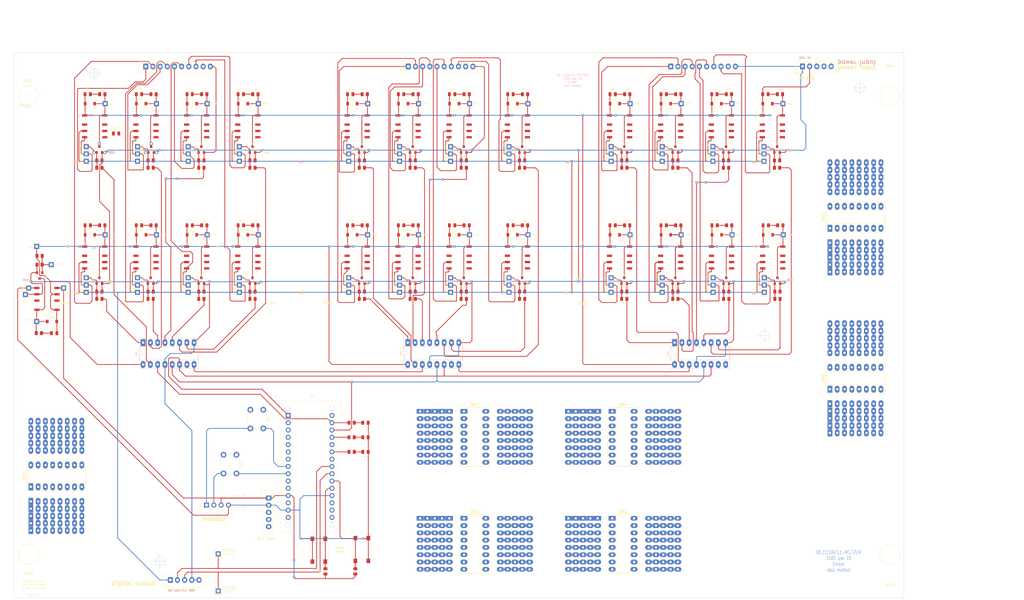
<source format=kicad_pcb>
(kicad_pcb (version 20211014) (generator pcbnew)
  (title_block (title "stend") (date "issue") (rev "rev") (company "comp") (comment 1 "RUST.ZM-12.402.11.00") (comment 2 "c2") (comment 3 "c3") (comment 4 "c4") (comment 5 "c5") (comment 6 "c6") (comment 7 "c7") (comment 8 "c8") (comment 9 "c9"))
  (layers (0 "F.Cu" signal) (31 "B.Cu" signal) (34 "B.Paste" user) (35 "F.Paste" user) (36 "B.SilkS" user "B.Silkscreen") (37 "F.SilkS" user "F.Silkscreen") (38 "B.Mask" user) (39 "F.Mask" user) (44 "Edge.Cuts" user))
  (net 0 "")
  (net 1 "/INSTR+")
  (net 2 "/CTRL1")
  (net 3 "Net-(CP3-Pad1)")
  (net 4 "Net-(CP4-Pad1)")
  (net 5 "/CTRL2")
  (net 6 "Net-(CP7-Pad1)")
  (net 7 "Net-(CP8-Pad1)")
  (net 8 "/CTRL3")
  (net 9 "Net-(CP11-Pad1)")
  (net 10 "Net-(CP12-Pad1)")
  (net 11 "/CTRL4")
  (net 12 "Net-(CP15-Pad1)")
  (net 13 "Net-(CP16-Pad1)")
  (net 14 "/CTRL5")
  (net 15 "Net-(CP19-Pad1)")
  (net 16 "Net-(CP20-Pad1)")
  (net 17 "/CTRL6")
  (net 18 "Net-(CP23-Pad1)")
  (net 19 "Net-(CP24-Pad1)")
  (net 20 "/CTRL7")
  (net 21 "Net-(CP27-Pad1)")
  (net 22 "Net-(CP28-Pad1)")
  (net 23 "/CTRL8")
  (net 24 "Net-(CP31-Pad1)")
  (net 25 "Net-(CP32-Pad1)")
  (net 26 "/CTRL9")
  (net 27 "Net-(CP35-Pad1)")
  (net 28 "Net-(CP36-Pad1)")
  (net 29 "/CTRL10")
  (net 30 "Net-(CP39-Pad1)")
  (net 31 "Net-(CP40-Pad1)")
  (net 32 "/CTRL11")
  (net 33 "Net-(CP43-Pad1)")
  (net 34 "Net-(CP44-Pad1)")
  (net 35 "/CTRL12")
  (net 36 "Net-(CP47-Pad1)")
  (net 37 "Net-(CP48-Pad1)")
  (net 38 "/CTRL13")
  (net 39 "Net-(CP51-Pad1)")
  (net 40 "Net-(CP52-Pad1)")
  (net 41 "/CTRL14")
  (net 42 "Net-(CP55-Pad1)")
  (net 43 "Net-(CP56-Pad1)")
  (net 44 "/CTRL15")
  (net 45 "Net-(CP59-Pad1)")
  (net 46 "Net-(CP60-Pad1)")
  (net 47 "/CTRL16")
  (net 48 "Net-(CP63-Pad1)")
  (net 49 "Net-(CP64-Pad1)")
  (net 50 "/CTRL17")
  (net 51 "Net-(CP67-Pad1)")
  (net 52 "Net-(CP68-Pad1)")
  (net 53 "/CTRL18")
  (net 54 "Net-(CP71-Pad1)")
  (net 55 "Net-(CP72-Pad1)")
  (net 56 "/CTRL19")
  (net 57 "Net-(CP75-Pad1)")
  (net 58 "Net-(CP76-Pad1)")
  (net 59 "/CTRL20")
  (net 60 "Net-(CP79-Pad1)")
  (net 61 "Net-(CP80-Pad1)")
  (net 62 "/CTRL21")
  (net 63 "Net-(CP83-Pad1)")
  (net 64 "Net-(CP84-Pad1)")
  (net 65 "/CTRL22")
  (net 66 "Net-(CP87-Pad1)")
  (net 67 "Net-(CP88-Pad1)")
  (net 68 "/CTRL23")
  (net 69 "Net-(CP91-Pad1)")
  (net 70 "Net-(CP92-Pad1)")
  (net 71 "/CTRL24")
  (net 72 "Net-(CP95-Pad1)")
  (net 73 "Net-(CP96-Pad1)")
  (net 74 "+5V")
  (net 75 "/MCU+")
  (net 76 "Net-(CP99-Pad1)")
  (net 77 "Net-(CP100-Pad1)")
  (net 78 "GNDD")
  (net 79 "/MCU_GND")
  (net 80 "/2_MCU/SCK")
  (net 81 "Net-(DD1-Pad8)")
  (net 82 "Net-(DD1-Pad9)")
  (net 83 "Net-(DD1-Pad20)")
  (net 84 "Net-(DD1-Pad21)")
  (net 85 "/2_MCU/SYNC IN")
  (net 86 "/2_MCU/SYNC OUT")
  (net 87 "Net-(DD1-Pad25)")
  (net 88 "Net-(DD1-Pad27)")
  (net 89 "/2_MCU/CS{slash}SS")
  (net 90 "/2_MCU/MOSI")
  (net 91 "/RL2")
  (net 92 "/RL3")
  (net 93 "/RL4")
  (net 94 "/RL5")
  (net 95 "/RL6")
  (net 96 "/RL7")
  (net 97 "/RL8")
  (net 98 "Net-(DD3-Pad9)")
  (net 99 "/RL1")
  (net 100 "/RL10")
  (net 101 "/RL11")
  (net 102 "/RL12")
  (net 103 "/RL13")
  (net 104 "/RL14")
  (net 105 "/RL15")
  (net 106 "/RL16")
  (net 107 "Net-(DD4-Pad9)")
  (net 108 "/RL9")
  (net 109 "/RL18")
  (net 110 "/RL19")
  (net 111 "/RL20")
  (net 112 "/RL21")
  (net 113 "/RL22")
  (net 114 "/RL23")
  (net 115 "/RL24")
  (net 116 "/RL17")
  (net 117 "Net-(R1-Pad2)")
  (net 118 "Net-(R2-Pad2)")
  (net 119 "Net-(R3-Pad2)")
  (net 120 "Net-(R8-Pad1)")
  (net 121 "Net-(R11-Pad1)")
  (net 122 "Net-(R14-Pad1)")
  (net 123 "Net-(R17-Pad1)")
  (net 124 "Net-(R20-Pad1)")
  (net 125 "Net-(R23-Pad1)")
  (net 126 "Net-(R26-Pad1)")
  (net 127 "Net-(R29-Pad1)")
  (net 128 "Net-(R32-Pad1)")
  (net 129 "Net-(R35-Pad1)")
  (net 130 "Net-(R38-Pad1)")
  (net 131 "Net-(R41-Pad1)")
  (net 132 "Net-(R44-Pad1)")
  (net 133 "Net-(R47-Pad1)")
  (net 134 "Net-(R50-Pad1)")
  (net 135 "Net-(R53-Pad1)")
  (net 136 "Net-(R56-Pad1)")
  (net 137 "Net-(R59-Pad1)")
  (net 138 "Net-(R62-Pad1)")
  (net 139 "Net-(R65-Pad1)")
  (net 140 "Net-(R68-Pad1)")
  (net 141 "Net-(R71-Pad1)")
  (net 142 "Net-(R74-Pad1)")
  (net 143 "Net-(R77-Pad1)")
  (net 144 "Net-(R80-Pad1)")
  (net 145 "Net-(DD2-Pad1)")
  (net 146 "Net-(DD2-Pad2)")
  (footprint "my_Library_ftprint:LED_0805_2012Metric" (layer "F.Cu") (at 161.798 189.23 180)
    (fp_text reference "VD1")
    (fp_text value "LED")
  )
  (footprint "my_Library_ftprint:R_0805_2012Metric" (layer "F.Cu") (at 161.544 120.406008)
    (fp_text reference "R35")
    (fp_text value "12k")
  )
  (footprint "my_Library_ftprint:R_0805_2012Metric" (layer "F.Cu") (at 287.401 100.33 180)
    (fp_text reference "R66")
    (fp_text value "2.2k")
  )
  (footprint "my_Library_ftprint:D_SOD-123" (layer "F.Cu") (at 301.879 77.978)
    (fp_text reference "VD49")
    (fp_text value "1N4148W")
  )
  (footprint "my_Library_ftprint:SOT-23_MY_C_E_Silk" (layer "F.Cu") (at 160.528 93.98 90)
    (fp_text reference "VT9")
    (fp_text value "2SC1815")
  )
  (footprint "my_Library_ftprint:PinHeader_1x01_P2.54mm_Vertical" (layer "F.Cu") (at 82.377 95.504)
    (fp_text reference "CP10")
    (fp_text value "CP_L")
  )
  (footprint "my_Library_ftprint:breadboard_DIP-16_W7.62mm_Socket_LongPads" (layer "F.Cu") (at 247.748 185.262)
    (fp_text reference "BB4")
    (fp_text value "bread_16pins")
  )
  (footprint "my_Library_ftprint:SOT-23_MY_C_E_Silk" (layer "F.Cu") (at 251.968 93.98 90)
    (fp_text reference "VT17")
    (fp_text value "2SC1815")
  )
  (footprint "my_Library_ftprint:PinHeader_1x01_P2.54mm_Vertical" (layer "F.Cu") (at 117.856 141.234)
    (fp_text reference "CP30")
    (fp_text value "CP_L")
  )
  (footprint "my_Library_ftprint:PinHeader_1x01_P2.54mm_Vertical" (layer "F.Cu") (at 173.686 92.964)
    (fp_text reference "CP43")
    (fp_text value "CP_L")
  )
  (footprint "my_Library_ftprint:R_0805_2012Metric" (layer "F.Cu") (at 270.764 74.676)
    (fp_text reference "R62")
    (fp_text value "12k")
  )
  (footprint "my_Library_ftprint:D_SOD-123" (layer "F.Cu") (at 157.226 123.708)
    (fp_text reference "VD23")
    (fp_text value "1N4148W")
  )
  (footprint "my_Library_ftprint:PinHeader_1x01_P2.54mm_Vertical" (layer "F.Cu") (at 191.465 95.504)
    (fp_text reference "CP50")
    (fp_text value "CP_L")
  )
  (footprint "my_Library_ftprint:PinHeader_1x01_P2.54mm_Vertical" (layer "F.Cu") (at 71.12 123.708)
    (fp_text reference "CP8")
    (fp_text value "CP_R")
  )
  (footprint "my_Library_ftprint:R_0805_2012Metric" (layer "F.Cu") (at 48.006 157.988 180)
    (fp_text reference "R80")
    (fp_text value "12k")
  )
  (footprint "my_Library_ftprint:D_SOD-123" (layer "F.Cu") (at 119.126 123.708)
    (fp_text reference "VD19")
    (fp_text value "1N4148W")
  )
  (footprint "my_Library_ftprint:PinHeader_1x01_P2.54mm_Vertical" (layer "F.Cu") (at 106.646 77.978)
    (fp_text reference "CP20")
    (fp_text value "CP_R")
  )
  (footprint "my_Library_ftprint:SW_Push_2P1T_6x6mm" (layer "F.Cu") (at 145.542 233.68 -90)
    (fp_text reference "S2")
    (fp_text value "taktile button KLS7")
  )
  (footprint "my_Library_ftprint:PinHeader_1x01_P2.54mm_Vertical" (layer "F.Cu") (at 300.736 141.234)
    (fp_text reference "CP94")
    (fp_text value "CP_L")
  )
  (footprint "my_Library_ftprint:Relay_DPDT_Omron_G6K-2F-Y" (layer "F.Cu") (at 285.8518 131.61)
    (fp_text reference "K22")
    (fp_text value "G6K-2F-Y-5VDC_L")
  )
  (footprint "my_Library_ftprint:R_0805_2012Metric" (layer "F.Cu") (at 178.258 100.33 180)
    (fp_text reference "R36")
    (fp_text value "2.2k")
  )
  (footprint "my_Library_ftprint:R_0805_2012Metric" (layer "F.Cu") (at 156.972 189.23)
    (fp_text reference "R1")
    (fp_text value "33k")
  )
  (footprint "my_Library_ftprint:LED_0805_2012Metric" (layer "F.Cu") (at 283.4178 120.406 180)
    (fp_text reference "VD46")
    (fp_text value "LED")
  )
  (footprint "my_Library_ftprint:R_0805_2012Metric" (layer "F.Cu") (at 251.968 97.78)
    (fp_text reference "R55")
    (fp_text value "2.2kvert")
  )
  (footprint "my_Library_ftprint:R_0805_2012Metric" (layer "F.Cu") (at 306.324 120.406)
    (fp_text reference "R77")
    (fp_text value "12k")
  )
  (footprint "my_Library_ftprint:PinHeader_1x01_P2.54mm_Vertical" (layer "F.Cu") (at 64.516 98.044)
    (fp_text reference "CP1")
    (fp_text value "CP_L")
  )
  (footprint "my_Library_ftprint:PinHeader_1x01_P2.54mm_Vertical" (layer "F.Cu") (at 124.46 77.978)
    (fp_text reference "CP28")
    (fp_text value "CP_R")
  )
  (footprint "my_Library_ftprint:R_0805_2012Metric" (layer "F.Cu") (at 48.26 131.064)
    (fp_text reference "R78")
    (fp_text value "2.2k")
  )
  (footprint "my_Library_ftprint:R_0805_2012Metric" (layer "F.Cu") (at 269.748 100.33 180)
    (fp_text reference "R60")
    (fp_text value "2.2k")
  )
  (footprint "my_Library_ftprint:D_SOD-123" (layer "F.Cu") (at 101.312 123.708)
    (fp_text reference "VD15")
    (fp_text value "1N4148W")
  )
  (footprint "my_Library_ftprint:Relay_DPDT_Omron_G6K-2F-Y" (layer "F.Cu") (at 120.798 131.61)
    (fp_text reference "K8")
    (fp_text value "G6K-2F-Y-5VDC_L")
  )
  (footprint "my_Library_ftprint:PinHeader_1x01_P2.54mm_Vertical" (layer "F.Cu") (at 155.956 95.504)
    (fp_text reference "CP34")
    (fp_text value "CP_L")
  )
  (footprint "my_Library_ftprint:PinHeader_1x01_P2.54mm_Vertical" (layer "F.Cu") (at 191.465 98.044)
    (fp_text reference "CP49")
    (fp_text value "CP_L")
  )
  (footprint "my_Library_ftprint:D_SOD-123" (layer "F.Cu") (at 284.099 77.978)
    (fp_text reference "VD45")
    (fp_text value "1N4148W")
  )
  (footprint "my_Library_ftprint:PinHeader_1x01_P2.54mm_Vertical" (layer "F.Cu") (at 300.736 138.694)
    (fp_text reference "CP95")
    (fp_text value "CP_L")
  )
  (footprint "my_Library_ftprint:D_SOD-123" (layer "F.Cu") (at 213.0552 123.698)
    (fp_text reference "VD35")
    (fp_text value "1N4148W")
  )
  (footprint "my_Library_ftprint:R_0805_2012Metric" (layer "F.Cu") (at 86.949 146.06 180)
    (fp_text reference "R15")
    (fp_text value "2.2k")
  )
  (footprint "my_Library_ftprint:SOT-23_MY_C_E_Silk" (layer "F.Cu") (at 104.614 139.71 90)
    (fp_text reference "VT6")
    (fp_text value "2SC1815")
  )
  (footprint "my_Library_ftprint:PinHeader_1x01_P2.54mm_Vertical" (layer "F.Cu") (at 247.372 143.774)
    (fp_text reference "CP69")
    (fp_text value "CP_L")
  )
  (footprint "my_Library_ftprint:R_0805_2012Metric" (layer "F.Cu") (at 178.258 97.78)
    (fp_text reference "R37")
    (fp_text value "2.2kvert")
  )
  (footprint "my_Library_ftprint:PinHeader_1x01_P2.54mm_Vertical" (layer "F.Cu") (at 173.686 98.044)
    (fp_text reference "CP41")
    (fp_text value "CP_L")
  )
  (footprint "my_Library_ftprint:PinHeader_1x01_P2.54mm_Vertical" (layer "F.Cu") (at 88.981 123.708)
    (fp_text reference "CP16")
    (fp_text value "CP_R")
  )
  (footprint "my_Library_ftprint:SOT-23_MY_C_E_Silk" (layer "F.Cu") (at 216.3572 93.99 90)
    (fp_text reference "VT15")
    (fp_text value "2SC1815")
  )
  (footprint "my_Library_ftprint:R_0805_2012Metric" (layer "F.Cu") (at 179.274 74.676)
    (fp_text reference "R38")
    (fp_text value "12k")
  )
  (footprint "my_Library_ftprint:LED_0805_2012Metric" (layer "F.Cu") (at 174.194 120.406 180)
    (fp_text reference "VD26")
    (fp_text value "LED")
  )
  (footprint "my_Library_ftprint:R_0805_2012Metric" (layer "F.Cu") (at 70.104 74.676)
    (fp_text reference "R8")
    (fp_text value "12k")
  )
  (footprint "my_Library_ftprint:LED_0805_2012Metric" (layer "F.Cu") (at 82.885 120.406 180)
    (fp_text reference "VD10")
    (fp_text value "LED")
  )
  (footprint "my_Library_ftprint:LED_0805_2012Metric" (layer "F.Cu") (at 212.2932 74.686 180)
    (fp_text reference "VD32")
    (fp_text value "LED")
  )
  (footprint "my_Library_ftprint:PinHeader_1x01_P2.54mm_Vertical" (layer "F.Cu") (at 289.5138 123.708)
    (fp_text reference "CP88")
    (fp_text value "CP_R")
  )
  (footprint "my_Library_ftprint:Relay_DPDT_Omron_G6K-2F-Y" (layer "F.Cu") (at 250.314 131.61)
    (fp_text reference "K18")
    (fp_text value "G6K-2F-Y-5VDC_L")
  )
  (footprint "my_Library_ftprint:PinHeader_1x01_P2.54mm_Vertical" (layer "F.Cu") (at 64.516 141.234)
    (fp_text reference "CP6")
    (fp_text value "CP_L")
  )
  (footprint "my_Library_ftprint:PinHeader_1x01_P2.54mm_Vertical" (layer "F.Cu") (at 211.7852 92.974)
    (fp_text reference "CP59")
    (fp_text value "CP_L")
  )
  (footprint "my_Library_ftprint:Relay_DPDT_Omron_G6K-2F-Y" (layer "F.Cu") (at 176.628 85.88)
    (fp_text reference "K11")
    (fp_text value "G6K-2F-Y-5VDC_L")
  )
  (footprint "my_Library_ftprint:Relay_DPDT_Omron_G6K-2F-Y" (layer "F.Cu") (at 176.628 131.61)
    (fp_text reference "K12")
    (fp_text value "G6K-2F-Y-5VDC_L")
  )
  (footprint "my_Library_ftprint:PinHeader_1x01_P2.54mm_Vertical" (layer "F.Cu") (at 218.3892 77.988)
    (fp_text reference "CP60")
    (fp_text value "CP_R")
  )
  (footprint "my_Library_ftprint:Relay_DPDT_Omron_G6K-2F-Y" (layer "F.Cu") (at 120.798 85.88)
    (fp_text reference "K7")
    (fp_text value "G6K-2F-Y-5VDC_L")
  )
  (footprint "my_Library_ftprint:SOT-23_MY_C_E_Silk" (layer "F.Cu") (at 196.037 93.98 90)
    (fp_text reference "VT13")
    (fp_text value "2SC1815")
  )
  (footprint "my_Library_ftprint:PinHeader_1x01_P2.54mm_Vertical" (layer "F.Cu") (at 117.856 138.694)
    (fp_text reference "CP31")
    (fp_text value "CP_L")
  )
  (footprint "my_Library_ftprint:R_0805_2012Metric" (layer "F.Cu") (at 87.965 120.406)
    (fp_text reference "R17")
    (fp_text value "12k")
  )
  (footprint "my_Library_ftprint:PinHeader_1x01_P2.54mm_Vertical" (layer "F.Cu") (at 64.516 95.504)
    (fp_text reference "CP2")
    (fp_text value "CP_L")
  )
  (footprint "my_Library_ftprint:breadboard_DIP-16_W7.62mm_Socket_LongPads" (layer "F.Cu") (at 323.596 177.546 90)
    (fp_text reference "BB6")
    (fp_text value "bread_16pins")
  )
  (footprint "my_Library_ftprint:JST_EH_B10B-EH-A_1x10_P2.50mm_Vertical" (layer "F.Cu") (at 268.15 65.024)
    (fp_text reference "X6")
    (fp_text value "B10B-XH-A_right")
  )
  (footprint "my_Library_ftprint:Relay_DPDT_Omron_G6K-2F-Y" (layer "F.Cu") (at 158.898 131.61)
    (fp_text reference "K10")
    (fp_text value "G6K-2F-Y-5VDC_L")
  )
  (footprint "my_Library_ftprint:PinHeader_1x01_P2.54mm_Vertical" (layer "F.Cu") (at 100.042 143.774)
    (fp_text reference "CP21")
    (fp_text value "CP_L")
  )
  (footprint "my_Library_ftprint:PinHeader_1x01_P2.54mm_Vertical" (layer "F.Cu") (at 191.465 138.694)
    (fp_text reference "CP55")
    (fp_text value "CP_L")
  )
  (footprint "my_Library_ftprint:LED_0805_2012Metric" (layer "F.Cu") (at 156.464 120.406 180)
    (fp_text reference "VD22")
    (fp_text value "LED")
  )
  (footprint "my_Library_ftprint:R_0805_2012Metric" (layer "F.Cu") (at 216.3572 100.34 180)
    (fp_text reference "R48")
    (fp_text value "2.2k")
  )
  (footprint "my_Library_ftprint:R_0805_2012Metric" (layer "F.Cu") (at 123.444 120.406)
    (fp_text reference "R29")
    (fp_text value "12k")
  )
  (footprint "my_Library_ftprint:R_0805_2012Metric" (layer "F.Cu") (at 48.26 134.112 180)
    (fp_text reference "R79")
    (fp_text value "2.2kvert")
  )
  (footprint "my_Library_ftprint:PinHeader_1x01_P2.54mm_Vertical" (layer "F.Cu") (at 117.856 92.964)
    (fp_text reference "CP27")
    (fp_text value "CP_L")
  )
  (footprint "my_Library_ftprint:R_0805_2012Metric" (layer "F.Cu") (at 305.308 146.06 180)
    (fp_text reference "R75")
    (fp_text value "2.2k")
  )
  (footprint "my_Library_ftprint:PinHeader_1x01_P2.54mm_Vertical" (layer "F.Cu") (at 64.516 143.774)
    (fp_text reference "CP5")
    (fp_text value "CP_L")
  )
  (footprint "my_Library_ftprint:JST_EH_B5B-EH-A_1x05_P2.50mm_Vertical" (layer "F.Cu") (at 314.024 64.978)
    (fp_text reference "X3")
    (fp_text value "B5B-XH-A_Left")
  )
  (footprint "my_Library_ftprint:SOT-23_MY_C_E_Silk" (layer "F.Cu") (at 251.944 139.71 90)
    (fp_text reference "VT18")
    (fp_text value "2SC1815")
  )
  (footprint "my_Library_ftprint:SOT-23_MY_C_E_Silk_dual_TO-92_v" (layer "F.Cu") (at 87.122 93.98 90)
    (fp_text reference "VT3")
    (fp_text value "2SC1815")
  )
  (footprint "my_Library_ftprint:R_0805_2012Metric" (layer "F.Cu") (at 156.972 194.31)
    (fp_text reference "R2")
    (fp_text value "33k")
  )
  (footprint "my_Library_ftprint:PinHeader_1x01_P2.54mm_Vertical" (layer "F.Cu") (at 211.7852 143.764)
    (fp_text reference "CP61")
    (fp_text value "CP_L")
  )
  (footprint "my_Library_ftprint:SOT-23_MY_C_E_Silk" (layer "F.Cu") (at 48.26 137.922 -90)
    (fp_text reference "VT25")
    (fp_text value "2SC1815")
  )
  (footprint "my_Library_ftprint:R_0805_2012Metric" (layer "F.Cu") (at 216.3572 143.5)
    (fp_text reference "R52")
    (fp_text value "2.2kvert")
  )
  (footprint "my_Library_ftprint:PinHeader_1x01_P2.54mm_Vertical" (layer "F.Cu") (at 173.686 143.774)
    (fp_text reference "CP45")
    (fp_text value "CP_L")
  )
  (footprint "my_Library_ftprint:LED_0805_2012Metric" (layer "F.Cu") (at 265.684 74.676 180)
    (fp_text reference "VD40")
    (fp_text value "LED")
  )
  (footprint "my_Library_ftprint:LED_0805_2012Metric" (layer "F.Cu") (at 156.464 74.676 180)
    (fp_text reference "VD20")
    (fp_text value "LED")
  )
  (footprint "my_Library_ftprint:SOT-23_MY_C_E_Silk" (layer "F.Cu") (at 178.258 139.71 90)
    (fp_text reference "VT12")
    (fp_text value "2SC1815")
  )
  (footprint "my_Library_ftprint:PinHeader_1x01_P2.54mm_Vertical" (layer "F.Cu") (at 247.372 141.234)
    (fp_text reference "CP70")
    (fp_text value "CP_L")
  )
  (footprint "my_Library_ftprint:SOT-23_MY_C_E_Silk" (layer "F.Cu") (at 122.428 139.71 90)
    (fp_text reference "VT8")
    (fp_text value "2SC1815")
  )
  (footprint "my_Library_ftprint:JST_EH_B5B-EH-A_1x05_P2.50mm_Vertical" (layer "F.Cu") (at 128.062 215.472 -90)
    (fp_text reference "X1")
    (fp_text value "JST-B2B-XHA_Left")
  )
  (footprint "my_Library_ftprint:PinHeader_1x01_P2.54mm_Vertical" (layer "F.Cu") (at 282.829 95.504)
    (fp_text reference "CP82")
    (fp_text value "CP_L")
  )
  (footprint "my_Library_ftprint:Relay_DPDT_Omron_G6K-2F-Y" (layer "F.Cu") (at 250.338 85.88)
    (fp_text reference "K17")
    (fp_text value "G6K-2F-Y-5VDC_L")
  )
  (footprint "my_Library_ftprint:R_0805_2012Metric" (layer "F.Cu") (at 105.63 74.676)
    (fp_text reference "R20")
    (fp_text value "12k")
  )
  (footprint "my_Library_ftprint:PinHeader_1x01_P2.54mm_Vertical" (layer "F.Cu") (at 289.433 77.978)
    (fp_text reference "CP84")
    (fp_text value "CP_R")
  )
  (footprint "my_Library_ftprint:R_0805_2012Metric" (layer "F.Cu") (at 252.984 74.676)
    (fp_text reference "R56")
    (fp_text value "12k")
  )
  (footprint "my_Library_ftprint:LED_0805_2012Metric" (layer "F.Cu") (at 283.337 74.676 180)
    (fp_text reference "VD44")
    (fp_text value "LED")
  )
  (footprint "my_Library_ftprint:PinHeader_1x01_P2.54mm_Vertical" (layer "F.Cu") (at 173.686 138.694)
    (fp_text reference "CP47")
    (fp_text value "CP_L")
  )
  (footprint "my_Library_ftprint:PinHeader_1x01_P2.54mm_Vertical" (layer "F.Cu") (at 117.856 95.504)
    (fp_text reference "CP26")
    (fp_text value "CP_L")
  )
  (footprint "my_Library_ftprint:Relay_DPDT_Omron_G6K-2F-Y" (layer "F.Cu") (at 50.81 146.038 180)
    (fp_text reference "K25")
    (fp_text value "G6K-2F-Y-5VDC_L")
  )
  (footprint "my_Library_ftprint:SOT-23_MY_C_E_Silk" (layer "F.Cu") (at 122.428 93.98 90)
    (fp_text reference "VT7")
    (fp_text value "2SC1815")
  )
  (footprint "my_Library_ftprint:SW_PUSH_6mm_H4.3mm" (layer "F.Cu") (at 116.84 200.406 -90)
    (fp_text reference "S3")
    (fp_text value "taktile button KLS7")
  )
  (footprint "my_Library_ftprint:PinHeader_1x01_P2.54mm_Vertical" (layer "F.Cu") (at 173.686 95.504)
    (fp_text reference "CP42")
    (fp_text value "CP_L")
  )
  (footprint "my_Library_ftprint:PinHeader_1x01_P2.54mm_Vertical" (layer "F.Cu") (at 300.609 98.044)
    (fp_text reference "CP89")
    (fp_text value "CP_L")
  )
  (footprint "my_Library_ftprint:PinHeader_1x01_P2.54mm_Vertical" (layer "F.Cu") (at 82.377 143.774)
    (fp_text reference "CP13")
    (fp_text value "CP_L")
  )
  (footprint "my_Library_ftprint:LED_0805_2012Metric" (layer "F.Cu") (at 100.55 120.406 180)
    (fp_text reference "VD14")
    (fp_text value "LED")
  )
  (footprint "my_Library_ftprint:LED_0805_2012Metric" (layer "F.Cu") (at 161.798 194.31 180)
    (fp_text reference "VD2")
    (fp_text value "LED")
  )
  (footprint "my_Library_ftprint:PinHeader_1x01_P2.54mm_Vertical" (layer "F.Cu") (at 124.46 123.708)
    (fp_text reference "CP32")
    (fp_text value "CP_R")
  )
  (footprint "my_Library_ftprint:PinHeader_1x01_P2.54mm_Vertical" (layer "F.Cu") (at 100.042 141.234)
    (fp_text reference "CP22")
    (fp_text value "CP_L")
  )
  (footprint "my_Library_ftprint:SOT-23_MY_C_E_Silk" (layer "F.Cu") (at 178.258 93.98 90)
    (fp_text reference "VT11")
    (fp_text value "2SC1815")
  )
  (footprint "my_Library_ftprint:R_0805_2012Metric" (layer "F.Cu") (at 104.614 146.06 180)
    (fp_text reference "R21")
    (fp_text value "2.2k")
  )
  (footprint "my_Library_ftprint:D_SOD-123" (layer "F.Cu") (at 266.446 77.978)
    (fp_text reference "VD41")
    (fp_text value "1N4148W")
  )
  (footprint "my_Library_ftprint:PinHeader_1x01_P2.54mm_Vertical" (layer "F.Cu") (at 100.042 95.504)
    (fp_text reference "CP18")
    (fp_text value "CP_L")
  )
  (footprint "my_Library_ftprint:PinHeader_1x01_P2.54mm_Vertical" (layer "F.Cu") (at 88.981 77.978)
    (fp_text reference "CP12")
    (fp_text value "CP_R")
  )
  (footprint "my_Library_ftprint:board_fp_190x310" (layer "F.Cu") (at 39.37 250.19)
    (fp_text reference "PCB1")
    (fp_text value "board_symbol_190x310")
    (fp_line (start 310 -190) (end 310 0) (layer "Edge.Cuts") (width 0.1))
    (fp_line (start 0 0) (end 0 -190) (layer "Edge.Cuts") (width 0.1))
    (fp_line (start 0 -190) (end 310 -190) (layer "Edge.Cuts") (width 0.1))
    (fp_line (start 310 0) (end 0 0) (layer "Edge.Cuts") (width 0.1))
  )
  (footprint "my_Library_ftprint:R_0805_2012Metric" (layer "F.Cu") (at 269.746 146.06 180)
    (fp_text reference "R63")
    (fp_text value "2.2k")
  )
  (footprint "my_Library_ftprint:R_0805_2012Metric" (layer "F.Cu") (at 196.037 146.06 180)
    (fp_text reference "R45")
    (fp_text value "2.2k")
  )
  (footprint "my_Library_ftprint:PinHeader_1x01_P2.54mm_Vertical" (layer "F.Cu") (at 44.45 142.274011 180)
    (fp_text reference "CP102")
    (fp_text value "CP_R")
  )
  (footprint "my_Library_ftprint:D_SOD-123" (layer "F.Cu") (at 284.1798 123.708)
    (fp_text reference "VD47")
    (fp_text value "1N4148W")
  )
  (footprint "my_Library_ftprint:LED_0805_2012Metric" (layer "F.Cu") (at 65.024 74.676 180)
    (fp_text reference "VD4")
    (fp_text value "LED")
  )
  (footprint "my_Library_ftprint:R_0805_2012Metric" (layer "F.Cu") (at 86.949 143.51)
    (fp_text reference "R16")
    (fp_text value "2.2kvert")
  )
  (footprint "my_Library_ftprint:PinHeader_1x01_P2.54mm_Vertical" (layer "F.Cu") (at 100.042 98.044)
    (fp_text reference "CP17")
    (fp_text value "CP_L")
  )
  (footprint "my_Library_ftprint:SOT-23_MY_C_E_Silk" (layer "F.Cu") (at 269.748 93.98 90)
    (fp_text reference "VT19")
    (fp_text value "2SC1815")
  )
  (footprint "my_Library_ftprint:SOT-23_MY_C_E_Silk" (layer "F.Cu") (at 86.949 139.71 90)
    (fp_text reference "VT4")
    (fp_text value "2SC1815")
  )
  (footprint "my_Library_ftprint:R_0805_2012Metric" (layer "F.Cu") (at 156.972 199.39)
    (fp_text reference "R3")
    (fp_text value "33k")
  )
  (footprint "my_Library_ftprint:R_0805_2012Metric" (layer "F.Cu") (at 86.949 100.33 180)
    (fp_text reference "R12")
    (fp_text value "2.2k")
  )
  (footprint "my_Library_ftprint:breadboard_DIP-16_W7.62mm_Socket_LongPads" (layer "F.Cu") (at 196.088 222.552)
    (fp_text reference "BB3")
    (fp_text value "bread_16pins")
  )
  (footprint "my_Library_ftprint:R_0805_2012Metric" (layer "F.Cu") (at 158.242 241.046 -90)
    (fp_text reference "R4")
    (fp_text value "33k")
  )
  (footprint "my_Library_ftprint:Relay_DPDT_Omron_G6K-2F-Y" (layer "F.Cu") (at 102.984 131.61)
    (fp_text reference "K6")
    (fp_text value "G6K-2F-Y-5VDC_L")
  )
  (footprint "my_Library_ftprint:LED_0805_2012Metric" (layer "F.Cu") (at 65.024 120.406 180)
    (fp_text reference "VD6")
    (fp_text value "LED")
  )
  (footprint "my_Library_ftprint:D_SOD-123" (layer "F.Cu") (at 119.126 77.978)
    (fp_text reference "VD17")
    (fp_text value "1N4148W")
  )
  (footprint "my_Library_ftprint:PinHeader_1x01_P2.54mm_Vertical" (layer "F.Cu") (at 110.49 247.904)
    (fp_text reference "CP104")
    (fp_text value "CP_L")
  )
  (footprint "my_Library_ftprint:R_0805_2012Metric" (layer "F.Cu") (at 269.748 97.78)
    (fp_text reference "R61")
    (fp_text value "2.2kvert")
  )
  (footprint "my_Library_ftprint:SOT-23_MY_C_E_Silk" (layer "F.Cu") (at 104.614 93.98 90)
    (fp_text reference "VT5")
    (fp_text value "2SC1815")
  )
  (footprint "my_Library_ftprint:R_0805_2012Metric" (layer "F.Cu") (at 104.614 143.51)
    (fp_text reference "R22")
    (fp_text value "2.2kvert")
  )
  (footprint "my_Library_ftprint:Relay_DPDT_Omron_G6K-2F-Y" (layer "F.Cu") (at 67.458 85.88)
    (fp_text reference "K1")
    (fp_text value "G6K-2F-Y-5VDC_L")
  )
  (footprint "my_Library_ftprint:LED_0805_2012Metric" (layer "F.Cu") (at 74.93 88.392)
    (fp_text reference "REF**")
    (fp_text value "LED_0805_2012Metric")
  )
  (footprint "my_Library_ftprint:R_0805_2012Metric" (layer "F.Cu") (at 161.544 74.676)
    (fp_text reference "R32")
    (fp_text value "12k")
  )
  (footprint "my_Library_ftprint:R_0805_2012Metric" (layer "F.Cu") (at 269.746 143.51)
    (fp_text reference "R64")
    (fp_text value "2.2kvert")
  )
  (footprint "my_Library_ftprint:PinHeader_1x01_P2.54mm_Vertical" (layer "F.Cu") (at 282.829 92.964)
    (fp_text reference "CP83")
    (fp_text value "CP_L")
  )
  (footprint "my_Library_ftprint:PinHeader_1x01_P2.54mm_Vertical" (layer "F.Cu") (at 211.7852 98.054)
    (fp_text reference "CP57")
    (fp_text value "CP_L")
  )
  (footprint "my_Library_ftprint:PinHeader_1x01_P2.54mm_Vertical" (layer "F.Cu") (at 307.34 123.708)
    (fp_text reference "CP96")
    (fp_text value "CP_R")
  )
  (footprint "my_Library_ftprint:R_0805_2012Metric" (layer "F.Cu") (at 160.528 97.78)
    (fp_text reference "R31")
    (fp_text value "2.2kvert")
  )
  (footprint "my_Library_ftprint:PinHeader_1x01_P2.54mm_Vertical" (layer "F.Cu") (at 282.9098 143.774)
    (fp_text reference "CP85")
    (fp_text value "CP_L")
  )
  (footprint "my_Library_ftprint:breadboard_DIP-16_W7.62mm_Socket_LongPads" (layer "F.Cu") (at 247.748 222.552)
    (fp_text reference "BB2")
    (fp_text value "bread_16pins")
  )
  (footprint "my_Library_ftprint:PinHeader_1x01_P2.54mm_Vertical" (layer "F.Cu") (at 218.3892 123.698)
    (fp_text reference "CP64")
    (fp_text value "CP_R")
  )
  (footprint "my_Library_ftprint:PinHeader_1x01_P2.54mm_Vertical" (layer "F.Cu") (at 100.042 92.964)
    (fp_text reference "CP19")
    (fp_text value "CP_L")
  )
  (footprint "my_Library_ftprint:R_0805_2012Metric" (layer "F.Cu") (at 287.4818 143.51)
    (fp_text reference "R70")
    (fp_text value "2.2kvert")
  )
  (footprint "my_Library_ftprint:PinHeader_1x01_P2.54mm_Vertical" (layer "F.Cu") (at 117.856 98.044)
    (fp_text reference "CP25")
    (fp_text value "CP_L")
  )
  (footprint "my_Library_ftprint:R_0805_2012Metric" (layer "F.Cu") (at 123.444 74.676)
    (fp_text reference "R26")
    (fp_text value "12k")
  )
  (footprint "my_Library_ftprint:PinHeader_1x04_P2.54mm_Vertical" (layer "F.Cu") (at 106.426 217.932 90)
    (fp_text reference "DD2")
    (fp_text value "Display_1306")
  )
  (footprint "my_Library_ftprint:PinHeader_1x01_P2.54mm_Vertical" (layer "F.Cu") (at 265.176 98.044)
    (fp_text reference "CP73")
    (fp_text value "CP_L")
  )
  (footprint "my_Library_ftprint:LED_0805_2012Metric" (layer "F.Cu") (at 118.364 120.406 180)
    (fp_text reference "VD18")
    (fp_text value "LED")
  )
  (footprint "my_Library_ftprint:Relay_DPDT_Omron_G6K-2F-Y" (layer "F.Cu") (at 67.458 131.61)
    (fp_text reference "K2")
    (fp_text value "G6K-2F-Y-5VDC_L")
  )
  (footprint "my_Library_ftprint:Relay_DPDT_Omron_G6K-2F-Y" (layer "F.Cu") (at 194.407 131.61)
    (fp_text reference "K14")
    (fp_text value "G6K-2F-Y-5VDC_L")
  )
  (footprint "my_Library_ftprint:PinHeader_1x01_P2.54mm_Vertical" (layer "F.Cu") (at 265.174 138.694)
    (fp_text reference "CP79")
    (fp_text value "CP_L")
  )
  (footprint "my_Library_ftprint:R_0805_2012Metric" (layer "F.Cu") (at 288.417 74.676)
    (fp_text reference "R68")
    (fp_text value "12k")
  )
  (footprint "my_Library_ftprint:R_0805_2012Metric" (layer "F.Cu") (at 122.428 143.51)
    (fp_text reference "R28")
    (fp_text value "2.2kvert")
  )
  (footprint "my_Library_ftprint:PinHeader_1x01_P2.54mm_Vertical" (layer "F.Cu") (at 211.7852 138.684)
    (fp_text reference "CP63")
    (fp_text value "CP_L")
  )
  (footprint "my_Library_ftprint:PinHeader_1x01_P2.54mm_Vertical" (layer "F.Cu") (at 155.956 143.774)
    (fp_text reference "CP37")
    (fp_text value "CP_L")
  )
  (footprint "my_Library_ftprint:R_0805_2012Metric" (layer "F.Cu") (at 252.96 120.406)
    (fp_text reference "R59")
    (fp_text value "12k")
  )
  (footprint "my_Library_ftprint:R_0805_2012Metric" (layer "F.Cu") (at 251.944 146.06 180)
    (fp_text reference "R57")
    (fp_text value "2.2k")
  )
  (footprint "my_Library_ftprint:R_0805_2012Metric" (layer "F.Cu") (at 87.965 74.676)
    (fp_text reference "R14")
    (fp_text value "12k")
  )
  (footprint "my_Library_ftprint:PinHeader_1x01_P2.54mm_Vertical" (layer "F.Cu") (at 52.324 134.112 180)
    (fp_text reference "CP99")
    (fp_text value "CP_L")
  )
  (footprint "my_Library_ftprint:PinHeader_1x01_P2.54mm_Vertical" (layer "F.Cu") (at 155.956 138.694)
    (fp_text reference "CP39")
    (fp_text value "CP_L")
  )
  (footprint "my_Library_ftprint:R_0805_2012Metric" (layer "F.Cu") (at 196.037 100.33 180)
    (fp_text reference "R42")
    (fp_text value "2.2k")
  )
  (footprint "my_Library_ftprint:SW_PUSH_6mm_H4.3mm" (layer "F.Cu") (at 126.202 184.71 -90)
    (fp_text reference "S4")
    (fp_text value "taktile button KLS7")
  )
  (footprint "my_Library_ftprint:PinHeader_1x01_P2.54mm_Vertical" (layer "F.Cu") (at 300.609 95.504)
    (fp_text reference "CP90")
    (fp_text value "CP_L")
  )
  (footprint "my_Library_ftprint:SOT-23_MY_C_E_Silk_dual_TO-92_hor" (layer "F.Cu") (at 68.58 94.48)
    (fp_text reference "VT1")
    (fp_text value "2SC1815")
  )
  (footprint "my_Library_ftprint:R_0805_2012Metric" (layer "F.Cu") (at 160.528 146.06 180)
    (fp_text reference "R33")
    (fp_text value "2.2k")
  )
  (footprint "my_Library_ftprint:PinHeader_1x01_P2.54mm_Vertical" (layer "F.Cu") (at 300.736 143.774)
    (fp_text reference "CP93")
    (fp_text value "CP_L")
  )
  (footprint "my_Library_ftprint:PinHeader_1x01_P2.54mm_Vertical" (layer "F.Cu") (at 162.56 77.978)
    (fp_text reference "CP36")
    (fp_text value "CP_R")
  )
  (footprint "my_Library_ftprint:PinHeader_1x01_P2.54mm_Vertical" (layer "F.Cu") (at 64.516 92.964)
    (fp_text reference "CP3")
    (fp_text value "CP_L")
  )
  (footprint "my_Library_ftprint:PinHeader_1x01_P2.54mm_Vertical" (layer "F.Cu") (at 247.372 138.694)
    (fp_text reference "CP71")
    (fp_text value "CP_L")
  )
  (footprint "my_Library_ftprint:SW_Push_2P1T_6x6mm" (layer "F.Cu") (at 160.528 233.426 90)
    (fp_text reference "S1")
    (fp_text value "taktile button KLS7")
  )
  (footprint "my_Library_ftprint:D_SOD-123" (layer "F.Cu") (at 65.786 123.708)
    (fp_text reference "VD7")
    (fp_text value "1N4148W")
  )
  (footprint "my_Library_ftprint:R_0805_2012Metric" (layer "F.Cu") (at 287.401 97.78)
    (fp_text reference "R67")
    (fp_text value "2.2kvert")
  )
  (footprint "my_Library_ftprint:Relay_DPDT_Omron_G6K-2F-Y" (layer "F.Cu") (at 102.984 85.88)
    (fp_text reference "K5")
    (fp_text value "G6K-2F-Y-5VDC_L")
  )
  (footprint "my_Library_ftprint:D_SOD-123" (layer "F.Cu") (at 302.006 123.708)
    (fp_text reference "VD51")
    (fp_text value "1N4148W")
  )
  (footprint "my_Library_ftprint:PinHeader_1x01_P2.54mm_Vertical" (layer "F.Cu") (at 271.778 123.708)
    (fp_text reference "CP80")
    (fp_text value "CP_R")
  )
  (footprint "my_Library_ftprint:R_0805_2012Metric" (layer "F.Cu") (at 216.3572 97.79)
    (fp_text reference "R49")
    (fp_text value "2.2kvert")
  )
  (footprint "my_Library_ftprint:SOT-23_MY_C_E_Silk" (layer "F.Cu") (at 269.746 139.71 90)
    (fp_text reference "VT20")
    (fp_text value "2SC1815")
  )
  (footprint "my_Library_ftprint:PinHeader_1x01_P2.54mm_Vertical" (layer "F.Cu") (at 198.069 123.708)
    (fp_text reference "CP56")
    (fp_text value "CP_R")
  )
  (footprint "my_Library_ftprint:LED_0805_2012Metric" (layer "F.Cu") (at 53.34 157.988)
    (fp_text reference "VD52")
    (fp_text value "LED")
  )
  (footprint "my_Library_ftprint:PinHeader_1x01_P2.54mm_Vertical" (layer "F.Cu") (at 162.56 123.708)
    (fp_text reference "CP40")
    (fp_text value "CP_R")
  )
  (footprint "my_Library_ftprint:LED_0805_2012Metric" (layer "F.Cu") (at 212.2932 120.396 180)
    (fp_text reference "VD34")
    (fp_text value "LED")
  )
  (footprint "my_Library_ftprint:Relay_DPDT_Omron_G6K-2F-Y" (layer "F.Cu") (at 194.407 85.88)
    (fp_text reference "K13")
    (fp_text value "G6K-2F-Y-5VDC_L")
  )
  (footprint "my_Library_ftprint:breadboard_DIP-16_W7.62mm_Socket_LongPads" (layer "F.Cu") (at 323.596 121.412 90)
    (fp_text reference "BB5")
    (fp_text value "bread_16pins")
  )
  (footprint "my_Library_ftprint:R_0805_2012Metric" (layer "F.Cu") (at 160.528 143.51)
    (fp_text reference "R34")
    (fp_text value "2.2kvert")
  )
  (footprint "my_Library_ftprint:R_0805_2012Metric" (layer "F.Cu") (at 306.197 74.676)
    (fp_text reference "R74")
    (fp_text value "12k")
  )
  (footprint "my_Library_ftprint:PinHeader_1x01_P2.54mm_Vertical" (layer "F.Cu") (at 117.856 143.774)
    (fp_text reference "CP29")
    (fp_text value "CP_L")
  )
  (footprint "my_Library_ftprint:R_0805_2012Metric" (layer "F.Cu") (at 104.614 97.78)
    (fp_text reference "R19")
    (fp_text value "2.2kvert")
  )
  (footprint "my_Library_ftprint:Relay_DPDT_Omron_G6K-2F-Y" (layer "F.Cu") (at 268.116 131.61)
    (fp_text reference "K20")
    (fp_text value "G6K-2F-Y-5VDC_L")
  )
  (footprint "my_Library_ftprint:R_0805_2012Metric" (layer "F.Cu") (at 122.428 100.33 180)
    (fp_text reference "R24")
    (fp_text value "2.2k")
  )
  (footprint "my_Library_ftprint:PinHeader_1x01_P2.54mm_Vertical" (layer "F.Cu") (at 253.976 123.708)
    (fp_text reference "CP72")
    (fp_text value "CP_R")
  )
  (footprint "my_Library_ftprint:PinHeader_1x01_P2.54mm_Vertical" (layer "F.Cu") (at 211.7852 95.514)
    (fp_text reference "CP58")
    (fp_text value "CP_L")
  )
  (footprint "my_Library_ftprint:PinHeader_1x01_P2.54mm_Vertical" (layer "F.Cu") (at 56.642 142.24 180)
    (fp_text reference "CP98")
    (fp_text value "CP_L")
  )
  (footprint "my_Library_ftprint:SOT-23_MY_C_E_Silk" (layer "F.Cu") (at 287.401 93.98 90)
    (fp_text reference "VT21")
    (fp_text value "2SC1815")
  )
  (footprint "my_Library_ftprint:R_0805_2012Metric" (layer "F.Cu") (at 179.274 120.406)
    (fp_text reference "R41")
    (fp_text value "12k")
  )
  (footprint "my_Library_ftprint:D_SOD-123" (layer "F.Cu") (at 157.226 77.978)
    (fp_text reference "VD21")
    (fp_text value "1N4148W")
  )
  (footprint "my_Library_ftprint:R_0805_2012Metric" (layer "F.Cu") (at 287.4818 146.06 180)
    (fp_text reference "R69")
    (fp_text value "2.2k")
  )
  (footprint "my_Library_ftprint:D_SOD-123" (layer "F.Cu") (at 266.444 123.708)
    (fp_text reference "VD43")
    (fp_text value "1N4148W")
  )
  (footprint "my_Library_ftprint:R_0805_2012Metric" (layer "F.Cu") (at 160.528 100.33 180)
    (fp_text reference "R30")
    (fp_text value "2.2k")
  )
  (footprint "my_Library_ftprint:D_SOD-123" (layer "F.Cu") (at 192.735 77.978)
    (fp_text reference "VD29")
    (fp_text value "1N4148W")
  )
  (footprint "my_Library_ftprint:R_0805_2012Metric" (layer "F.Cu") (at 196.037 97.78)
    (fp_text reference "R43")
    (fp_text value "2.2kvert")
  )
  (footprint "my_Library_ftprint:Relay_DPDT_Omron_G6K-2F-Y" (layer "F.Cu") (at 303.678 131.61)
    (fp_text reference "K24")
    (fp_text value "G6K-2F-Y-5VDC_L")
  )
  (footprint "my_Library_ftprint:D_SOD-123" (layer "F.Cu") (at 213.0552 77.988)
    (fp_text reference "VD33")
    (fp_text value "1N4148W")
  )
  (footprint "my_Library_ftprint:D_SOD-123" (layer "F.Cu") (at 248.666 77.978)
    (fp_text reference "VD37")
    (fp_text value "1N4148W")
  )
  (footprint "my_Library_ftprint:Relay_DPDT_Omron_G6K-2F-Y" (layer "F.Cu") (at 85.319 131.61)
    (fp_text reference "K4")
    (fp_text value "G6K-2F-Y-5VDC_L")
  )
  (footprint "my_Library_ftprint:R_0805_2012Metric" (layer "F.Cu") (at 196.037 143.51)
    (fp_text reference "R46")
    (fp_text value "2.2kvert")
  )
  (footprint "my_Library_ftprint:PinHeader_1x01_P2.54mm_Vertical" (layer "F.Cu") (at 180.29 123.708)
    (fp_text reference "CP48")
    (fp_text value "CP_R")
  )
  (footprint "my_Library_ftprint:PinHeader_1x01_P2.54mm_Vertical" (layer "F.Cu") (at 110.49 234.95)
    (fp_text reference "CP103")
    (fp_text value "CP_L")
  )
  (footprint "my_Library_ftprint:LED_0805_2012Metric" (layer "F.Cu") (at 301.117 74.676 180)
    (fp_text reference "VD48")
    (fp_text value "LED")
  )
  (footprint "my_Library_ftprint:PinHeader_1x01_P2.54mm_Vertical" (layer "F.Cu") (at 282.9098 141.234)
    (fp_text reference "CP86")
    (fp_text value "CP_L")
  )
  (footprint "my_Library_ftprint:R_0805_2012Metric" (layer "F.Cu") (at 69.088 97.78)
    (fp_text reference "R7")
    (fp_text value "2.2kvert")
  )
  (footprint "my_Library_ftprint:PinHeader_1x01_P2.54mm_Vertical" (layer "F.Cu") (at 300.609 92.964)
    (fp_text reference "CP91")
    (fp_text value "CP_L")
  )
  (footprint "my_Library_ftprint:R_0805_2012Metric" (layer "F.Cu") (at 305.308 143.51)
    (fp_text reference "R76")
    (fp_text value "2.2kvert")
  )
  (footprint "my_Library_ftprint:R_0805_2012Metric" (layer "F.Cu") (at 288.4978 120.406)
    (fp_text reference "R71")
    (fp_text value "12k")
  )
  (footprint "my_Library_ftprint:PinHeader_1x01_P2.54mm_Vertical" (layer "F.Cu") (at 82.377 141.234)
    (fp_text reference "CP14")
    (fp_text value "CP_L")
  )
  (footprint "my_Library_ftprint:D_SOD-123" (layer "F.Cu") (at 83.647 77.978)
    (fp_text reference "VD9")
    (fp_text value "1N4148W")
  )
  (footprint "my_Library_ftprint:R_0805_2012Metric" (layer "F.Cu") (at 216.3572 146.05 180)
    (fp_text reference "R51")
    (fp_text value "2.2k")
  )
  (footprint "my_Library_ftprint:D_SOD-123" (layer "F.Cu") (at 52.578 153.924 180)
    (fp_text reference "VD53")
    (fp_text value "1N4148W")
  )
  (footprint "my_Library_ftprint:LED_0805_2012Metric" (layer "F.Cu") (at 161.798 199.39 180)
    (fp_text reference "VD3")
    (fp_text value "LED")
  )
  (footprint "my_Library_ftprint:R_0805_2012Metric" (layer "F.Cu") (at 105.63 120.406)
    (fp_text reference "R23")
    (fp_text value "12k")
  )
  (footprint "my_Library_ftprint:PinHeader_1x01_P2.54mm_Vertical" (layer "F.Cu") (at 282.9098 138.694)
    (fp_text reference "CP87")
    (fp_text value "CP_L")
  )
  (footprint "my_Library_ftprint:D_SOD-123" (layer "F.Cu") (at 101.312 77.978)
    (fp_text reference "VD13")
    (fp_text value "1N4148W")
  )
  (footprint "my_Library_ftprint:D_SOD-123" (layer "F.Cu") (at 83.647 123.708)
    (fp_text reference "VD11")
    (fp_text value "1N4148W")
  )
  (footprint "my_Library_ftprint:R_0805_2012Metric" (layer "F.Cu") (at 251.968 100.33 180)
    (fp_text reference "R54")
    (fp_text value "2.2k")
  )
  (footprint "my_Library_ftprint:Relay_DPDT_Omron_G6K-2F-Y" (layer "F.Cu") (at 214.7272 131.6)
    (fp_text reference "K16")
    (fp_text value "G6K-2F-Y-5VDC_L")
  )
  (footprint "my_Library_ftprint:R_0805_2012Metric" (layer "F.Cu") (at 305.181 100.33 180)
    (fp_text reference "R72")
    (fp_text value "2.2k")
  )
  (footprint "my_Library_ftprint:LED_0805_2012Metric" (layer "F.Cu") (at 191.973 120.406 180)
    (fp_text reference "VD30")
    (fp_text value "LED")
  )
  (footprint "my_Library_ftprint:PinHeader_1x01_P2.54mm_Vertical" (layer "F.Cu") (at 82.377 98.044)
    (fp_text reference "CP9")
    (fp_text value "CP_L")
  )
  (footprint "my_Library_ftprint:breadboard_DIP-16_W7.62mm_Socket_LongPads" (layer "F.Cu") (at 196.088 185.262)
    (fp_text reference "BB7")
    (fp_text value "bread_16pins")
  )
  (footprint "my_Library_ftprint:LED_0805_2012Metric" (layer "F.Cu") (at 118.364 74.676 180)
    (fp_text reference "VD16")
    (fp_text value "LED")
  )
  (footprint "my_Library_ftprint:LED_0805_2012Metric" (layer "F.Cu") (at 265.682 120.406 180)
    (fp_text reference "VD42")
    (fp_text value "LED")
  )
  (footprint "my_Library_ftprint:PinHeader_1x01_P2.54mm_Vertical" (layer "F.Cu") (at 271.78 77.978)
    (fp_text reference "CP76")
    (fp_text value "CP_R")
  )
  (footprint "my_Library_ftprint:SOT-23_MY_C_E_Silk" (layer "F.Cu") (at 305.181 93.98 90)
    (fp_text reference "VT23")
    (fp_text value "2SC1815")
  )
  (footprint "my_Library_ftprint:R_0805_2012Metric" (layer "F.Cu") (at 270.762 120.406)
    (fp_text reference "R65")
    (fp_text value "12k")
  )
  (footprint "my_Library_ftprint:PinHeader_1x01_P2.54mm_Vertical" (layer "F.Cu") (at 82.377 138.694)
    (fp_text reference "CP15")
    (fp_text value "CP_L")
  )
  (footprint "my_Library_ftprint:JST_EH_B10B-EH-A_1x10_P2.50mm_Vertical" (layer "F.Cu") (at 85.25 65.024)
    (fp_text reference "X4")
    (fp_text value "B10B-XH-A_right")
  )
  (footprint "my_Library_ftprint:D_SOD-123" (layer "F.Cu") (at 174.956 123.708)
    (fp_text reference "VD27")
    (fp_text value "1N4148W")
  )
  (footprint "my_Library_ftprint:Relay_DPDT_Omron_G6K-2F-Y" (layer "F.Cu") (at 268.118 85.88)
    (fp_text reference "K19")
    (fp_text value "G6K-2F-Y-5VDC_L")
  )
  (footprint "my_Library_ftprint:JST_EH_B10B-EH-A_1x10_P2.50mm_Vertical" (layer "F.Cu") (at 176.71 65.024)
    (fp_text reference "X5")
    (fp_text value "B10B-XH-A_right")
  )
  (footprint "my_Library_ftprint:PinHeader_1x01_P2.54mm_Vertical" (layer "F.Cu") (at 173.686 141.234)
    (fp_text reference "CP46")
    (fp_text value "CP_L")
  )
  (footprint "my_Library_ftprint:JST_EH_B5B-EH-A_1x05_P2.50mm_Vertical" (layer "F.Cu") (at 93.806 244.048)
    (fp_text reference "X2")
    (fp_text value "B5B-XH-A_Left")
  )
  (footprint "my_Library_ftprint:R_0805_2012Metric" (layer "F.Cu") (at 104.614 100.33 180)
    (fp_text reference "R18")
    (fp_text value "2.2k")
  )
  (footprint "my_Library_ftprint:R_0805_2012Metric" (layer "F.Cu") (at 147.828 241.046 90)
    (fp_text reference "R5")
    (fp_text value "33k")
  )
  (footprint "my_Library_ftprint:D_SOD-123" (layer "F.Cu") (at 65.786 77.978)
    (fp_text reference "VD5")
    (fp_text value "1N4148W")
  )
  (footprint "my_Library_ftprint:SOT-23_MY_C_E_Silk" (layer "F.Cu") (at 287.4818 139.71 90)
    (fp_text reference "VT22")
    (fp_text value "2SC1815")
  )
  (footprint "my_Library_ftprint:PinHeader_1x01_P2.54mm_Vertical" (layer "F.Cu") (at 106.646 123.708)
    (fp_text reference "CP24")
    (fp_text value "CP_R")
  )
  (footprint "my_Library_ftprint:PinHeader_1x01_P2.54mm_Vertical" (layer "F.Cu") (at 265.174 141.234)
    (fp_text reference "CP78")
    (fp_text value "CP_L")
  )
  (footprint "my_Library_ftprint:SOT-23_MY_C_E_Silk" (layer "F.Cu") (at 216.3572 139.7 90)
    (fp_text reference "VT16")
    (fp_text value "2SC1815")
  )
  (footprint "my_Library_ftprint:D_SOD-123" (layer "F.Cu") (at 192.735 123.708)
    (fp_text reference "VD31")
    (fp_text value "1N4148W")
  )
  (footprint "my_Library_ftprint:R_0805_2012Metric" (layer "F.Cu") (at 251.944 143.51)
    (fp_text reference "R58")
    (fp_text value "2.2kvert")
  )
  (footprint "my_Library_ftprint:PinHeader_1x01_P2.54mm_Vertical" (layer "F.Cu") (at 43.31 144.526 180)
    (fp_text reference "CP101")
    (fp_text value "CP_R")
  )
  (footprint "my_Library_ftprint:LED_0805_2012Metric" (layer "F.Cu") (at 191.973 74.676 180)
    (fp_text reference "VD28")
    (fp_text value "LED")
  )
  (footprint "my_Library_ftprint:R_0805_2012Metric" (layer "F.Cu") (at 178.258 146.06 180)
    (fp_text reference "R39")
    (fp_text value "2.2k")
  )
  (footprint "my_Library_ftprint:PinHeader_1x01_P2.54mm_Vertical" (layer "F.Cu") (at 155.956 98.044)
    (fp_text reference "CP33")
    (fp_text value "CP_L")
  )
  (footprint "my_Library_ftprint:R_0805_2012Metric" (layer "F.Cu") (at 70.104 120.406)
    (fp_text reference "R11")
    (fp_text value "12k")
  )
  (footprint "my_Library_ftprint:SOT-23_MY_C_E_Silk" (layer "F.Cu") (at 69.088 139.71 90)
    (fp_text reference "VT2")
    (fp_text value "2SC1815")
  )
  (footprint "my_Library_ftprint:D_SOD-123" (layer "F.Cu") (at 248.642 123.708)
    (fp_text reference "VD39")
    (fp_text value "1N4148W")
  )
  (footprint "my_Library_ftprint:R_0805_2012Metric" (layer "F.Cu") (at 122.428 97.78)
    (fp_text reference "R25")
    (fp_text value "2.2kvert")
  )
  (footprint "my_Library_ftprint:R_0805_2012Metric" (layer "F.Cu") (at 86.949 97.78)
    (fp_text reference "R13")
    (fp_text value "2.2kvert")
  )
  (footprint "my_Library_ftprint:PinHeader_1x01_P2.54mm_Vertical" (layer "F.Cu") (at 191.465 92.964)
    (fp_text reference "CP51")
    (fp_text value "CP_L")
  )
  (footprint "my_Library_ftprint:Nano_328pu" (layer "F.Cu") (at 134.874 186.69)
    (fp_text reference "DD1")
    (fp_text value "NANO_ATmega328")
  )
  (footprint "my_Library_ftprint:PinHeader_1x01_P2.54mm_Vertical" (layer "F.Cu") (at 247.396 98.044)
    (fp_text reference "CP65")
    (fp_text value "CP_L")
  )
  (footprint "my_Library_ftprint:LED_0805_2012Metric" (layer "F.Cu") (at 247.904 74.676 180)
    (fp_text reference "VD36")
    (fp_text value "LED")
  )
  (footprint "my_Library_ftprint:Relay_DPDT_Omron_G6K-2F-Y" (layer "F.Cu") (at 285.771 85.88)
    (fp_text reference "K21")
    (fp_text value "G6K-2F-Y-5VDC_L")
  )
  (footprint "my_Library_ftprint:PinHeader_1x01_P2.54mm_Vertical" (layer "F.Cu") (at 265.176 92.964)
    (fp_text reference "CP75")
    (fp_text value "CP_L")
  )
  (footprint "my_Library_ftprint:PinHeader_1x01_P2.54mm_Vertical" (layer "F.Cu") (at 247.396 92.964)
    (fp_text reference "CP67")
    (fp_text value "CP_L")
  )
  (footprint "my_Library_ftprint:SOT-23_MY_C_E_Silk" (layer "F.Cu") (at 196.037 139.71 90)
    (fp_text reference "VT14")
    (fp_text value "2SC1815")
  )
  (footprint "my_Library_ftprint:PinHeader_1x01_P2.54mm_Vertical" (layer "F.Cu") (at 100.042 138.694)
    (fp_text reference "CP23")
    (fp_text value "CP_L")
  )
  (footprint "my_Library_ftprint:R_0805_2012Metric" (layer "F.Cu") (at 217.3732 74.686)
    (fp_text reference "R50")
    (fp_text value "12k")
  )
  (footprint "my_Library_ftprint:R_0805_2012Metric" (layer "F.Cu") (at 69.088 100.33 180)
    (fp_text reference "R6")
    (fp_text value "2.2k")
  )
  (footprint "my_Library_ftprint:LED_0805_2012Metric" (layer "F.Cu") (at 100.55 74.676 180)
    (fp_text reference "VD12")
    (fp_text value "LED")
  )
  (footprint "my_Library_ftprint:Relay_DPDT_Omron_G6K-2F-Y" (layer "F.Cu") (at 85.319 85.88)
    (fp_text reference "K3")
    (fp_text value "G6K-2F-Y-5VDC_L")
  )
  (footprint "my_Library_ftprint:Relay_DPDT_Omron_G6K-2F-Y" (layer "F.Cu") (at 214.7272 85.89)
    (fp_text reference "K15")
    (fp_text value "G6K-2F-Y-5VDC_L")
  )
  (footprint "my_Library_ftprint:SOT-23_MY_C_E_Silk" (layer "F.Cu") (at 160.528 139.71 90)
    (fp_text reference "VT10")
    (fp_text value "2SC1815")
  )
  (footprint "my_Library_ftprint:LED_0805_2012Metric" (layer "F.Cu") (at 247.88 120.406 180)
    (fp_text reference "VD38")
    (fp_text value "LED")
  )
  (footprint "my_Library_ftprint:PinHeader_1x01_P2.54mm_Vertical" (layer "F.Cu") (at 247.396 95.504)
    (fp_text reference "CP66")
    (fp_text value "CP_L")
  )
  (footprint "my_Library_ftprint:PinHeader_1x01_P2.54mm_Vertical" (layer "F.Cu") (at 191.465 143.774)
    (fp_text reference "CP53")
    (fp_text value "CP_L")
  )
  (footprint "my_Library_ftprint:LED_0805_2012Metric" (layer "F.Cu") (at 301.244 120.406 180)
    (fp_text reference "VD50")
    (fp_text value "LED")
  )
  (footprint "my_Library_ftprint:breadboard_DIP-16_W7.62mm_Socket_LongPads" (layer "F.Cu") (at 45.202 211.582 90)
    (fp_text reference "BB1")
    (fp_text value "bread_16pins")
  )
  (footprint "my_Library_ftprint:LED_0805_2012Metric" (layer "F.Cu") (at 174.194 74.676 180)
    (fp_text reference "VD24")
    (fp_text value "LED")
  )
  (footprint "my_Library_ftprint:R_0805_2012Metric" (layer "F.Cu") (at 197.053 120.406)
    (fp_text reference "R47")
    (fp_text value "12k")
  )
  (footprint "my_Library_ftprint:PinHeader_1x01_P2.54mm_Vertical" (layer "F.Cu") (at 47.244 127.762 180)
    (fp_text reference "CP97")
    (fp_text value "CP_L")
  )
  (footprint "my_Library_ftprint:PinHeader_1x01_P2.54mm_Vertical" (layer "F.Cu") (at 180.29 77.978)
    (fp_text reference "CP44")
    (fp_text value "CP_R")
  )
  (footprint "my_Library_ftprint:PinHeader_1x01_P2.54mm_Vertical" (layer "F.Cu") (at 155.956 141.234)
    (fp_text reference "CP38")
    (fp_text value "CP_L")
  )
  (footprint "my_Library_ftprint:R_0805_2012Metric" (layer "F.Cu") (at 69.088 143.51)
    (fp_text reference "R10")
    (fp_text value "2.2kvert")
  )
  (footprint "my_Library_ftprint:R_0805_2012Metric" (layer "F.Cu") (at 122.428 146.06 180)
    (fp_text reference "R27")
    (fp_text value "2.2k")
  )
  (footprint "my_Library_ftprint:Relay_DPDT_Omron_G6K-2F-Y" (layer "F.Cu") (at 303.551 85.88)
    (fp_text reference "K23")
    (fp_text value "G6K-2F-Y-5VDC_L")
  )
  (footprint "my_Library_ftprint:SOT-23_MY_C_E_Silk" (layer "F.Cu") (at 305.308 139.71 90)
    (fp_text reference "VT24")
    (fp_text value "2SC1815")
  )
  (footprint "my_Library_ftprint:R_0805_2012Metric" (layer "F.Cu") (at 217.3732 120.396)
    (fp_text reference "R53")
    (fp_text value "12k")
  )
  (footprint "my_Library_ftprint:PinHeader_1x01_P2.54mm_Vertical" (layer "F.Cu") (at 71.12 77.978)
    (fp_text reference "CP4")
    (fp_text value "CP_R")
  )
  (footprint "my_Library_ftprint:PinHeader_1x01_P2.54mm_Vertical" (layer "F.Cu") (at 64.516 138.694)
    (fp_text reference "CP7")
    (fp_text value "CP_L")
  )
  (footprint "my_Library_ftprint:PinHeader_1x01_P2.54mm_Vertical" (layer "F.Cu") (at 282.829 98.044)
    (fp_text reference "CP81")
    (fp_text value "CP_L")
  )
  (footprint "my_Library_ftprint:PinHeader_1x01_P2.54mm_Vertical" (layer "F.Cu") (at 211.7852 141.224)
    (fp_text reference "CP62")
    (fp_text value "CP_L")
  )
  (footprint "my_Library_ftprint:PinHeader_1x01_P2.54mm_Vertical" (layer "F.Cu") (at 191.465 141.234)
    (fp_text reference "CP54")
    (fp_text value "CP_L")
  )
  (footprint "my_Library_ftprint:PinHeader_1x01_P2.54mm_Vertical" (layer "F.Cu") (at 47.244 153.924 180)
    (fp_text reference "CP100")
    (fp_text value "CP_R")
  )
  (footprint "my_Library_ftprint:PinHeader_1x01_P2.54mm_Vertical" (layer "F.Cu") (at 265.174 143.774)
    (fp_text reference "CP77")
    (fp_text value "CP_L")
  )
  (footprint "my_Library_ftprint:R_0805_2012Metric" (layer "F.Cu") (at 197.053 74.676)
    (fp_text reference "R44")
    (fp_text value "12k")
  )
  (footprint "my_Library_ftprint:PinHeader_1x01_P2.54mm_Vertical" (layer "F.Cu") (at 155.956 92.964)
    (fp_text reference "CP35")
    (fp_text value "CP_L")
  )
  (footprint "my_Library_ftprint:Relay_DPDT_Omron_G6K-2F-Y" (layer "F.Cu") (at 158.898 85.88)
    (fp_text reference "K9")
    (fp_text value "G6K-2F-Y-5VDC_L")
  )
  (footprint "my_Library_ftprint:PinHeader_1x01_P2.54mm_Vertical" (layer "F.Cu") (at 82.377 92.964)
    (fp_text reference "CP11")
    (fp_text value "CP_L")
  )
  (footprint "my_Library_ftprint:R_0805_2012Metric" (layer "F.Cu") (at 69.088 146.06 180)
    (fp_text reference "R9")
    (fp_text value "2.2k")
  )
  (footprint "my_Library_ftprint:PinHeader_1x01_P2.54mm_Vertical" (layer "F.Cu") (at 254 77.978)
    (fp_text reference "CP68")
    (fp_text value "CP_R")
  )
  (footprint "my_Library_ftprint:PinHeader_1x01_P2.54mm_Vertical" (layer "F.Cu") (at 307.213 77.978)
    (fp_text reference "CP92")
    (fp_text value "CP_R")
  )
  (footprint "my_Library_ftprint:R_0805_2012Metric" (layer "F.Cu") (at 305.181 97.78)
    (fp_text reference "R73")
    (fp_text value "2.2kvert")
  )
  (footprint "my_Library_ftprint:PinHeader_1x01_P2.54mm_Vertical" (layer "F.Cu") (at 198.069 77.978)
    (fp_text reference "CP52")
    (fp_text value "CP_R")
  )
  (footprint "my_Library_ftprint:D_SOD-123" (layer "F.Cu") (at 174.956 77.978)
    (fp_text reference "VD25")
    (fp_text value "1N4148W")
  )
  (footprint "my_Library_ftprint:R_0805_2012Metric" (layer "F.Cu") (at 178.258 143.51)
    (fp_text reference "R40")
    (fp_text value "2.2kvert")
  )
  (footprint "my_Library_ftprint:LED_0805_2012Metric" (layer "F.Cu") (at 82.885 74.676 180)
    (fp_text reference "VD8")
    (fp_text value "LED")
  )
  (footprint "my_Library_ftprint:PinHeader_1x01_P2.54mm_Vertical" (layer "F.Cu") (at 265.176 95.504)
    (fp_text reference "CP74")
    (fp_text value "CP_L")
  )
  (footprint "my_Library_ftprint:DIP-16_W7.62mm_Socket_LongPads" (layer "B.Cu") (at 269.494 161.3 -90)
    (fp_text reference "DD5")
    (fp_text value "74HC595")
  )
  (footprint "my_Library_ftprint:DIP-16_W7.62mm_Socket_LongPads" (layer "B.Cu") (at 84.318 161.3 -90)
    (fp_text reference "DD3")
    (fp_text value "74HC595")
  )
  (footprint "my_Library_ftprint:DIP-16_W7.62mm_Socket_LongPads" (layer "B.Cu") (at 176.52 161.3 -90)
    (fp_text reference "DD4")
    (fp_text value "74HC595")
  )
  (gr_text "RUST.ZM-12.402.11.00\n01 sep 2021\nmain3\nbottom side" (at 326.644 237.49) (layer "B.Cu") (effects (font (size 1.27 0.889) (thickness 0.0762)) (justify mirror)))
  (gr_text "instr" (at 61.468 98.298) (layer "B.SilkS") (effects (font (size 0.762 0.508) (thickness 0.127)) (justify mirror)))
  (gr_text "+5V" (at 67.31 82.042) (layer "B.SilkS") (effects (font (size 0.762 0.508) (thickness 0.127)) (justify mirror)))
  (gr_text "RUST.ZM-12.402.11.00\n01 sep 2021\nmain3\nbottom side" (at 233.934 69.85) (layer "B.SilkS") (effects (font (size 0.762 0.635) (thickness 0.0762)) (justify mirror)))
  (gr_text "+5V" (at 67.31 128.27) (layer "B.SilkS") (effects (font (size 0.762 0.508) (thickness 0.127)) (justify mirror)))
  (gr_text "instr" (at 93.726 247.65) (layer "B.SilkS") (effects (font (size 0.762 0.508) (thickness 0.127)) (justify mirror)))
  (gr_text "GNDD" (at 73.406 94.996) (layer "B.SilkS") (effects (font (size 0.762 0.508) (thickness 0.127)) (justify mirror)))
  (gr_text "instr" (at 297.18 98.298) (layer "B.SilkS") (effects (font (size 0.762 0.508) (thickness 0.127)) (justify mirror)))
  (gr_text "+5V" (at 297.942 127.762) (layer "B.SilkS") (effects (font (size 0.762 0.508) (thickness 0.127)) (justify mirror)))
  (gr_text "GNDD" (at 101.346 247.65) (layer "B.SilkS") (effects (font (size 0.762 0.508) (thickness 0.127)) (justify mirror)))
  (gr_text "instr" (at 139.446 98.298) (layer "B.SilkS") (effects (font (size 0.762 0.508) (thickness 0.127)) (justify mirror)))
  (gr_text "+5V" (at 58.42 127.762) (layer "B.SilkS") (effects (font (size 0.762 0.508) (thickness 0.127)) (justify mirror)))
  (gr_text "power input" (at 332.944 63.708 180) (layer "B.SilkS") (effects (font (size 1.5 1.5) (thickness 0.3)) (justify mirror)))
  (gr_text "instr" (at 139.446 143.764) (layer "B.SilkS") (effects (font (size 0.762 0.508) (thickness 0.127)) (justify mirror)))
  (gr_text "instr" (at 232.156 98.298) (layer "B.SilkS") (effects (font (size 0.762 0.508) (thickness 0.127)) (justify mirror)))
  (gr_text "+5V" (at 316.484 61.976) (layer "B.SilkS") (effects (font (size 0.762 0.508) (thickness 0.127)) (justify mirror)))
  (gr_text "instr" (at 231.902 143.764) (layer "B.SilkS") (effects (font (size 0.762 0.508) (thickness 0.127)) (justify mirror)))
  (gr_text "s/out" (at 96.266 247.65) (layer "B.SilkS") (effects (font (size 0.762 0.508) (thickness 0.127)) (justify mirror)))
  (gr_text "+5V" (at 297.942 82.042) (layer "B.SilkS") (effects (font (size 0.762 0.508) (thickness 0.127)) (justify mirror)))
  (gr_text "instr" (at 61.722 144.018) (layer "B.SilkS") (effects (font (size 0.762 0.508) (thickness 0.127)) (justify mirror)))
  (gr_text "s/in" (at 98.552 247.65) (layer "B.SilkS") (effects (font (size 0.762 0.508) (thickness 0.127)) (justify mirror)))
  (gr_text "GNDD" (at 43.434 139.446) (layer "B.SilkS") (effects (font (size 0.762 0.508) (thickness 0.127)) (justify mirror)))
  (gr_text "GNDD" (at 313.944 61.976) (layer "B.SilkS") (effects (font (size 0.762 0.508) (thickness 0.127)) (justify mirror)))
  (gr_text "GNDD" (at 309.626 94.234) (layer "B.SilkS") (effects (font (size 0.762 0.508) (thickness 0.127)) (justify mirror)))
  (gr_text "instr" (at 297.18 144.018) (layer "B.SilkS") (effects (font (size 0.762 0.508) (thickness 0.127)) (justify mirror)))
  (gr_text "GNDD" (at 309.626 139.446) (layer "B.SilkS") (effects (font (size 0.762 0.508) (thickness 0.127)) (justify mirror)))
  (gr_text "GNDD" (at 72.644 139.954) (layer "F.SilkS") (effects (font (size 0.762 0.508) (thickness 0.127))))
  (gr_text "instr" (at 60.96 98.29799) (layer "F.SilkS") (effects (font (size 0.762 0.508) (thickness 0.127))))
  (gr_text "instr" (at 61.214 144.018) (layer "F.SilkS") (effects (font (size 0.762 0.508) (thickness 0.127))))
  (gr_text "2reg" (at 148.59 147.319995) (layer "F.SilkS") (effects (font (size 1 1))))
  (gr_text "this mark is the \nleft down corner\nof the board here\n\nTOP SIDE" (at 46.228 246.888) (layer "F.SilkS") (effects (font (size 0.762 0.635) (thickness 0.0762))))
  (gr_text "instr" (at 297.18 144.018) (layer "F.SilkS") (effects (font (size 0.762 0.508) (thickness 0.127))))
  (gr_text "s/in" (at 98.552 247.65) (layer "F.SilkS") (effects (font (size 0.762 0.508) (thickness 0.127))))
  (gr_text "+5V" (at 61.722 82.296) (layer "F.SilkS") (effects (font (size 0.762 0.508) (thickness 0.127))))
  (gr_text "MCU power" (at 127.254 229.616) (layer "F.SilkS") (effects (font (size 1.016 0.762) (thickness 0.127))))
  (gr_text "mcu +5V" (at 59.944 175.006 315) (layer "F.SilkS") (effects (font (size 0.762 0.635) (thickness 0.0762))))
  (gr_text "3reg" (at 237.236011 147.574) (layer "F.SilkS") (effects (font (size 1 1))))
  (gr_text "+5V" (at 111.506 82.296) (layer "F.SilkS") (effects (font (size 0.762 0.508) (thickness 0.127))))
  (gr_text "instr" (at 139.446 144.018) (layer "F.SilkS") (effects (font (size 0.762 0.508) (thickness 0.127))))
  (gr_text "+5V" (at 76.2 127.762) (layer "F.SilkS") (effects (font (size 0.762 0.508) (thickness 0.127))))
  (gr_text "GNDD" (at 127.508 94.99599) (layer "F.SilkS") (effects (font (size 0.762 0.508) (thickness 0.127))))
  (gr_text "1reg" (at 128.778 147.32) (layer "F.SilkS") (effects (font (size 1 1))))
  (gr_text "GNDD" (at 309.626 139.446) (layer "F.SilkS") (effects (font (size 0.762 0.508) (thickness 0.127))))
  (gr_text "+5" (at 316.484 69.042) (layer "F.SilkS") (effects (font (size 1.5 1.5) (thickness 0.3))))
  (gr_text "+5V" (at 110.49 127.762) (layer "F.SilkS") (effects (font (size 0.762 0.508) (thickness 0.127))))
  (gr_text "instr" (at 297.179888 98.29799) (layer "F.SilkS") (effects (font (size 0.762 0.508) (thickness 0.127))))
  (gr_text "sync in" (at 114.3 248.158) (layer "F.SilkS") (effects (font (size 0.762 0.635) (thickness 0.0762))))
  (gr_text "mcu GND" (at 118.11 218.694) (layer "F.SilkS") (effects (font (size 0.762 0.635) (thickness 0.0762))))
  (gr_text "GNDD" (at 101.346 247.65) (layer "F.SilkS") (effects (font (size 0.762 0.508) (thickness 0.127))))
  (gr_text "+5V" (at 297.688 82.296) (layer "F.SilkS") (effects (font (size 0.762 0.508) (thickness 0.127))))
  (gr_text "monitor" (at 108.966 222.758) (layer "F.SilkS") (effects (font (size 1.5 1.5) (thickness 0.3))))
  (gr_text "+5V" (at 237.49 126.492) (layer "F.SilkS") (effects (font (size 0.762 0.508) (thickness 0.127))))
  (gr_text "mcu +5V" (at 118.11 214.376) (layer "F.SilkS") (effects (font (size 0.762 0.635) (thickness 0.0762))))
  (gr_text "sync out" (at 114.046 234.95) (layer "F.SilkS") (effects (font (size 0.762 0.635) (thickness 0.0762))))
  (gr_text "GNDD" (at 309.626 94.234) (layer "F.SilkS") (effects (font (size 0.762 0.508) (thickness 0.127))))
  (gr_text "instr" (at 232.156 98.29799) (layer "F.SilkS") (effects (font (size 0.762 0.508) (thickness 0.127))))
  (gr_text "1reg" (at 57.15 147.32) (layer "F.SilkS") (effects (font (size 1 1))))
  (gr_text "GNDD" (at 235.966 138.938) (layer "F.SilkS") (effects (font (size 0.762 0.508) (thickness 0.127))))
  (gr_text "select\nchoise" (at 152.908 233.426) (layer "F.SilkS") (effects (font (size 0.762 0.635) (thickness 0.127))))
  (gr_text "digital output" (at 81.026 245.11) (layer "F.SilkS") (effects (font (size 1.5 1.5) (thickness 0.3))))
  (gr_text "power input" (at 332.944 65.232) (layer "F.SilkS") (effects (font (size 1.5 1.5) (thickness 0.3))))
  (gr_text "mcu GND" (at 48.006 169.164 315) (layer "F.SilkS") (effects (font (size 0.762 0.635) (thickness 0.0762))))
  (gr_text "+5V" (at 58.166 127.762) (layer "F.SilkS") (effects (font (size 0.762 0.508) (thickness 0.127))))
  (gr_text "+5V" (at 297.688 127.762) (layer "F.SilkS") (effects (font (size 0.762 0.508) (thickness 0.127))))
  (gr_text "s/out" (at 96.266 247.65) (layer "F.SilkS") (effects (font (size 0.762 0.508) (thickness 0.127))))
  (gr_text "instr" (at 231.902 143.764) (layer "F.SilkS") (effects (font (size 0.762 0.508) (thickness 0.127))))
  (gr_text "GNDD" (at 313.69 69.088) (layer "F.SilkS") (effects (font (size 0.762 0.508) (thickness 0.127))))
  (gr_text "instr" (at 93.726 247.65) (layer "F.SilkS") (effects (font (size 0.762 0.508) (thickness 0.127))))
  (gr_text "instr" (at 150.368 98.29799) (layer "F.SilkS") (effects (font (size 0.762 0.508) (thickness 0.127))))
  (gr_text "GNDD" (at 73.406 94.99599) (layer "F.SilkS") (effects (font (size 0.762 0.508) (thickness 0.127))))
  (target plus (at 334.01 72.39) (size 5) (width 0.1) (layer "Edge.Cuts"))
  (target plus (at 300.99 158.75) (size 5) (width 0.1) (layer "Edge.Cuts"))
  (target plus (at 90.17 237.49) (size 5) (width 0.1) (layer "Edge.Cuts"))
  (target plus (at 67.31 67.31) (size 5) (width 0.1) (layer "Edge.Cuts"))
  (segment (start 280.289 88.138) (end 280.289 97.79) (width 0.25) (layer "F.Cu") (net 1))
  (segment (start 62.634 87.48) (end 61.976 88.138) (width 0.25) (layer "F.Cu") (net 1))
  (segment locked (start 80.091 98.044) (end 82.377 98.044) (width 0.25) (layer "F.Cu") (net 1))
  (segment (start 115.316 88.138) (end 115.316 97.79) (width 0.25) (layer "F.Cu") (net 1))
  (segment (start 298.196 133.868) (end 298.196 143.52) (width 0.25) (layer "F.Cu") (net 1))
  (segment (start 298.45 143.774) (end 300.736 143.774) (width 0.25) (layer "F.Cu") (net 1))
  (segment (start 171.804 87.48) (end 171.146 88.138) (width 0.25) (layer "F.Cu") (net 1))
  (segment (start 280.3698 133.868) (end 280.3698 143.52) (width 0.25) (layer "F.Cu") (net 1))
  (segment (start 98.16 87.48) (end 97.502 88.138) (width 0.25) (layer "F.Cu") (net 1))
  (segment (start 280.947 87.48) (end 280.289 88.138) (width 0.25) (layer "F.Cu") (net 1))
  (segment (start 155.398 133.21) (end 154.074 133.21) (width 0.25) (layer "F.Cu") (net 1))
  (segment (start 61.976 97.79) (end 62.23 98.044) (width 0.25) (layer "F.Cu") (net 1))
  (segment (start 280.3698 143.52) (end 280.6238 143.774) (width 0.25) (layer "F.Cu") (net 1))
  (segment (start 115.316 97.79) (end 115.57 98.044) (width 0.25) (layer "F.Cu") (net 1))
  (segment (start 300.051 87.48) (end 298.727 87.48) (width 0.25) (layer "F.Cu") (net 1))
  (segment (start 97.756 98.044) (end 100.042 98.044) (width 0.25) (layer "F.Cu") (net 1))
  (segment (start 262.89 98.044) (end 265.176 98.044) (width 0.25) (layer "F.Cu") (net 1))
  (segment (start 188.925 133.868) (end 188.925 143.52) (width 0.25) (layer "F.Cu") (net 1))
  (segment (start 153.67 143.774) (end 155.956 143.774) (width 0.25) (layer "F.Cu") (net 1))
  (segment (start 80.495 133.21) (end 79.837 133.868) (width 0.25) (layer "F.Cu") (net 1))
  (segment (start 190.907 87.48) (end 189.583 87.48) (width 0.25) (layer "F.Cu") (net 1))
  (segment (start 244.832 133.868) (end 244.832 143.52) (width 0.25) (layer "F.Cu") (net 1))
  (segment (start 115.57 98.044) (end 117.856 98.044) (width 0.25) (layer "F.Cu") (net 1))
  (segment (start 209.2452 97.8) (end 209.4992 98.054) (width 0.25) (layer "F.Cu") (net 1))
  (segment (start 264.616 133.21) (end 263.292 133.21) (width 0.25) (layer "F.Cu") (net 1))
  (segment (start 61.976 88.138) (end 61.976 97.79) (width 0.25) (layer "F.Cu") (net 1))
  (segment (start 97.502 97.79) (end 97.756 98.044) (width 0.25) (layer "F.Cu") (net 1))
  (segment (start 245.49 133.21) (end 244.832 133.868) (width 0.25) (layer "F.Cu") (net 1))
  (segment (start 262.634 143.52) (end 262.888 143.774) (width 0.25) (layer "F.Cu") (net 1))
  (segment (start 61.976 133.868) (end 61.976 143.52) (width 0.25) (layer "F.Cu") (net 1))
  (segment (start 209.9032 87.49) (end 209.2452 88.148) (width 0.25) (layer "F.Cu") (net 1))
  (segment (start 62.23 98.044) (end 64.516 98.044) (width 0.25) (layer "F.Cu") (net 1))
  (segment (start 263.294 87.48) (end 262.636 88.138) (width 0.25) (layer "F.Cu") (net 1))
  (segment (start 80.091 143.774) (end 82.377 143.774) (width 0.25) (layer "F.Cu") (net 1))
  (segment (start 62.23 143.774) (end 64.516 143.774) (width 0.25) (layer "F.Cu") (net 1))
  (segment (start 262.634 133.868) (end 262.634 143.52) (width 0.25) (layer "F.Cu") (net 1))
  (segment (start 209.2452 133.858) (end 209.2452 143.51) (width 0.25) (layer "F.Cu") (net 1))
  (segment (start 99.484 87.48) (end 98.16 87.48) (width 0.25) (layer "F.Cu") (net 1))
  (segment (start 115.316 133.868) (end 115.316 143.52) (width 0.25) (layer "F.Cu") (net 1))
  (segment (start 298.727 87.48) (end 298.069 88.138) (width 0.25) (layer "F.Cu") (net 1))
  (segment locked (start 153.67 98.044) (end 155.956 98.044) (width 0.25) (layer "F.Cu") (net 1))
  (segment (start 189.583 87.48) (end 188.925 88.138) (width 0.25) (layer "F.Cu") (net 1))
  (segment (start 211.2272 133.2) (end 209.9032 133.2) (width 0.25) (layer "F.Cu") (net 1))
  (segment locked (start 153.416 88.138) (end 153.416 97.79) (width 0.25) (layer "F.Cu") (net 1))
  (segment (start 209.2452 88.148) (end 209.2452 97.8) (width 0.25) (layer "F.Cu") (net 1))
  (segment (start 115.974 133.21) (end 115.316 133.868) (width 0.25) (layer "F.Cu") (net 1))
  (segment (start 61.976 143.52) (end 62.23 143.774) (width 0.25) (layer "F.Cu") (net 1))
  (segment (start 173.128 133.21) (end 171.804 133.21) (width 0.25) (layer "F.Cu") (net 1))
  (segment (start 280.6238 143.774) (end 282.9098 143.774) (width 0.25) (layer "F.Cu") (net 1))
  (segment (start 245.086 143.774) (end 247.372 143.774) (width 0.25) (layer "F.Cu") (net 1))
  (segment (start 190.907 133.21) (end 189.583 133.21) (width 0.25) (layer "F.Cu") (net 1))
  (segment (start 233.68 143.764) (end 233.68 98.044) (width 0.25) (layer "F.Cu") (net 1))
  (segment (start 300.178 133.21) (end 298.854 133.21) (width 0.25) (layer "F.Cu") (net 1))
  (segment (start 262.888 143.774) (end 265.174 143.774) (width 0.25) (layer "F.Cu") (net 1))
  (segment (start 171.4 143.774) (end 173.686 143.774) (width 0.25) (layer "F.Cu") (net 1))
  (segment (start 262.634 133.868) (end 262.634 143.52) (width 0.25) (layer "F.Cu") (net 1))
  (segment (start 244.856 88.138) (end 244.856 97.79) (width 0.25) (layer "F.Cu") (net 1))
  (segment (start 246.838 87.48) (end 245.514 87.48) (width 0.25) (layer "F.Cu") (net 1))
  (segment (start 280.543 98.044) (end 282.829 98.044) (width 0.25) (layer "F.Cu") (net 1))
  (segment (start 171.146 143.52) (end 171.4 143.774) (width 0.25) (layer "F.Cu") (net 1))
  (segment locked (start 81.819 87.48) (end 80.495 87.48) (width 0.25) (layer "F.Cu") (net 1))
  (segment (start 117.298 133.21) (end 115.974 133.21) (width 0.25) (layer "F.Cu") (net 1))
  (segment (start 153.416 143.52) (end 153.67 143.774) (width 0.25) (layer "F.Cu") (net 1))
  (segment (start 188.925 88.138) (end 188.925 97.79) (width 0.25) (layer "F.Cu") (net 1))
  (segment (start 171.146 133.868) (end 171.146 143.52) (width 0.25) (layer "F.Cu") (net 1))
  (segment (start 211.2272 87.49) (end 209.9032 87.49) (width 0.25) (layer "F.Cu") (net 1))
  (segment (start 153.416 133.868) (end 153.416 143.52) (width 0.25) (layer "F.Cu") (net 1))
  (segment (start 282.3518 133.21) (end 281.0278 133.21) (width 0.25) (layer "F.Cu") (net 1))
  (segment (start 244.832 143.52) (end 245.086 143.774) (width 0.25) (layer "F.Cu") (net 1))
  (segment (start 188.925 97.79) (end 189.179 98.044) (width 0.25) (layer "F.Cu") (net 1))
  (segment (start 264.616 133.21) (end 263.292 133.21) (width 0.25) (layer "F.Cu") (net 1))
  (segment locked (start 153.416 97.79) (end 153.67 98.044) (width 0.25) (layer "F.Cu") (net 1))
  (segment (start 282.271 87.48) (end 280.947 87.48) (width 0.25) (layer "F.Cu") (net 1))
  (segment (start 189.583 133.21) (end 188.925 133.868) (width 0.25) (layer "F.Cu") (net 1))
  (segment (start 262.636 88.138) (end 262.636 97.79) (width 0.25) (layer "F.Cu") (net 1))
  (segment (start 97.502 133.868) (end 97.502 143.52) (width 0.25) (layer "F.Cu") (net 1))
  (segment locked (start 79.837 97.79) (end 80.091 98.044) (width 0.25) (layer "F.Cu") (net 1))
  (segment (start 209.9032 133.2) (end 209.2452 133.858) (width 0.25) (layer "F.Cu") (net 1))
  (segment (start 188.925 143.52) (end 189.179 143.774) (width 0.25) (layer "F.Cu") (net 1))
  (segment (start 171.146 97.79) (end 171.4 98.044) (width 0.25) (layer "F.Cu") (net 1))
  (segment (start 298.069 97.79) (end 298.323 98.044) (width 0.25) (layer "F.Cu") (net 1))
  (segment (start 97.756 143.774) (end 100.042 143.774) (width 0.25) (layer "F.Cu") (net 1))
  (segment (start 115.57 143.774) (end 117.856 143.774) (width 0.25) (layer "F.Cu") (net 1))
  (segment (start 263.292 133.21) (end 262.634 133.868) (width 0.25) (layer "F.Cu") (net 1))
  (segment (start 154.074 133.21) (end 153.416 133.868) (width 0.25) (layer "F.Cu") (net 1))
  (segment (start 79.837 143.52) (end 80.091 143.774) (width 0.25) (layer "F.Cu") (net 1))
  (segment (start 79.837 133.868) (end 79.837 143.52) (width 0.25) (layer "F.Cu") (net 1))
  (segment (start 173.128 87.48) (end 171.804 87.48) (width 0.25) (layer "F.Cu") (net 1))
  (segment locked (start 80.495 87.48) (end 79.837 88.138) (width 0.25) (layer "F.Cu") (net 1))
  (segment (start 281.0278 133.21) (end 280.3698 133.868) (width 0.25) (layer "F.Cu") (net 1))
  (segment (start 298.196 143.52) (end 298.45 143.774) (width 0.25) (layer "F.Cu") (net 1))
  (segment (start 97.502 88.138) (end 97.502 97.79) (width 0.25) (layer "F.Cu") (net 1))
  (segment (start 98.16 133.21) (end 97.502 133.868) (width 0.25) (layer "F.Cu") (net 1))
  (segment (start 115.974 87.48) (end 115.316 88.138) (width 0.25) (layer "F.Cu") (net 1))
  (segment (start 298.323 98.044) (end 300.609 98.044) (width 0.25) (layer "F.Cu") (net 1))
  (segment (start 245.11 98.044) (end 247.396 98.044) (width 0.25) (layer "F.Cu") (net 1))
  (segment (start 99.484 133.21) (end 98.16 133.21) (width 0.25) (layer "F.Cu") (net 1))
  (segment (start 262.634 143.52) (end 262.888 143.774) (width 0.25) (layer "F.Cu") (net 1))
  (segment (start 189.179 143.774) (end 191.465 143.774) (width 0.25) (layer "F.Cu") (net 1))
  (segment (start 263.292 133.21) (end 262.634 133.868) (width 0.25) (layer "F.Cu") (net 1))
  (segment (start 298.854 133.21) (end 298.196 133.868) (width 0.25) (layer "F.Cu") (net 1))
  (segment (start 171.804 133.21) (end 171.146 133.868) (width 0.25) (layer "F.Cu") (net 1))
  (segment (start 209.4992 143.764) (end 211.7852 143.764) (width 0.25) (layer "F.Cu") (net 1))
  (segment (start 264.618 87.48) (end 263.294 87.48) (width 0.25) (layer "F.Cu") (net 1))
  (segment (start 171.146 88.138) (end 171.146 97.79) (width 0.25) (layer "F.Cu") (net 1))
  (segment (start 209.4992 98.054) (end 211.7852 98.054) (width 0.25) (layer "F.Cu") (net 1))
  (segment (start 244.856 97.79) (end 245.11 98.044) (width 0.25) (layer "F.Cu") (net 1))
  (segment (start 97.502 143.52) (end 97.756 143.774) (width 0.25) (layer "F.Cu") (net 1))
  (segment locked (start 155.398 87.48) (end 154.074 87.48) (width 0.25) (layer "F.Cu") (net 1))
  (segment (start 246.814 133.21) (end 245.49 133.21) (width 0.25) (layer "F.Cu") (net 1))
  (segment (start 209.2452 143.51) (end 209.4992 143.764) (width 0.25) (layer "F.Cu") (net 1))
  (segment (start 63.958 133.21) (end 62.634 133.21) (width 0.25) (layer "F.Cu") (net 1))
  (segment (start 245.514 87.48) (end 244.856 88.138) (width 0.25) (layer "F.Cu") (net 1))
  (segment (start 298.069 88.138) (end 298.069 97.79) (width 0.25) (layer "F.Cu") (net 1))
  (segment locked (start 154.074 87.48) (end 153.416 88.138) (width 0.25) (layer "F.Cu") (net 1))
  (segment locked (start 79.837 88.138) (end 79.837 97.79) (width 0.25) (layer "F.Cu") (net 1))
  (segment (start 262.888 143.774) (end 265.174 143.774) (width 0.25) (layer "F.Cu") (net 1))
  (segment (start 280.289 97.79) (end 280.543 98.044) (width 0.25) (layer "F.Cu") (net 1))
  (segment (start 81.819 133.21) (end 80.495 133.21) (width 0.25) (layer "F.Cu") (net 1))
  (segment (start 117.298 87.48) (end 115.974 87.48) (width 0.25) (layer "F.Cu") (net 1))
  (segment (start 62.634 133.21) (end 61.976 133.868) (width 0.25) (layer "F.Cu") (net 1))
  (segment (start 189.179 98.044) (end 191.465 98.044) (width 0.25) (layer "F.Cu") (net 1))
  (segment (start 115.316 143.52) (end 115.57 143.774) (width 0.25) (layer "F.Cu") (net 1))
  (segment (start 171.4 98.044) (end 173.686 98.044) (width 0.25) (layer "F.Cu") (net 1))
  (segment (start 63.958 87.48) (end 62.634 87.48) (width 0.25) (layer "F.Cu") (net 1))
  (segment (start 262.636 97.79) (end 262.89 98.044) (width 0.25) (layer "F.Cu") (net 1))
  (via (at 233.68 98.044) (size 0.8) (drill 0.4) (layers "F.Cu" "B.Cu") (net 1))
  (via (at 233.68 143.764) (size 0.8) (drill 0.4) (layers "F.Cu" "B.Cu") (net 1))
  (via (at 209.4992 143.764) (size 0.8) (drill 0.4) (layers "F.Cu" "B.Cu") (net 1))
  (segment (start 100.042 143.774) (end 117.856 143.774) (width 0.25) (layer "B.Cu") (net 1))
  (segment (start 93.806 244.048) (end 90.124 244.048) (width 0.25) (layer "B.Cu") (net 1))
  (segment (start 64.516 143.774) (end 66.792 143.774) (width 0.25) (layer "B.Cu") (net 1))
  (segment (start 233.68 98.044) (end 300.609 98.044) (width 0.25) (layer "B.Cu") (net 1))
  (segment (start 139.954 143.764) (end 211.7852 143.764) (width 0.25) (layer "B.Cu") (net 1))
  (segment (start 75.448 143.774) (end 100.042 143.774) (width 0.25) (layer "B.Cu") (net 1))
  (segment (start 66.802 143.764) (end 70.358 143.764) (width 0.25) (layer "B.Cu") (net 1))
  (segment (start 70.358 143.764) (end 70.368 143.774) (width 0.25) (layer "B.Cu") (net 1))
  (segment (start 211.7852 143.764) (end 300.726 143.764) (width 0.25) (layer "B.Cu") (net 1))
  (segment (start 70.368 143.774) (end 75.448 143.774) (width 0.25) (layer "B.Cu") (net 1))
  (segment (start 90.124 244.048) (end 75.448 229.372) (width 0.25) (layer "B.Cu") (net 1))
  (segment (start 117.856 143.774) (end 139.944 143.774) (width 0.25) (layer "B.Cu") (net 1))
  (segment (start 64.516 98.044) (end 82.377 98.044) (width 0.25) (layer "B.Cu") (net 1))
  (segment (start 100.042 98.044) (end 117.856 98.044) (width 0.25) (layer "B.Cu") (net 1))
  (segment (start 139.944 143.774) (end 139.954 143.764) (width 0.25) (layer "B.Cu") (net 1))
  (segment (start 82.377 98.044) (end 100.042 98.044) (width 0.25) (layer "B.Cu") (net 1))
  (segment (start 75.448 229.372) (end 75.448 143.774) (width 0.25) (layer "B.Cu") (net 1))
  (segment (start 66.792 143.774) (end 66.802 143.764) (width 0.25) (layer "B.Cu") (net 1))
  (segment (start 117.856 98.044) (end 233.68 98.044) (width 0.25) (layer "B.Cu") (net 1))
  (segment (start 79.248 72.644) (end 81.534 70.358) (width 0.25) (layer "F.Cu") (net 2))
  (segment (start 84.328 70.358) (end 85.25 69.436) (width 0.25) (layer "F.Cu") (net 2))
  (segment (start 62.992 95.504) (end 64.516 95.504) (width 0.25) (layer "F.Cu") (net 2))
  (segment (start 62.23 101.6) (end 61.468 100.838) (width 0.25) (layer "F.Cu") (net 2))
  (segment (start 63.958 90.628) (end 64.008 90.678) (width 0.25) (layer "F.Cu") (net 2))
  (segment (start 61.468 100.838) (end 61.468 72.898) (width 0.25) (layer "F.Cu") (net 2))
  (segment (start 63.958 89.68) (end 63.958 90.628) (width 0.25) (layer "F.Cu") (net 2))
  (segment (start 66.548 96.012) (end 66.548 101.092) (width 0.25) (layer "F.Cu") (net 2))
  (segment (start 63.754 90.932) (end 62.992 90.932) (width 0.25) (layer "F.Cu") (net 2))
  (segment (start 62.738 91.186) (end 62.738 95.25) (width 0.25) (layer "F.Cu") (net 2))
  (segment (start 62.738 95.25) (end 62.992 95.504) (width 0.25) (layer "F.Cu") (net 2))
  (segment (start 81.534 70.358) (end 84.328 70.358) (width 0.25) (layer "F.Cu") (net 2))
  (segment (start 66.548 101.092) (end 66.04 101.6) (width 0.25) (layer "F.Cu") (net 2))
  (segment (start 66.04 101.6) (end 62.23 101.6) (width 0.25) (layer "F.Cu") (net 2))
  (segment (start 64.008 90.678) (end 63.754 90.932) (width 0.25) (layer "F.Cu") (net 2))
  (segment (start 62.992 90.932) (end 62.738 91.186) (width 0.25) (layer "F.Cu") (net 2))
  (segment (start 61.722 72.644) (end 79.248 72.644) (width 0.25) (layer "F.Cu") (net 2))
  (segment (start 66.04 95.504) (end 66.548 96.012) (width 0.25) (layer "F.Cu") (net 2))
  (segment (start 85.25 69.436) (end 85.25 65.024) (width 0.25) (layer "F.Cu") (net 2))
  (segment (start 61.468 72.898) (end 61.722 72.644) (width 0.25) (layer "F.Cu") (net 2))
  (segment (start 64.516 95.504) (end 66.04 95.504) (width 0.25) (layer "F.Cu") (net 2))
  (segment (start 67.183 94.361) (end 67.183 94.988) (width 0.25) (layer "F.Cu") (net 3))
  (segment (start 65.786 92.964) (end 67.183 94.361) (width 0.25) (layer "F.Cu") (net 3))
  (segment (start 68.138 94.972) (end 68.138 97.6925) (width 0.25) (layer "F.Cu") (net 3))
  (segment (start 67.183 94.988) (end 68.138 94.972) (width 0.25) (layer "F.Cu") (net 3))
  (segment (start 68.2255 100.28) (end 68.1755 100.33) (width 0.25) (layer "F.Cu") (net 3))
  (segment (start 64.516 92.964) (end 65.786 92.964) (width 0.25) (layer "F.Cu") (net 3))
  (segment (start 68.2255 97.78) (end 68.2255 100.28) (width 0.25) (layer "F.Cu") (net 3))
  (segment (start 68.138 97.6925) (end 68.2255 97.78) (width 0.25) (layer "F.Cu") (net 3))
  (segment (start 71.0165 74.676) (end 71.0165 82.0215) (width 0.25) (layer "F.Cu") (net 4))
  (segment (start 70.958 82.08) (end 69.558 82.08) (width 0.25) (layer "F.Cu") (net 4))
  (segment (start 71.0165 82.0215) (end 70.958 82.08) (width 0.25) (layer "F.Cu") (net 4))
  (segment (start 69.088 82.55) (end 69.088 92.98) (width 0.25) (layer "F.Cu") (net 4))
  (segment (start 67.436 77.978) (end 71.12 77.978) (width 0.25) (layer "F.Cu") (net 4))
  (segment (start 69.558 82.08) (end 69.088 82.55) (width 0.25) (layer "F.Cu") (net 4))
  (segment (start 63.754 136.662) (end 62.992 136.662) (width 0.25) (layer "F.Cu") (net 5))
  (segment (start 66.548 146.822) (end 65.796 147.574) (width 0.25) (layer "F.Cu") (net 5))
  (segment (start 64.516 141.234) (end 66.04 141.234) (width 0.25) (layer "F.Cu") (net 5))
  (segment (start 62.992 141.234) (end 64.516 141.234) (width 0.25) (layer "F.Cu") (net 5))
  (segment (start 63.958 136.358) (end 64.008 136.408) (width 0.25) (layer "F.Cu") (net 5))
  (segment (start 64.008 136.408) (end 63.754 136.662) (width 0.25) (layer "F.Cu") (net 5))
  (segment (start 62.738 136.916) (end 62.738 140.98) (width 0.25) (layer "F.Cu") (net 5))
  (segment (start 66.548 141.742) (end 66.548 146.822) (width 0.25) (layer "F.Cu") (net 5))
  (segment (start 63.958 135.41) (end 63.958 136.358) (width 0.25) (layer "F.Cu") (net 5))
  (segment (start 62.992 136.662) (end 62.738 136.916) (width 0.25) (layer "F.Cu") (net 5))
  (segment (start 60.96 147.574) (end 60.452 147.066) (width 0.25) (layer "F.Cu") (net 5))
  (segment (start 65.796 147.574) (end 60.96 147.574) (width 0.25) (layer "F.Cu") (net 5))
  (segment (start 66.04 141.234) (end 66.548 141.742) (width 0.25) (layer "F.Cu") (net 5))
  (segment (start 60.452 147.066) (end 60.452 69.088) (width 0.25) (layer "F.Cu") (net 5))
  (segment (start 60.452 69.088) (end 66.294 63.246) (width 0.25) (layer "F.Cu") (net 5))
  (segment (start 85.972 63.246) (end 87.75 65.024) (width 0.25) (layer "F.Cu") (net 5))
  (segment (start 62.738 140.98) (end 62.992 141.234) (width 0.25) (layer "F.Cu") (net 5))
  (segment (start 66.294 63.246) (end 85.972 63.246) (width 0.25) (layer "F.Cu") (net 5))
  (segment (start 68.138 139.776) (end 68.138 140.71) (width 0.25) (layer "F.Cu") (net 6))
  (segment (start 68.2255 143.51) (end 68.2255 146.01) (width 0.25) (layer "F.Cu") (net 6))
  (segment (start 66.802 139.456) (end 67.818 139.456) (width 0.25) (layer "F.Cu") (net 6))
  (segment (start 67.818 139.456) (end 68.138 139.776) (width 0.25) (layer "F.Cu") (net 6))
  (segment (start 68.138 140.71) (end 68.138 143.4225) (width 0.25) (layer "F.Cu") (net 6))
  (segment (start 66.04 138.694) (end 66.802 139.456) (width 0.25) (layer "F.Cu") (net 6))
  (segment (start 68.138 143.4225) (end 68.2255 143.51) (width 0.25) (layer "F.Cu") (net 6))
  (segment (start 68.2255 146.01) (end 68.1755 146.06) (width 0.25) (layer "F.Cu") (net 6))
  (segment (start 64.516 138.694) (end 66.04 138.694) (width 0.25) (layer "F.Cu") (net 6))
  (segment (start 70.958 127.81) (end 69.558 127.81) (width 0.25) (layer "F.Cu") (net 7))
  (segment (start 71.0165 120.406) (end 71.0165 127.7515) (width 0.25) (layer "F.Cu") (net 7))
  (segment (start 69.088 128.28) (end 69.088 138.71) (width 0.25) (layer "F.Cu") (net 7))
  (segment (start 67.436 123.708) (end 71.12 123.708) (width 0.25) (layer "F.Cu") (net 7))
  (segment (start 69.558 127.81) (end 69.088 128.28) (width 0.25) (layer "F.Cu") (net 7))
  (segment (start 71.0165 127.7515) (end 70.958 127.81) (width 0.25) (layer "F.Cu") (net 7))
  (segment locked (start 81.615 90.932) (end 80.853 90.932) (width 0.25) (layer "F.Cu") (net 8))
  (segment locked (start 81.819 89.68) (end 81.819 90.628) (width 0.25) (layer "F.Cu") (net 8))
  (segment locked (start 80.599 91.186) (end 80.599 95.25) (width 0.25) (layer "F.Cu") (net 8))
  (segment locked (start 82.377 95.504) (end 83.901 95.504) (width 0.25) (layer "F.Cu") (net 8))
  (segment (start 78.994 101.092) (end 78.994 74.676) (width 0.25) (layer "F.Cu") (net 8))
  (segment (start 82.296 71.374) (end 85.852 71.374) (width 0.25) (layer "F.Cu") (net 8))
  (segment locked (start 80.853 90.932) (end 80.599 91.186) (width 0.25) (layer "F.Cu") (net 8))
  (segment locked (start 84.409 96.012) (end 84.409 101.092) (width 0.25) (layer "F.Cu") (net 8))
  (segment locked (start 81.819 90.628) (end 81.869 90.678) (width 0.25) (layer "F.Cu") (net 8))
  (segment (start 84.409 101.092) (end 78.994 101.092) (width 0.25) (layer "F.Cu") (net 8))
  (segment (start 85.852 71.374) (end 90.25 66.976) (width 0.25) (layer "F.Cu") (net 8))
  (segment locked (start 80.599 95.25) (end 80.853 95.504) (width 0.25) (layer "F.Cu") (net 8))
  (segment (start 78.994 74.676) (end 82.296 71.374) (width 0.25) (layer "F.Cu") (net 8))
  (segment locked (start 80.853 95.504) (end 82.377 95.504) (width 0.25) (layer "F.Cu") (net 8))
  (segment locked (start 83.901 95.504) (end 84.409 96.012) (width 0.25) (layer "F.Cu") (net 8))
  (segment locked (start 81.869 90.678) (end 81.615 90.932) (width 0.25) (layer "F.Cu") (net 8))
  (segment (start 90.25 66.976) (end 90.25 65.024) (width 0.25) (layer "F.Cu") (net 8))
  (segment locked (start 85.999 97.6925) (end 86.0865 97.78) (width 0.25) (layer "F.Cu") (net 9))
  (segment locked (start 84.663 93.726) (end 85.679 93.726) (width 0.25) (layer "F.Cu") (net 9))
  (segment locked (start 85.999 94.046) (end 85.999 94.98) (width 0.25) (layer "F.Cu") (net 9))
  (segment locked (start 83.901 92.964) (end 84.663 93.726) (width 0.25) (layer "F.Cu") (net 9))
  (segment locked (start 85.999 94.98) (end 85.999 97.6925) (width 0.25) (layer "F.Cu") (net 9))
  (segment locked (start 86.0865 100.28) (end 86.0365 100.33) (width 0.25) (layer "F.Cu") (net 9))
  (segment locked (start 82.377 92.964) (end 83.901 92.964) (width 0.25) (layer "F.Cu") (net 9))
  (segment locked (start 86.0865 97.78) (end 86.0865 100.28) (width 0.25) (layer "F.Cu") (net 9))
  (segment locked (start 85.679 93.726) (end 85.999 94.046) (width 0.25) (layer "F.Cu") (net 9))
  (segment locked (start 88.8775 74.676) (end 88.8775 82.0215) (width 0.25) (layer "F.Cu") (net 10))
  (segment locked (start 85.297 77.978) (end 88.981 77.978) (width 0.25) (layer "F.Cu") (net 10))
  (segment locked (start 87.419 82.08) (end 86.949 82.55) (width 0.25) (layer "F.Cu") (net 10))
  (segment locked (start 88.819 82.08) (end 87.419 82.08) (width 0.25) (layer "F.Cu") (net 10))
  (segment locked (start 86.949 82.55) (end 86.949 92.98) (width 0.25) (layer "F.Cu") (net 10))
  (segment locked (start 88.8775 82.0215) (end 88.819 82.08) (width 0.25) (layer "F.Cu") (net 10))
  (segment (start 89.07548 66.88052) (end 89.07548 64.08652) (width 0.25) (layer "F.Cu") (net 11))
  (segment (start 81.615 136.662) (end 80.853 136.662) (width 0.25) (layer "F.Cu") (net 11))
  (segment (start 80.853 136.662) (end 80.599 136.916) (width 0.25) (layer "F.Cu") (net 11))
  (segment (start 78.232 146.812) (end 78.232 74.61752) (width 0.25) (layer "F.Cu") (net 11))
  (segment (start 78.232 74.61752) (end 81.98352 70.866) (width 0.25) (layer "F.Cu") (net 11))
  (segment (start 85.09 70.866) (end 89.07548 66.88052) (width 0.25) (layer "F.Cu") (net 11))
  (segment (start 80.599 136.916) (end 80.599 140.98) (width 0.25) (layer "F.Cu") (net 11))
  (segment (start 84.165 147.066) (end 78.486 147.066) (width 0.25) (layer "F.Cu") (net 11))
  (segment (start 81.819 135.41) (end 81.819 136.358) (width 0.25) (layer "F.Cu") (net 11))
  (segment (start 80.599 140.98) (end 80.853 141.234) (width 0.25) (layer "F.Cu") (net 11))
  (segment (start 84.409 141.742) (end 84.409 146.822) (width 0.25) (layer "F.Cu") (net 11))
  (segment (start 89.916 63.246) (end 90.972 63.246) (width 0.25) (layer "F.Cu") (net 11))
  (segment (start 84.409 146.822) (end 84.165 147.066) (width 0.25) (layer "F.Cu") (net 11))
  (segment (start 82.377 141.234) (end 83.901 141.234) (width 0.25) (layer "F.Cu") (net 11))
  (segment (start 83.901 141.234) (end 84.409 141.742) (width 0.25) (layer "F.Cu") (net 11))
  (segment (start 78.486 147.066) (end 78.232 146.812) (width 0.25) (layer "F.Cu") (net 11))
  (segment (start 90.972 63.246) (end 92.75 65.024) (width 0.25) (layer "F.Cu") (net 11))
  (segment (start 81.819 136.358) (end 81.869 136.408) (width 0.25) (layer "F.Cu") (net 11))
  (segment (start 81.98352 70.866) (end 85.09 70.866) (width 0.25) (layer "F.Cu") (net 11))
  (segment (start 89.07548 64.08652) (end 89.916 63.246) (width 0.25) (layer "F.Cu") (net 11))
  (segment (start 80.853 141.234) (end 82.377 141.234) (width 0.25) (layer "F.Cu") (net 11))
  (segment (start 81.869 136.408) (end 81.615 136.662) (width 0.25) (layer "F.Cu") (net 11))
  (segment (start 85.679 139.456) (end 85.999 139.776) (width 0.25) (layer "F.Cu") (net 12))
  (segment (start 86.0865 146.01) (end 86.0365 146.06) (width 0.25) (layer "F.Cu") (net 12))
  (segment (start 83.901 138.694) (end 84.663 139.456) (width 0.25) (layer "F.Cu") (net 12))
  (segment (start 82.377 138.694) (end 83.901 138.694) (width 0.25) (layer "F.Cu") (net 12))
  (segment (start 86.0865 143.51) (end 86.0865 146.01) (width 0.25) (layer "F.Cu") (net 12))
  (segment (start 85.999 143.4225) (end 86.0865 143.51) (width 0.25) (layer "F.Cu") (net 12))
  (segment (start 84.663 139.456) (end 85.679 139.456) (width 0.25) (layer "F.Cu") (net 12))
  (segment (start 85.999 140.71) (end 85.999 143.4225) (width 0.25) (layer "F.Cu") (net 12))
  (segment (start 85.999 139.776) (end 85.999 140.71) (width 0.25) (layer "F.Cu") (net 12))
  (segment (start 87.419 127.81) (end 86.949 128.28) (width 0.25) (layer "F.Cu") (net 13))
  (segment (start 86.949 128.28) (end 86.949 138.71) (width 0.25) (layer "F.Cu") (net 13))
  (segment (start 85.297 123.708) (end 88.981 123.708) (width 0.25) (layer "F.Cu") (net 13))
  (segment (start 88.819 127.81) (end 87.419 127.81) (width 0.25) (layer "F.Cu") (net 13))
  (segment (start 88.8775 127.7515) (end 88.819 127.81) (width 0.25) (layer "F.Cu") (net 13))
  (segment (start 88.8775 120.406) (end 88.8775 127.7515) (width 0.25) (layer "F.Cu") (net 13))
  (segment (start 98.518 95.504) (end 100.042 95.504) (width 0.25) (layer "F.Cu") (net 14))
  (segment (start 102.108 100.076) (end 101.6 100.584) (width 0.25) (layer "F.Cu") (net 14))
  (segment (start 95.25 98.044) (end 95.25 65.024) (width 0.25) (layer "F.Cu") (net 14))
  (segment (start 98.264 95.25) (end 98.518 95.504) (width 0.25) (layer "F.Cu") (net 14))
  (segment (start 100.042 95.504) (end 102.108 97.57) (width 0.25) (layer "F.Cu") (net 14))
  (segment (start 99.484 89.68) (end 99.484 90.628) (width 0.25) (layer "F.Cu") (net 14))
  (segment (start 99.28 90.932) (end 98.518 90.932) (width 0.25) (layer "F.Cu") (net 14))
  (segment (start 97.79 100.584) (end 95.25 98.044) (width 0.25) (layer "F.Cu") (net 14))
  (segment (start 99.534 90.678) (end 99.28 90.932) (width 0.25) (layer "F.Cu") (net 14))
  (segment (start 98.264 91.186) (end 98.264 95.25) (width 0.25) (layer "F.Cu") (net 14))
  (segment (start 98.518 90.932) (end 98.264 91.186) (width 0.25) (layer "F.Cu") (net 14))
  (segment (start 102.108 97.57) (end 102.108 100.076) (width 0.25) (layer "F.Cu") (net 14))
  (segment (start 99.484 90.628) (end 99.534 90.678) (width 0.25) (layer "F.Cu") (net 14))
  (segment (start 101.6 100.584) (end 97.79 100.584) (width 0.25) (layer "F.Cu") (net 14))
  (segment (start 103.664 94.046) (end 103.664 94.98) (width 0.25) (layer "F.Cu") (net 15))
  (segment (start 103.664 94.98) (end 103.664 97.6925) (width 0.25) (layer "F.Cu") (net 15))
  (segment (start 103.7515 100.28) (end 103.7015 100.33) (width 0.25) (layer "F.Cu") (net 15))
  (segment (start 103.344 93.726) (end 103.664 94.046) (width 0.25) (layer "F.Cu") (net 15))
  (segment (start 103.664 97.6925) (end 103.7515 97.78) (width 0.25) (layer "F.Cu") (net 15))
  (segment (start 100.042 92.964) (end 101.566 92.964) (width 0.25) (layer "F.Cu") (net 15))
  (segment (start 101.566 92.964) (end 102.328 93.726) (width 0.25) (layer "F.Cu") (net 15))
  (segment (start 103.7515 97.78) (end 103.7515 100.28) (width 0.25) (layer "F.Cu") (net 15))
  (segment (start 102.328 93.726) (end 103.344 93.726) (width 0.25) (layer "F.Cu") (net 15))
  (segment (start 106.484 82.08) (end 105.084 82.08) (width 0.25) (layer "F.Cu") (net 16))
  (segment (start 104.614 82.55) (end 104.614 92.98) (width 0.25) (layer "F.Cu") (net 16))
  (segment (start 105.084 82.08) (end 104.614 82.55) (width 0.25) (layer "F.Cu") (net 16))
  (segment (start 102.962 77.978) (end 106.646 77.978) (width 0.25) (layer "F.Cu") (net 16))
  (segment (start 106.5425 82.0215) (end 106.484 82.08) (width 0.25) (layer "F.Cu") (net 16))
  (segment (start 106.5425 74.676) (end 106.5425 82.0215) (width 0.25) (layer "F.Cu") (net 16))
  (segment (start 99.534 136.408) (end 99.28 136.662) (width 0.25) (layer "F.Cu") (net 17))
  (segment (start 94.07548 64.412498) (end 94.763498 63.72448) (width 0.25) (layer "F.Cu") (net 17))
  (segment (start 97.79 129.54) (end 94.07548 125.82548) (width 0.25) (layer "F.Cu") (net 17))
  (segment (start 99.484 135.41) (end 99.484 136.358) (width 0.25) (layer "F.Cu") (net 17))
  (segment (start 99.484 135.41) (end 101.6 133.294) (width 0.25) (layer "F.Cu") (net 17))
  (segment (start 100.838 129.54) (end 97.79 129.54) (width 0.25) (layer "F.Cu") (net 17))
  (segment (start 94.07548 125.82548) (end 94.07548 64.412498) (width 0.25) (layer "F.Cu") (net 17))
  (segment (start 101.6 130.302) (end 100.838 129.54) (width 0.25) (layer "F.Cu") (net 17))
  (segment (start 98.518 141.234) (end 100.042 141.234) (width 0.25) (layer "F.Cu") (net 17))
  (segment (start 101.6 133.294) (end 101.6 130.302) (width 0.25) (layer "F.Cu") (net 17))
  (segment (start 99.28 136.662) (end 98.518 136.662) (width 0.25) (layer "F.Cu") (net 17))
  (segment (start 98.264 136.916) (end 98.264 140.98) (width 0.25) (layer "F.Cu") (net 17))
  (segment (start 96.45048 63.72448) (end 97.75 65.024) (width 0.25) (layer "F.Cu") (net 17))
  (segment (start 98.518 136.662) (end 98.264 136.916) (width 0.25) (layer "F.Cu") (net 17))
  (segment (start 94.763498 63.72448) (end 96.45048 63.72448) (width 0.25) (layer "F.Cu") (net 17))
  (segment (start 99.484 136.358) (end 99.534 136.408) (width 0.25) (layer "F.Cu") (net 17))
  (segment (start 98.264 140.98) (end 98.518 141.234) (width 0.25) (layer "F.Cu") (net 17))
  (segment (start 101.566 138.694) (end 102.328 139.456) (width 0.25) (layer "F.Cu") (net 18))
  (segment (start 103.664 139.776) (end 103.664 140.71) (width 0.25) (layer "F.Cu") (net 18))
  (segment (start 103.7515 143.51) (end 103.7515 146.01) (width 0.25) (layer "F.Cu") (net 18))
  (segment (start 103.344 139.456) (end 103.664 139.776) (width 0.25) (layer "F.Cu") (net 18))
  (segment (start 102.328 139.456) (end 103.344 139.456) (width 0.25) (layer "F.Cu") (net 18))
  (segment (start 103.664 140.71) (end 103.664 143.4225) (width 0.25) (layer "F.Cu") (net 18))
  (segment (start 100.042 138.694) (end 101.566 138.694) (width 0.25) (layer "F.Cu") (net 18))
  (segment (start 106.484 127.81) (end 105.084 127.81) (width 0.25) (layer "F.Cu") (net 19))
  (segment (start 102.962 123.708) (end 106.646 123.708) (width 0.25) (layer "F.Cu") (net 19))
  (segment (start 106.5425 120.406) (end 106.5425 127.7515) (width 0.25) (layer "F.Cu") (net 19))
  (segment (start 104.614 128.28) (end 104.614 138.71) (width 0.25) (layer "F.Cu") (net 19))
  (segment (start 105.084 127.81) (end 104.614 128.28) (width 0.25) (layer "F.Cu") (net 19))
  (segment (start 116.078 95.25) (end 116.332 95.504) (width 0.25) (layer "F.Cu") (net 20))
  (segment (start 117.348 90.678) (end 117.094 90.932) (width 0.25) (layer "F.Cu") (net 20))
  (segment (start 116.078 91.186) (end 116.078 95.25) (width 0.25) (layer "F.Cu") (net 20))
  (segment (start 119.888 99.822) (end 119.38 100.33) (width 0.25) (layer "F.Cu") (net 20))
  (segment (start 114.554 99.568) (end 114.554 61.976) (width 0.25) (layer "F.Cu") (net 20))
  (segment (start 117.298 89.68) (end 117.298 90.628) (width 0.25) (layer "F.Cu") (net 20))
  (segment (start 119.38 100.33) (end 115.316 100.33) (width 0.25) (layer "F.Cu") (net 20))
  (segment (start 100.25 62.404) (end 100.25 65.024) (width 0.25) (layer "F.Cu") (net 20))
  (segment (start 119.888 96.012) (end 119.888 99.822) (width 0.25) (layer "F.Cu") (net 20))
  (segment (start 101.186 61.468) (end 100.25 62.404) (width 0.25) (layer "F.Cu") (net 20))
  (segment (start 117.856 95.504) (end 119.38 95.504) (width 0.25) (layer "F.Cu") (net 20))
  (segment (start 116.332 90.932) (end 116.078 91.186) (width 0.25) (layer "F.Cu") (net 20))
  (segment (start 117.094 90.932) (end 116.332 90.932) (width 0.25) (layer "F.Cu") (net 20))
  (segment (start 114.554 61.976) (end 114.046 61.468) (width 0.25) (layer "F.Cu") (net 20))
  (segment (start 114.046 61.468) (end 101.186 61.468) (width 0.25) (layer "F.Cu") (net 20))
  (segment (start 117.298 90.628) (end 117.348 90.678) (width 0.25) (layer "F.Cu") (net 20))
  (segment (start 116.332 95.504) (end 117.856 95.504) (width 0.25) (layer "F.Cu") (net 20))
  (segment (start 119.38 95.504) (end 119.888 96.012) (width 0.25) (layer "F.Cu") (net 20))
  (segment (start 115.316 100.33) (end 114.554 99.568) (width 0.25) (layer "F.Cu") (net 20))
  (segment (start 121.478 94.98) (end 121.478 97.6925) (width 0.25) (layer "F.Cu") (net 21))
  (segment (start 121.478 94.046) (end 121.478 94.98) (width 0.25) (layer "F.Cu") (net 21))
  (segment (start 121.5655 100.28) (end 121.5155 100.33) (width 0.25) (layer "F.Cu") (net 21))
  (segment (start 117.856 92.964) (end 120.396 92.964) (width 0.25) (layer "F.Cu") (net 21))
  (segment (start 121.478 97.6925) (end 121.5655 97.78) (width 0.25) (layer "F.Cu") (net 21))
  (segment (start 120.396 92.964) (end 121.478 94.046) (width 0.25) (layer "F.Cu") (net 21))
  (segment (start 121.5655 97.78) (end 121.5655 100.28) (width 0.25) (layer "F.Cu") (net 21))
  (segment (start 122.898 82.08) (end 122.428 82.55) (width 0.25) (layer "F.Cu") (net 22))
  (segment (start 124.298 82.08) (end 122.898 82.08) (width 0.25) (layer "F.Cu") (net 22))
  (segment (start 124.3565 74.676) (end 124.3565 82.0215) (width 0.25) (layer "F.Cu") (net 22))
  (segment (start 120.776 77.978) (end 124.46 77.978) (width 0.25) (layer "F.Cu") (net 22))
  (segment (start 124.3565 82.0215) (end 124.298 82.08) (width 0.25) (layer "F.Cu") (net 22))
  (segment (start 122.428 82.55) (end 122.428 92.98) (width 0.25) (layer "F.Cu") (net 22))
  (segment (start 117.298 135.41) (end 117.298 136.358) (width 0.25) (layer "F.Cu") (net 23))
  (segment (start 119.888 141.742) (end 119.888 146.822) (width 0.25) (layer "F.Cu") (net 23))
  (segment (start 119.38 141.234) (end 119.888 141.742) (width 0.25) (layer "F.Cu") (net 23))
  (segment (start 117.298 136.358) (end 117.348 136.408) (width 0.25) (layer "F.Cu") (net 23))
  (segment (start 116.332 136.662) (end 116.078 136.916) (width 0.25) (layer "F.Cu") (net 23))
  (segment (start 112.776 128.27) (end 112.776 62.738) (width 0.25) (layer "F.Cu") (net 23))
  (segment (start 116.078 140.98) (end 116.332 141.234) (width 0.25) (layer "F.Cu") (net 23))
  (segment (start 116.078 136.916) (end 116.078 140.98) (width 0.25) (layer "F.Cu") (net 23))
  (segment (start 112.776 62.738) (end 102.884 62.738) (width 0.25) (layer "F.Cu") (net 23))
  (segment (start 117.856 141.234) (end 119.38 141.234) (width 0.25) (layer "F.Cu") (net 23))
  (segment (start 114.554 129.032) (end 113.284 127.762) (width 0.25) (layer "F.Cu") (net 23))
  (segment (start 115.072 146.822) (end 114.554 146.304) (width 0.25) (layer "F.Cu") (net 23))
  (segment (start 114.554 146.304) (end 114.554 129.032) (width 0.25) (layer "F.Cu") (net 23))
  (segment (start 116.332 141.234) (end 117.856 141.234) (width 0.25) (layer "F.Cu") (net 23))
  (segment (start 102.884 62.738) (end 102.376 63.246) (width 0.25) (layer "F.Cu") (net 23))
  (segment (start 102.75 62.872) (end 102.75 65.024) (width 0.25) (layer "F.Cu") (net 23))
  (segment (start 102.884 62.738) (end 102.75 62.872) (width 0.25) (layer "F.Cu") (net 23))
  (segment (start 119.888 146.822) (end 115.072 146.822) (width 0.25) (layer "F.Cu") (net 23))
  (segment (start 117.094 136.662) (end 116.332 136.662) (width 0.25) (layer "F.Cu") (net 23))
  (segment (start 117.348 136.408) (end 117.094 136.662) (width 0.25) (layer "F.Cu") (net 23))
  (segment (start 121.478 143.4225) (end 121.5655 143.51) (width 0.25) (layer "F.Cu") (net 24))
  (segment (start 121.5655 143.51) (end 121.5655 146.01) (width 0.25) (layer "F.Cu") (net 24))
  (segment (start 117.856 138.694) (end 119.38 138.694) (width 0.25) (layer "F.Cu") (net 24))
  (segment (start 119.38 138.694) (end 120.142 139.456) (width 0.25) (layer "F.Cu") (net 24))
  (segment (start 121.478 140.71) (end 121.478 143.4225) (width 0.25) (layer "F.Cu") (net 24))
  (segment (start 121.5655 146.01) (end 121.5155 146.06) (width 0.25) (layer "F.Cu") (net 24))
  (segment (start 121.478 139.776) (end 121.478 140.71) (width 0.25) (layer "F.Cu") (net 24))
  (segment (start 121.158 139.456) (end 121.478 139.776) (width 0.25) (layer "F.Cu") (net 24))
  (segment (start 120.142 139.456) (end 121.158 139.456) (width 0.25) (layer "F.Cu") (net 24))
  (segment (start 124.3565 127.7515) (end 124.298 127.81) (width 0.25) (layer "F.Cu") (net 25))
  (segment (start 124.3565 120.406) (end 124.3565 127.7515) (width 0.25) (layer "F.Cu") (net 25))
  (segment (start 122.898 127.81) (end 122.428 128.28) (width 0.25) (layer "F.Cu") (net 25))
  (segment (start 120.776 123.708) (end 124.46 123.708) (width 0.25) (layer "F.Cu") (net 25))
  (segment (start 122.428 128.28) (end 122.428 138.71) (width 0.25) (layer "F.Cu") (net 25))
  (segment (start 124.298 127.81) (end 122.898 127.81) (width 0.25) (layer "F.Cu") (net 25))
  (segment (start 157.48 101.854) (end 152.654 101.854) (width 0.25) (layer "F.Cu") (net 26))
  (segment (start 152.654 101.854) (end 152.654 66.548) (width 0.25) (layer "F.Cu") (net 26))
  (segment locked (start 155.448 90.678) (end 155.194 90.932) (width 0.25) (layer "F.Cu") (net 26))
  (segment locked (start 155.194 90.932) (end 154.432 90.932) (width 0.25) (layer "F.Cu") (net 26))
  (segment locked (start 154.178 91.186) (end 154.178 95.25) (width 0.25) (layer "F.Cu") (net 26))
  (segment locked (start 154.432 95.504) (end 155.956 95.504) (width 0.25) (layer "F.Cu") (net 26))
  (segment (start 154.178 65.024) (end 176.71 65.024) (width 0.25) (layer "F.Cu") (net 26))
  (segment (start 155.956 95.504) (end 157.734 95.504) (width 0.25) (layer "F.Cu") (net 26))
  (segment locked (start 155.398 90.628) (end 155.448 90.678) (width 0.25) (layer "F.Cu") (net 26))
  (segment locked (start 154.432 90.932) (end 154.178 91.186) (width 0.25) (layer "F.Cu") (net 26))
  (segment (start 152.654 66.548) (end 154.178 65.024) (width 0.25) (layer "F.Cu") (net 26))
  (segment (start 157.988 95.758) (end 157.988 101.346) (width 0.25) (layer "F.Cu") (net 26))
  (segment locked (start 155.398 89.68) (end 155.398 90.628) (width 0.25) (layer "F.Cu") (net 26))
  (segment (start 157.988 101.346) (end 157.48 101.854) (width 0.25) (layer "F.Cu") (net 26))
  (segment (start 157.734 95.504) (end 157.988 95.758) (width 0.25) (layer "F.Cu") (net 26))
  (segment locked (start 154.178 95.25) (end 154.432 95.504) (width 0.25) (layer "F.Cu") (net 26))
  (segment locked (start 159.258 93.726) (end 159.578 94.046) (width 0.25) (layer "F.Cu") (net 27))
  (segment locked (start 158.242 93.726) (end 159.258 93.726) (width 0.25) (layer "F.Cu") (net 27))
  (segment locked (start 159.578 97.6925) (end 159.6655 97.78) (width 0.25) (layer "F.Cu") (net 27))
  (segment locked (start 159.6655 97.78) (end 159.6655 100.28) (width 0.25) (layer "F.Cu") (net 27))
  (segment locked (start 159.6655 100.28) (end 159.6155 100.33) (width 0.25) (layer "F.Cu") (net 27))
  (segment locked (start 159.578 94.046) (end 159.578 94.98) (width 0.25) (layer "F.Cu") (net 27))
  (segment locked (start 155.956 92.964) (end 157.48 92.964) (width 0.25) (layer "F.Cu") (net 27))
  (segment locked (start 159.578 94.98) (end 159.578 97.6925) (width 0.25) (layer "F.Cu") (net 27))
  (segment locked (start 157.48 92.964) (end 158.242 93.726) (width 0.25) (layer "F.Cu") (net 27))
  (segment locked (start 162.4565 82.0215) (end 162.398 82.08) (width 0.25) (layer "F.Cu") (net 28))
  (segment locked (start 160.998 82.08) (end 160.528 82.55) (width 0.25) (layer "F.Cu") (net 28))
  (segment locked (start 158.876 77.978) (end 162.56 77.978) (width 0.25) (layer "F.Cu") (net 28))
  (segment locked (start 162.398 82.08) (end 160.998 82.08) (width 0.25) (layer "F.Cu") (net 28))
  (segment locked (start 160.528 82.55) (end 160.528 92.98) (width 0.25) (layer "F.Cu") (net 28))
  (segment locked (start 162.4565 74.676) (end 162.4565 82.0215) (width 0.25) (layer "F.Cu") (net 28))
  (segment (start 152.654 147.32) (end 157.734 147.32) (width 0.25) (layer "F.Cu") (net 29))
  (segment (start 152.146 63.754) (end 152.146 146.812) (width 0.25) (layer "F.Cu") (net 29))
  (segment (start 152.146 63.754) (end 153.67 62.23) (width 0.25) (layer "F.Cu") (net 29))
  (segment (start 179.21 63.106) (end 179.21 65.024) (width 0.25) (layer "F.Cu") (net 29))
  (segment (start 153.67 62.23) (end 178.562 62.23) (width 0.25) (layer "F.Cu") (net 29))
  (segment (start 155.448 136.408) (end 155.398 136.358) (width 0.25) (layer "F.Cu") (net 29))
  (segment (start 155.398 135.41) (end 155.398 136.358) (width 0.25) (layer "F.Cu") (net 29))
  (segment (start 157.988 147.066) (end 157.988 141.742) (width 0.25) (layer "F.Cu") (net 29))
  (segment (start 178.562 62.23) (end 179.324 62.992) (width 0.25) (layer "F.Cu") (net 29))
  (segment (start 154.178 140.98) (end 154.432 141.234) (width 0.25) (layer "F.Cu") (net 29))
  (segment (start 157.734 147.32) (end 157.988 147.066) (width 0.25) (layer "F.Cu") (net 29))
  (segment (start 152.146 146.812) (end 152.654 147.32) (width 0.25) (layer "F.Cu") (net 29))
  (segment (start 155.398 136.358) (end 154.178 137.578) (width 0.25) (layer "F.Cu") (net 29))
  (segment (start 154.178 137.578) (end 154.178 140.98) (width 0.25) (layer "F.Cu") (net 29))
  (segment (start 154.432 141.234) (end 155.956 141.234) (width 0.25) (layer "F.Cu") (net 29))
  (segment (start 179.324 62.992) (end 179.21 63.106) (width 0.25) (layer "F.Cu") (net 29))
  (segment (start 157.988 141.742) (end 157.48 141.234) (width 0.25) (layer "F.Cu") (net 29))
  (segment (start 157.48 141.234) (end 155.956 141.234) (width 0.25) (layer "F.Cu") (net 29))
  (segment (start 159.258 139.456) (end 159.578 139.776) (width 0.25) (layer "F.Cu") (net 30))
  (segment (start 157.48 138.694) (end 158.242 139.456) (width 0.25) (layer "F.Cu") (net 30))
  (segment (start 158.242 139.456) (end 159.258 139.456) (width 0.25) (layer "F.Cu") (net 30))
  (segment (start 159.578 143.4225) (end 159.6655 143.51) (width 0.25) (layer "F.Cu") (net 30))
  (segment (start 159.578 139.776) (end 159.578 140.71) (width 0.25) (layer "F.Cu") (net 30))
  (segment (start 155.956 138.694) (end 157.48 138.694) (width 0.25) (layer "F.Cu") (net 30))
  (segment (start 159.6655 143.51) (end 159.6655 146.01) (width 0.25) (layer "F.Cu") (net 30))
  (segment (start 159.6655 146.01) (end 159.6155 146.06) (width 0.25) (layer "F.Cu") (net 30))
  (segment (start 159.578 140.71) (end 159.578 143.4225) (width 0.25) (layer "F.Cu") (net 30))
  (segment (start 158.876 123.708) (end 162.56 123.708) (width 0.25) (layer "F.Cu") (net 31))
  (segment (start 160.998 127.81) (end 160.528 128.28) (width 0.25) (layer "F.Cu") (net 31))
  (segment (start 160.528 128.28) (end 160.528 138.71) (width 0.25) (layer "F.Cu") (net 31))
  (segment (start 162.398 127.81) (end 160.998 127.81) (width 0.25) (layer "F.Cu") (net 31))
  (segment (start 162.4565 120.406) (end 162.4565 127.7515) (width 0.25) (layer "F.Cu") (net 31))
  (segment (start 162.4565 127.7515) (end 162.398 127.81) (width 0.25) (layer "F.Cu") (net 31))
  (segment (start 172.162 90.932) (end 171.908 91.186) (width 0.25) (layer "F.Cu") (net 32))
  (segment (start 171.908 95.25) (end 172.162 95.504) (width 0.25) (layer "F.Cu") (net 32))
  (segment (start 173.686 95.504) (end 175.21 95.504) (width 0.25) (layer "F.Cu") (net 32))
  (segment (start 172.924 90.932) (end 172.162 90.932) (width 0.25) (layer "F.Cu") (net 32))
  (segment (start 175.21 95.504) (end 175.718 96.012) (width 0.25) (layer "F.Cu") (net 32))
  (segment (start 173.128 90.628) (end 173.178 90.678) (width 0.25) (layer "F.Cu") (net 32))
  (segment (start 181.61 71.882) (end 181.61 71.374) (width 0.25) (layer "F.Cu") (net 32))
  (segment (start 171.958 72.136) (end 181.356 72.136) (width 0.25) (layer "F.Cu") (net 32))
  (segment (start 170.434 73.66) (end 171.958 72.136) (width 0.25) (layer "F.Cu") (net 32))
  (segment (start 170.434 100.33) (end 170.434 73.66) (width 0.25) (layer "F.Cu") (net 32))
  (segment (start 175.718 96.012) (end 175.718 100.888) (width 0.25) (layer "F.Cu") (net 32))
  (segment (start 181.61 71.374) (end 181.71 71.274) (width 0.25) (layer "F.Cu") (net 32))
  (segment (start 175.26 101.346) (end 171.45 101.346) (width 0.25) (layer "F.Cu") (net 32))
  (segment (start 173.128 89.68) (end 173.128 90.628) (width 0.25) (layer "F.Cu") (net 32))
  (segment (start 181.356 72.136) (end 181.61 71.882) (width 0.25) (layer "F.Cu") (net 32))
  (segment (start 171.45 101.346) (end 170.434 100.33) (width 0.25) (layer "F.Cu") (net 32))
  (segment (start 173.178 90.678) (end 172.924 90.932) (width 0.25) (layer "F.Cu") (net 32))
  (segment (start 171.908 91.186) (end 171.908 95.25) (width 0.25) (layer "F.Cu") (net 32))
  (segment (start 172.162 95.504) (end 173.686 95.504) (width 0.25) (layer "F.Cu") (net 32))
  (segment (start 175.718 100.888) (end 175.26 101.346) (width 0.25) (layer "F.Cu") (net 32))
  (segment (start 181.71 71.274) (end 181.71 65.024) (width 0.25) (layer "F.Cu") (net 32))
  (segment (start 175.972 93.726) (end 176.988 93.726) (width 0.25) (layer "F.Cu") (net 33))
  (segment (start 173.686 92.964) (end 175.21 92.964) (width 0.25) (layer "F.Cu") (net 33))
  (segment (start 177.308 94.98) (end 177.308 97.6925) (width 0.25) (layer "F.Cu") (net 33))
  (segment (start 176.988 93.726) (end 177.308 94.046) (width 0.25) (layer "F.Cu") (net 33))
  (segment (start 177.308 97.6925) (end 177.3955 97.78) (width 0.25) (layer "F.Cu") (net 33))
  (segment (start 175.21 92.964) (end 175.972 93.726) (width 0.25) (layer "F.Cu") (net 33))
  (segment (start 177.308 94.046) (end 177.308 94.98) (width 0.25) (layer "F.Cu") (net 33))
  (segment (start 177.3955 100.28) (end 177.3455 100.33) (width 0.25) (layer "F.Cu") (net 33))
  (segment (start 177.3955 97.78) (end 177.3955 100.28) (width 0.25) (layer "F.Cu") (net 33))
  (segment (start 178.258 82.55) (end 178.258 92.98) (width 0.25) (layer "F.Cu") (net 34))
  (segment (start 180.1865 74.676) (end 180.1865 82.0215) (width 0.25) (layer "F.Cu") (net 34))
  (segment (start 180.128 82.08) (end 178.728 82.08) (width 0.25) (layer "F.Cu") (net 34))
  (segment (start 180.1865 82.0215) (end 180.128 82.08) (width 0.25) (layer "F.Cu") (net 34))
  (segment (start 176.606 77.978) (end 180.29 77.978) (width 0.25) (layer "F.Cu") (net 34))
  (segment (start 178.728 82.08) (end 178.258 82.55) (width 0.25) (layer "F.Cu") (net 34))
  (segment (start 175.514 141.478) (end 175.514 145.288) (width 0.25) (layer "F.Cu") (net 35))
  (segment (start 184.21 63.052) (end 184.21 65.024) (width 0.25) (layer "F.Cu") (net 35))
  (segment (start 171.908 140.98) (end 172.162 141.234) (width 0.25) (layer "F.Cu") (net 35))
  (segment (start 173.128 136.358) (end 173.178 136.408) (width 0.25) (layer "F.Cu") (net 35))
  (segment (start 180.53548 70.67052) (end 180.53548 62.54252) (width 0.25) (layer "F.Cu") (net 35))
  (segment (start 172.162 141.234) (end 173.686 141.234) (width 0.25) (layer "F.Cu") (net 35))
  (segment (start 175.27 141.234) (end 175.514 141.478) (width 0.25) (layer "F.Cu") (net 35))
  (segment (start 172.924 136.662) (end 172.162 136.662) (width 0.25) (layer "F.Cu") (net 35))
  (segment (start 180.53548 62.54252) (end 181.102 61.976) (width 0.25) (layer "F.Cu") (net 35))
  (segment (start 183.134 61.976) (end 184.21 63.052) (width 0.25) (layer "F.Cu") (net 35))
  (segment (start 174.752 146.05) (end 170.18 146.05) (width 0.25) (layer "F.Cu") (net 35))
  (segment (start 181.102 61.976) (end 183.134 61.976) (width 0.25) (layer "F.Cu") (net 35))
  (segment (start 169.926 145.796) (end 169.926 72.26262) (width 0.25) (layer "F.Cu") (net 35))
  (segment (start 169.926 72.26262) (end 171.06862 71.12) (width 0.25) (layer "F.Cu") (net 35))
  (segment (start 180.086 71.12) (end 180.53548 70.67052) (width 0.25) (layer "F.Cu") (net 35))
  (segment (start 171.06862 71.12) (end 180.086 71.12) (width 0.25) (layer "F.Cu") (net 35))
  (segment (start 175.514 145.288) (end 174.752 146.05) (width 0.25) (layer "F.Cu") (net 35))
  (segment (start 173.178 136.408) (end 172.924 136.662) (width 0.25) (layer "F.Cu") (net 35))
  (segment (start 173.128 135.41) (end 173.128 136.358) (width 0.25) (layer "F.Cu") (net 35))
  (segment (start 170.18 146.05) (end 169.926 145.796) (width 0.25) (layer "F.Cu") (net 35))
  (segment (start 172.162 136.662) (end 171.908 136.916) (width 0.25) (layer "F.Cu") (net 35))
  (segment (start 171.908 136.916) (end 171.908 140.98) (width 0.25) (layer "F.Cu") (net 35))
  (segment (start 173.686 141.234) (end 175.27 141.234) (width 0.25) (layer "F.Cu") (net 35))
  (segment (start 177.308 139.776) (end 177.308 140.71) (width 0.25) (layer "F.Cu") (net 36))
  (segment (start 177.308 140.71) (end 177.308 143.4225) (width 0.25) (layer "F.Cu") (net 36))
  (segment (start 176.988 139.456) (end 177.308 139.776) (width 0.25) (layer "F.Cu") (net 36))
  (segment (start 177.3955 146.01) (end 177.3455 146.06) (width 0.25) (layer "F.Cu") (net 36))
  (segment (start 173.686 138.694) (end 175.21 138.694) (width 0.25) (layer "F.Cu") (net 36))
  (segment (start 177.308 143.4225) (end 177.3955 143.51) (width 0.25) (layer "F.Cu") (net 36))
  (segment (start 175.21 138.694) (end 175.972 139.456) (width 0.25) (layer "F.Cu") (net 36))
  (segment (start 177.3955 143.51) (end 177.3955 146.01) (width 0.25) (layer "F.Cu") (net 36))
  (segment (start 175.972 139.456) (end 176.988 139.456) (width 0.25) (layer "F.Cu") (net 36))
  (segment (start 180.1865 127.7515) (end 180.128 127.81) (width 0.25) (layer "F.Cu") (net 37))
  (segment (start 180.128 127.81) (end 178.728 127.81) (width 0.25) (layer "F.Cu") (net 37))
  (segment (start 178.728 127.81) (end 178.258 128.28) (width 0.25) (layer "F.Cu") (net 37))
  (segment (start 180.1865 120.406) (end 180.1865 127.7515) (width 0.25) (layer "F.Cu") (net 37))
  (segment (start 178.258 128.28) (end 178.258 138.71) (width 0.25) (layer "F.Cu") (net 37))
  (segment (start 176.606 123.708) (end 180.29 123.708) (width 0.25) (layer "F.Cu") (net 37))
  (segment (start 187.96 101.346) (end 186.71 100.096) (width 0.25) (layer "F.Cu") (net 38))
  (segment (start 193.497 101.092) (end 193.294 101.092) (width 0.25) (layer "F.Cu") (net 38))
  (segment (start 189.687 95.25) (end 189.941 95.504) (width 0.25) (layer "F.Cu") (net 38))
  (segment (start 189.941 95.504) (end 191.465 95.504) (width 0.25) (layer "F.Cu") (net 38))
  (segment (start 192.989 95.504) (end 193.497 96.012) (width 0.25) (layer "F.Cu") (net 38))
  (segment (start 193.497 96.012) (end 193.497 101.092) (width 0.25) (layer "F.Cu") (net 38))
  (segment (start 189.941 90.932) (end 189.687 91.186) (width 0.25) (layer "F.Cu") (net 38))
  (segment (start 190.957 90.678) (end 190.703 90.932) (width 0.25) (layer "F.Cu") (net 38))
  (segment (start 189.687 91.186) (end 189.687 95.25) (width 0.25) (layer "F.Cu") (net 38))
  (segment (start 190.907 89.68) (end 190.907 90.628) (width 0.25) (layer "F.Cu") (net 38))
  (segment (start 193.04 101.346) (end 187.96 101.346) (width 0.25) (layer "F.Cu") (net 38))
  (segment (start 190.703 90.932) (end 189.941 90.932) (width 0.25) (layer "F.Cu") (net 38))
  (segment (start 193.294 101.092) (end 193.04 101.346) (width 0.25) (layer "F.Cu") (net 38))
  (segment (start 191.465 95.504) (end 192.989 95.504) (width 0.25) (layer "F.Cu") (net 38))
  (segment (start 186.71 100.096) (end 186.71 65.024) (width 0.25) (layer "F.Cu") (net 38))
  (segment (start 190.907 90.628) (end 190.957 90.678) (width 0.25) (layer "F.Cu") (net 38))
  (segment (start 194.767 93.726) (end 195.087 94.046) (width 0.25) (layer "F.Cu") (net 39))
  (segment (start 193.751 93.726) (end 194.767 93.726) (width 0.25) (layer "F.Cu") (net 39))
  (segment (start 195.1745 97.78) (end 195.1745 100.28) (width 0.25) (layer "F.Cu") (net 39))
  (segment (start 192.989 92.964) (end 193.751 93.726) (width 0.25) (layer "F.Cu") (net 39))
  (segment (start 195.087 97.6925) (end 195.1745 97.78) (width 0.25) (layer "F.Cu") (net 39))
  (segment (start 195.1745 100.28) (end 195.1245 100.33) (width 0.25) (layer "F.Cu") (net 39))
  (segment (start 191.465 92.964) (end 192.989 92.964) (width 0.25) (layer "F.Cu") (net 39))
  (segment (start 195.087 94.98) (end 195.087 97.6925) (width 0.25) (layer "F.Cu") (net 39))
  (segment (start 195.087 94.046) (end 195.087 94.98) (width 0.25) (layer "F.Cu") (net 39))
  (segment (start 196.037 82.55) (end 196.037 92.98) (width 0.25) (layer "F.Cu") (net 40))
  (segment (start 194.385 77.978) (end 198.069 77.978) (width 0.25) (layer "F.Cu") (net 40))
  (segment (start 197.9655 74.676) (end 197.9655 82.0215) (width 0.25) (layer "F.Cu") (net 40))
  (segment (start 197.907 82.08) (end 196.507 82.08) (width 0.25) (layer "F.Cu") (net 40))
  (segment (start 197.9655 82.0215) (end 197.907 82.08) (width 0.25) (layer "F.Cu") (net 40))
  (segment (start 196.507 82.08) (end 196.037 82.55) (width 0.25) (layer "F.Cu") (net 40))
  (segment (start 193.497 141.742) (end 192.989 141.234) (width 0.25) (layer "F.Cu") (net 41))
  (segment (start 190.907 136.358) (end 190.957 136.408) (width 0.25) (layer "F.Cu") (net 41))
  (segment (start 190.907 135.41) (end 190.907 136.358) (width 0.25) (layer "F.Cu") (net 41))
  (segment (start 185.42 146.05) (end 186.192 146.822) (width 0.25) (layer "F.Cu") (net 41))
  (segment (start 190.957 136.408) (end 190.703 136.662) (width 0.25) (layer "F.Cu") (net 41))
  (segment (start 190.703 136.662) (end 189.941 136.662) (width 0.25) (layer "F.Cu") (net 41))
  (segment (start 189.941 136.662) (end 189.687 136.916) (width 0.25) (layer "F.Cu") (net 41))
  (segment (start 185.928 62.484) (end 185.42 62.992) (width 0.25) (layer "F.Cu") (net 41))
  (segment (start 189.21 62.972) (end 188.722 62.484) (width 0.25) (layer "F.Cu") (net 41))
  (segment (start 189.687 140.98) (end 189.941 141.234) (width 0.25) (layer "F.Cu") (net 41))
  (segment (start 189.687 136.916) (end 189.687 140.98) (width 0.25) (layer "F.Cu") (net 41))
  (segment (start 192.989 141.234) (end 191.465 141.234) (width 0.25) (layer "F.Cu") (net 41))
  (segment (start 186.192 146.822) (end 193.497 146.822) (width 0.25) (layer "F.Cu") (net 41))
  (segment (start 189.941 141.234) (end 191.465 141.234) (width 0.25) (layer "F.Cu") (net 41))
  (segment (start 185.42 62.992) (end 185.42 146.05) (width 0.25) (layer "F.Cu") (net 41))
  (segment (start 193.497 146.822) (end 193.497 141.742) (width 0.25) (layer "F.Cu") (net 41))
  (segment (start 189.21 65.024) (end 189.21 62.972) (width 0.25) (layer "F.Cu") (net 41))
  (segment (start 188.722 62.484) (end 185.928 62.484) (width 0.25) (layer "F.Cu") (net 41))
  (segment (start 195.087 139.776) (end 195.087 140.71) (width 0.25) (layer "F.Cu") (net 42))
  (segment (start 192.989 138.694) (end 193.751 139.456) (width 0.25) (layer "F.Cu") (net 42))
  (segment (start 193.751 139.456) (end 194.767 139.456) (width 0.25) (layer "F.Cu") (net 42))
  (segment (start 195.087 140.71) (end 195.087 143.4225) (width 0.25) (layer "F.Cu") (net 42))
  (segment (start 195.087 143.4225) (end 195.1745 143.51) (width 0.25) (layer "F.Cu") (net 42))
  (segment (start 191.465 138.694) (end 192.989 138.694) (width 0.25) (layer "F.Cu") (net 42))
  (segment (start 195.1745 143.51) (end 195.1745 146.01) (width 0.25) (layer "F.Cu") (net 42))
  (segment (start 195.1745 146.01) (end 195.1245 146.06) (width 0.25) (layer "F.Cu") (net 42))
  (segment (start 194.767 139.456) (end 195.087 139.776) (width 0.25) (layer "F.Cu") (net 42))
  (segment (start 196.507 127.81) (end 196.037 128.28) (width 0.25) (layer "F.Cu") (net 43))
  (segment (start 194.385 123.708) (end 198.069 123.708) (width 0.25) (layer "F.Cu") (net 43))
  (segment (start 197.907 127.81) (end 196.507 127.81) (width 0.25) (layer "F.Cu") (net 43))
  (segment (start 197.9655 120.406) (end 197.9655 127.7515) (width 0.25) (layer "F.Cu") (net 43))
  (segment (start 197.9655 127.7515) (end 197.907 127.81) (width 0.25) (layer "F.Cu") (net 43))
  (segment (start 196.037 128.28) (end 196.037 138.71) (width 0.25) (layer "F.Cu") (net 43))
  (segment (start 213.8172 101.1428) (end 213.36 101.6) (width 0.25) (layer "F.Cu") (net 44))
  (segment (start 213.3092 95.514) (end 213.8172 96.022) (width 0.25) (layer "F.Cu") (net 44))
  (segment (start 192.278 61.976) (end 191.516 62.738) (width 0.25) (layer "F.Cu") (net 44))
  (segment (start 210.2612 95.514) (end 211.7852 95.514) (width 0.25) (layer "F.Cu") (net 44))
  (segment (start 210.0072 95.26) (end 210.2612 95.514) (width 0.25) (layer "F.Cu") (net 44))
  (segment (start 208.28 83.82) (end 208.788 83.312) (width 0.25) (layer "F.Cu") (net 44))
  (segment (start 208.026 61.976) (end 192.278 61.976) (width 0.25) (layer "F.Cu") (net 44))
  (segment (start 191.71 62.932) (end 191.71 65.024) (width 0.25) (layer "F.Cu") (net 44))
  (segment (start 208.788 101.6) (end 208.28 101.092) (width 0.25) (layer "F.Cu") (net 44))
  (segment (start 213.36 101.6) (end 208.788 101.6) (width 0.25) (layer "F.Cu") (net 44))
  (segment (start 208.788 62.738) (end 208.026 61.976) (width 0.25) (layer "F.Cu") (net 44))
  (segment (start 210.2612 90.942) (end 210.0072 91.196) (width 0.25) (layer "F.Cu") (net 44))
  (segment (start 213.8172 96.022) (end 213.8172 101.1428) (width 0.25) (layer "F.Cu") (net 44))
  (segment (start 210.0072 91.196) (end 210.0072 95.26) (width 0.25) (layer "F.Cu") (net 44))
  (segment (start 211.2272 89.69) (end 211.2272 90.638) (width 0.25) (layer "F.Cu") (net 44))
  (segment (start 208.28 101.092) (end 208.28 83.82) (width 0.25) (layer "F.Cu") (net 44))
  (segment (start 208.788 83.312) (end 208.788 62.738) (width 0.25) (layer "F.Cu") (net 44))
  (segment (start 211.0232 90.942) (end 210.2612 90.942) (width 0.25) (layer "F.Cu") (net 44))
  (segment (start 211.2272 90.638) (end 211.2772 90.688) (width 0.25) (layer "F.Cu") (net 44))
  (segment (start 211.2772 90.688) (end 211.0232 90.942) (width 0.25) (layer "F.Cu") (net 44))
  (segment (start 191.516 62.738) (end 191.71 62.932) (width 0.25) (layer "F.Cu") (net 44))
  (segment (start 211.7852 95.514) (end 213.3092 95.514) (width 0.25) (layer "F.Cu") (net 44))
  (segment (start 211.7852 92.974) (end 213.3092 92.974) (width 0.25) (layer "F.Cu") (net 45))
  (segment (start 215.4947 97.79) (end 215.4947 100.29) (width 0.25) (layer "F.Cu") (net 45))
  (segment (start 215.4072 94.99) (end 215.4072 97.7025) (width 0.25) (layer "F.Cu") (net 45))
  (segment (start 215.4072 97.7025) (end 215.4947 97.79) (width 0.25) (layer "F.Cu") (net 45))
  (segment (start 215.4072 94.056) (end 215.4072 94.99) (width 0.25) (layer "F.Cu") (net 45))
  (segment (start 214.0712 93.736) (end 215.0872 93.736) (width 0.25) (layer "F.Cu") (net 45))
  (segment (start 215.4947 100.29) (end 215.4447 100.34) (width 0.25) (layer "F.Cu") (net 45))
  (segment (start 213.3092 92.974) (end 214.0712 93.736) (width 0.25) (layer "F.Cu") (net 45))
  (segment (start 215.0872 93.736) (end 215.4072 94.056) (width 0.25) (layer "F.Cu") (net 45))
  (segment (start 218.2857 74.686) (end 218.2857 82.0315) (width 0.25) (layer "F.Cu") (net 46))
  (segment (start 218.2857 82.0315) (end 218.2272 82.09) (width 0.25) (layer "F.Cu") (net 46))
  (segment (start 216.3572 82.56) (end 216.3572 92.99) (width 0.25) (layer "F.Cu") (net 46))
  (segment (start 216.8272 82.09) (end 216.3572 82.56) (width 0.25) (layer "F.Cu") (net 46))
  (segment (start 214.7052 77.988) (end 218.3892 77.988) (width 0.25) (layer "F.Cu") (net 46))
  (segment (start 218.2272 82.09) (end 216.8272 82.09) (width 0.25) (layer "F.Cu") (net 46))
  (segment (start 211.2272 136.348) (end 211.2772 136.398) (width 0.25) (layer "F.Cu") (net 47))
  (segment (start 213.8172 141.732) (end 213.8172 146.812) (width 0.25) (layer "F.Cu") (net 47))
  (segment (start 203.708 63.246) (end 204.724 64.262) (width 0.25) (layer "F.Cu") (net 47))
  (segment (start 211.7852 141.224) (end 213.3092 141.224) (width 0.25) (layer "F.Cu") (net 47))
  (segment (start 213.3092 141.224) (end 213.8172 141.732) (width 0.25) (layer "F.Cu") (net 47))
  (segment (start 204.724 64.262) (end 204.724 146.558) (width 0.25) (layer "F.Cu") (net 47))
  (segment (start 210.0072 136.906) (end 210.0072 140.97) (width 0.25) (layer "F.Cu") (net 47))
  (segment (start 210.2612 136.652) (end 210.0072 136.906) (width 0.25) (layer "F.Cu") (net 47))
  (segment (start 213.614 146.812) (end 213.8172 146.812) (width 0.25) (layer "F.Cu") (net 47))
  (segment (start 205.232 147.066) (end 213.36 147.066) (width 0.25) (layer "F.Cu") (net 47))
  (segment (start 211.0232 136.652) (end 210.2612 136.652) (width 0.25) (layer "F.Cu") (net 47))
  (segment (start 210.0072 140.97) (end 210.2612 141.224) (width 0.25) (layer "F.Cu") (net 47))
  (segment (start 210.2612 141.224) (end 211.7852 141.224) (width 0.25) (layer "F.Cu") (net 47))
  (segment (start 194.21 63.346) (end 194.31 63.246) (width 0.25) (layer "F.Cu") (net 47))
  (segment (start 204.724 146.558) (end 205.232 147.066) (width 0.25) (layer "F.Cu") (net 47))
  (segment (start 194.31 63.246) (end 203.708 63.246) (width 0.25) (layer "F.Cu") (net 47))
  (segment (start 211.2772 136.398) (end 211.0232 136.652) (width 0.25) (layer "F.Cu") (net 47))
  (segment (start 213.36 147.066) (end 213.614 146.812) (width 0.25) (layer "F.Cu") (net 47))
  (segment (start 194.21 65.024) (end 194.21 63.346) (width 0.25) (layer "F.Cu") (net 47))
  (segment (start 211.2272 135.4) (end 211.2272 136.348) (width 0.25) (layer "F.Cu") (net 47))
  (segment (start 215.4072 143.4125) (end 215.4947 143.5) (width 0.25) (layer "F.Cu") (net 48))
  (segment (start 215.4947 143.5) (end 215.4947 146) (width 0.25) (layer "F.Cu") (net 48))
  (segment (start 215.4072 139.766) (end 215.4072 140.7) (width 0.25) (layer "F.Cu") (net 48))
  (segment (start 214.0712 139.446) (end 215.0872 139.446) (width 0.25) (layer "F.Cu") (net 48))
  (segment (start 211.7852 138.684) (end 213.3092 138.684) (width 0.25) (layer "F.Cu") (net 48))
  (segment (start 215.4072 140.7) (end 215.4072 143.4125) (width 0.25) (layer "F.Cu") (net 48))
  (segment (start 215.0872 139.446) (end 215.4072 139.766) (width 0.25) (layer "F.Cu") (net 48))
  (segment (start 213.3092 138.684) (end 214.0712 139.446) (width 0.25) (layer "F.Cu") (net 48))
  (segment (start 215.4947 146) (end 215.4447 146.05) (width 0.25) (layer "F.Cu") (net 48))
  (segment (start 216.3572 128.27) (end 216.3572 138.7) (width 0.25) (layer "F.Cu") (net 49))
  (segment (start 218.2857 120.396) (end 218.2857 127.7415) (width 0.25) (layer "F.Cu") (net 49))
  (segment (start 218.2857 127.7415) (end 218.2272 127.8) (width 0.25) (layer "F.Cu") (net 49))
  (segment (start 214.7052 123.698) (end 218.3892 123.698) (width 0.25) (layer "F.Cu") (net 49))
  (segment (start 218.2272 127.8) (end 216.8272 127.8) (width 0.25) (layer "F.Cu") (net 49))
  (segment (start 216.8272 127.8) (end 216.3572 128.27) (width 0.25) (layer "F.Cu") (net 49))
  (segment (start 249.174 101.346) (end 244.348 101.346) (width 0.25) (layer "F.Cu") (net 50))
  (segment (start 244.348 101.346) (end 244.094 101.092) (width 0.25) (layer "F.Cu") (net 50))
  (segment (start 247.396 95.504) (end 248.92 95.504) (width 0.25) (layer "F.Cu") (net 50))
  (segment (start 246.126 65.024) (end 268.15 65.024) (width 0.25) (layer "F.Cu") (net 50))
  (segment (start 249.428 96.012) (end 249.428 101.092) (width 0.25) (layer "F.Cu") (net 50))
  (segment (start 245.618 95.25) (end 245.872 95.504) (width 0.25) (layer "F.Cu") (net 50))
  (segment (start 246.838 90.628) (end 246.888 90.678) (width 0.25) (layer "F.Cu") (net 50))
  (segment (start 246.888 90.678) (end 246.634 90.932) (width 0.25) (layer "F.Cu") (net 50))
  (segment (start 245.872 90.932) (end 245.618 91.186) (width 0.25) (layer "F.Cu") (net 50))
  (segment (start 244.094 101.092) (end 244.094 67.056) (width 0.25) (layer "F.Cu") (net 50))
  (segment (start 249.428 101.092) (end 249.174 101.346) (width 0.25) (layer "F.Cu") (net 50))
  (segment (start 246.634 90.932) (end 245.872 90.932) (width 0.25) (layer "F.Cu") (net 50))
  (segment (start 248.92 95.504) (end 249.428 96.012) (width 0.25) (layer "F.Cu") (net 50))
  (segment (start 246.838 89.68) (end 246.838 90.628) (width 0.25) (layer "F.Cu") (net 50))
  (segment (start 245.618 91.186) (end 245.618 95.25) (width 0.25) (layer "F.Cu") (net 50))
  (segment (start 245.872 95.504) (end 247.396 95.504) (width 0.25) (layer "F.Cu") (net 50))
  (segment (start 244.094 67.056) (end 246.126 65.024) (width 0.25) (layer "F.Cu") (net 50))
  (segment (start 251.018 94.98) (end 251.018 97.6925) (width 0.25) (layer "F.Cu") (net 51))
  (segment (start 251.1055 100.28) (end 251.0555 100.33) (width 0.25) (layer "F.Cu") (net 51))
  (segment (start 247.396 92.964) (end 248.92 92.964) (width 0.25) (layer "F.Cu") (net 51))
  (segment (start 249.682 93.726) (end 250.698 93.726) (width 0.25) (layer "F.Cu") (net 51))
  (segment (start 251.1055 97.78) (end 251.1055 100.28) (width 0.25) (layer "F.Cu") (net 51))
  (segment (start 251.018 94.046) (end 251.018 94.98) (width 0.25) (layer "F.Cu") (net 51))
  (segment (start 248.92 92.964) (end 249.682 93.726) (width 0.25) (layer "F.Cu") (net 51))
  (segment (start 251.018 97.6925) (end 251.1055 97.78) (width 0.25) (layer "F.Cu") (net 51))
  (segment (start 250.698 93.726) (end 251.018 94.046) (width 0.25) (layer "F.Cu") (net 51))
  (segment (start 251.968 82.55) (end 251.968 92.98) (width 0.25) (layer "F.Cu") (net 52))
  (segment (start 253.8965 74.676) (end 253.8965 82.0215) (width 0.25) (layer "F.Cu") (net 52))
  (segment (start 253.838 82.08) (end 252.438 82.08) (width 0.25) (layer "F.Cu") (net 52))
  (segment (start 250.316 77.978) (end 254 77.978) (width 0.25) (layer "F.Cu") (net 52))
  (segment (start 252.438 82.08) (end 251.968 82.55) (width 0.25) (layer "F.Cu") (net 52))
  (segment (start 253.8965 82.0215) (end 253.838 82.08) (width 0.25) (layer "F.Cu") (net 52))
  (segment (start 245.848 136.662) (end 245.594 136.916) (width 0.25) (layer "F.Cu") (net 53))
  (segment (start 245.594 140.98) (end 245.848 141.234) (width 0.25) (layer "F.Cu") (net 53))
  (segment (start 248.92 147.32) (end 244.094 147.32) (width 0.25) (layer "F.Cu") (net 53))
  (segment (start 245.594 136.916) (end 245.594 140.98) (width 0.25) (layer "F.Cu") (net 53))
  (segment (start 246.814 135.41) (end 246.814 136.358) (width 0.25) (layer "F.Cu") (net 53))
  (segment (start 246.864 136.408) (end 246.61 136.662) (width 0.25) (layer "F.Cu") (net 53))
  (segment (start 244.094 147.32) (end 243.078 146.304) (width 0.25) (layer "F.Cu") (net 53))
  (segment (start 249.404 146.836) (end 248.92 147.32) (width 0.25) (layer "F.Cu") (net 53))
  (segment (start 270.65 62.598) (end 270.65 65.024) (width 0.25) (layer "F.Cu") (net 53))
  (segment (start 247.372 141.234) (end 248.896 141.234) (width 0.25) (layer "F.Cu") (net 53))
  (segment (start 243.078 146.304) (end 243.078 63.5) (width 0.25) (layer "F.Cu") (net 53))
  (segment (start 245.848 141.234) (end 247.372 141.234) (width 0.25) (layer "F.Cu") (net 53))
  (segment (start 249.404 141.742) (end 249.404 146.836) (width 0.25) (layer "F.Cu") (net 53))
  (segment (start 270.256 61.976) (end 270.764 62.484) (width 0.25) (layer "F.Cu") (net 53))
  (segment (start 270.764 62.484) (end 270.65 62.598) (width 0.25) (layer "F.Cu") (net 53))
  (segment (start 244.602 61.976) (end 270.256 61.976) (width 0.25) (layer "F.Cu") (net 53))
  (segment (start 248.896 141.234) (end 249.404 141.742) (width 0.25) (layer "F.Cu") (net 53))
  (segment (start 246.814 136.358) (end 246.864 136.408) (width 0.25) (layer "F.Cu") (net 53))
  (segment (start 246.61 136.662) (end 245.848 136.662) (width 0.25) (layer "F.Cu") (net 53))
  (segment (start 243.078 63.5) (end 244.602 61.976) (width 0.25) (layer "F.Cu") (net 53))
  (segment (start 249.658 139.456) (end 250.674 139.456) (width 0.25) (layer "F.Cu") (net 54))
  (segment (start 251.0815 143.51) (end 251.0815 146.01) (width 0.25) (layer "F.Cu") (net 54))
  (segment (start 250.994 140.71) (end 250.994 143.4225) (width 0.25) (layer "F.Cu") (net 54))
  (segment (start 251.0815 146.01) (end 251.0315 146.06) (width 0.25) (layer "F.Cu") (net 54))
  (segment (start 247.372 138.694) (end 248.896 138.694) (width 0.25) (layer "F.Cu") (net 54))
  (segment (start 250.994 143.4225) (end 251.0815 143.51) (width 0.25) (layer "F.Cu") (net 54))
  (segment (start 250.994 139.776) (end 250.994 140.71) (width 0.25) (layer "F.Cu") (net 54))
  (segment (start 250.674 139.456) (end 250.994 139.776) (width 0.25) (layer "F.Cu") (net 54))
  (segment (start 248.896 138.694) (end 249.658 139.456) (width 0.25) (layer "F.Cu") (net 54))
  (segment (start 251.944 128.28) (end 251.944 138.71) (width 0.25) (layer "F.Cu") (net 55))
  (segment (start 253.814 127.81) (end 252.414 127.81) (width 0.25) (layer "F.Cu") (net 55))
  (segment (start 252.414 127.81) (end 251.944 128.28) (width 0.25) (layer "F.Cu") (net 55))
  (segment (start 253.8725 120.406) (end 253.8725 127.7515) (width 0.25) (layer "F.Cu") (net 55))
  (segment (start 253.8725 127.7515) (end 253.814 127.81) (width 0.25) (layer "F.Cu") (net 55))
  (segment (start 250.292 123.708) (end 253.976 123.708) (width 0.25) (layer "F.Cu") (net 55))
  (segment (start 261.874 72.136) (end 265.43 68.58) (width 0.25) (layer "F.Cu") (net 56))
  (segment (start 264.668 90.678) (end 264.414 90.932) (width 0.25) (layer "F.Cu") (net 56))
  (segment (start 263.398 95.25) (end 263.652 95.504) (width 0.25) (layer "F.Cu") (net 56))
  (segment (start 264.414 90.932) (end 263.652 90.932) (width 0.25) (layer "F.Cu") (net 56))
  (segment (start 263.398 91.186) (end 263.398 95.25) (width 0.25) (layer "F.Cu") (net 56))
  (segment (start 264.618 90.628) (end 264.668 90.678) (width 0.25) (layer "F.Cu") (net 56))
  (segment (start 266.7 95.504) (end 267.208 96.012) (width 0.25) (layer "F.Cu") (net 56))
  (segment (start 273.15 67.718) (end 273.15 65.024) (width 0.25) (layer "F.Cu") (net 56))
  (segment (start 261.874 100.33) (end 261.874 72.136) (width 0.25) (layer "F.Cu") (net 56))
  (segment (start 263.652 95.504) (end 265.176 95.504) (width 0.25) (layer "F.Cu") (net 56))
  (segment (start 262.636 101.092) (end 261.874 100.33) (width 0.25) (layer "F.Cu") (net 56))
  (segment (start 272.288 68.58) (end 273.15 67.718) (width 0.25) (layer "F.Cu") (net 56))
  (segment (start 267.208 101.092) (end 262.636 101.092) (width 0.25) (layer "F.Cu") (net 56))
  (segment (start 265.43 68.58) (end 272.288 68.58) (width 0.25) (layer "F.Cu") (net 56))
  (segment (start 267.208 96.012) (end 267.208 101.092) (width 0.25) (layer "F.Cu") (net 56))
  (segment (start 265.176 95.504) (end 266.7 95.504) (width 0.25) (layer "F.Cu") (net 56))
  (segment (start 264.618 89.68) (end 264.618 90.628) (width 0.25) (layer "F.Cu") (net 56))
  (segment (start 263.652 90.932) (end 263.398 91.186) (width 0.25) (layer "F.Cu") (net 56))
  (segment (start 267.462 93.726) (end 268.478 93.726) (width 0.25) (layer "F.Cu") (net 57))
  (segment (start 268.478 93.726) (end 268.798 94.046) (width 0.25) (layer "F.Cu") (net 57))
  (segment (start 268.798 94.98) (end 268.798 97.6925) (width 0.25) (layer "F.Cu") (net 57))
  (segment (start 268.8855 97.78) (end 268.8855 100.28) (width 0.25) (layer "F.Cu") (net 57))
  (segment (start 268.798 94.046) (end 268.798 94.98) (width 0.25) (layer "F.Cu") (net 57))
  (segment (start 265.176 92.964) (end 266.7 92.964) (width 0.25) (layer "F.Cu") (net 57))
  (segment (start 266.7 92.964) (end 267.462 93.726) (width 0.25) (layer "F.Cu") (net 57))
  (segment (start 268.798 97.6925) (end 268.8855 97.78) (width 0.25) (layer "F.Cu") (net 57))
  (segment (start 268.8855 100.28) (end 268.8355 100.33) (width 0.25) (layer "F.Cu") (net 57))
  (segment (start 270.218 82.08) (end 269.748 82.55) (width 0.25) (layer "F.Cu") (net 58))
  (segment (start 271.6765 82.0215) (end 271.618 82.08) (width 0.25) (layer "F.Cu") (net 58))
  (segment (start 271.6765 74.676) (end 271.6765 82.0215) (width 0.25) (layer "F.Cu") (net 58))
  (segment (start 268.096 77.978) (end 271.78 77.978) (width 0.25) (layer "F.Cu") (net 58))
  (segment (start 269.748 82.55) (end 269.748 92.98) (width 0.25) (layer "F.Cu") (net 58))
  (segment (start 271.618 82.08) (end 270.218 82.08) (width 0.25) (layer "F.Cu") (net 58))
  (segment (start 272.034 67.31) (end 271.97548 67.25148) (width 0.25) (layer "F.Cu") (net 59))
  (segment (start 264.616 135.41) (end 264.616 136.358) (width 0.25) (layer "F.Cu") (net 59))
  (segment (start 264.616 136.358) (end 264.666 136.408) (width 0.25) (layer "F.Cu") (net 59))
  (segment (start 263.65 136.662) (end 263.396 136.916) (width 0.25) (layer "F.Cu") (net 59))
  (segment (start 271.97548 63.30452) (end 272.796 62.484) (width 0.25) (layer "F.Cu") (net 59))
  (segment (start 271.526 67.818) (end 272.034 67.31) (width 0.25) (layer "F.Cu") (net 59))
  (segment (start 274.828 62.484) (end 275.65 63.306) (width 0.25) (layer "F.Cu") (net 59))
  (segment (start 261.366 147.32) (end 260.604 146.558) (width 0.25) (layer "F.Cu") (net 59))
  (segment (start 260.604 146.558) (end 260.604 71.374) (width 0.25) (layer "F.Cu") (net 59))
  (segment (start 263.396 140.98) (end 263.65 141.234) (width 0.25) (layer "F.Cu") (net 59))
  (segment (start 263.396 136.916) (end 263.396 140.98) (width 0.25) (layer "F.Cu") (net 59))
  (segment (start 263.65 141.234) (end 265.174 141.234) (width 0.25) (layer "F.Cu") (net 59))
  (segment (start 260.604 71.374) (end 264.16 67.818) (width 0.25) (layer "F.Cu") (net 59))
  (segment (start 264.616 136.358) (end 264.666 136.408) (width 0.25) (layer "F.Cu") (net 59))
  (segment (start 263.396 140.98) (end 263.65 141.234) (width 0.25) (layer "F.Cu") (net 59))
  (segment (start 264.666 136.408) (end 264.412 136.662) (width 0.25) (layer "F.Cu") (net 59))
  (segment (start 264.412 136.662) (end 263.65 136.662) (width 0.25) (layer "F.Cu") (net 59))
  (segment (start 263.65 141.234) (end 265.174 141.234) (width 0.25) (layer "F.Cu") (net 59))
  (segment (start 264.616 135.41) (end 264.616 136.358) (width 0.25) (layer "F.Cu") (net 59))
  (segment (start 263.396 136.916) (end 263.396 140.98) (width 0.25) (layer "F.Cu") (net 59))
  (segment (start 266.7 147.32) (end 261.366 147.32) (width 0.25) (layer "F.Cu") (net 59))
  (segment (start 267.206 146.822) (end 267.198 146.822) (width 0.25) (layer "F.Cu") (net 59))
  (segment (start 264.666 136.408) (end 264.412 136.662) (width 0.25) (layer "F.Cu") (net 59))
  (segment (start 275.65 63.306) (end 275.65 65.024) (width 0.25) (layer "F.Cu") (net 59))
  (segment (start 266.698 141.234) (end 267.206 141.742) (width 0.25) (layer "F.Cu") (net 59))
  (segment (start 264.16 67.818) (end 271.526 67.818) (width 0.25) (layer "F.Cu") (net 59))
  (segment (start 272.796 62.484) (end 274.828 62.484) (width 0.25) (layer "F.Cu") (net 59))
  (segment (start 263.65 136.662) (end 263.396 136.916) (width 0.25) (layer "F.Cu") (net 59))
  (segment (start 264.412 136.662) (end 263.65 136.662) (width 0.25) (layer "F.Cu") (net 59))
  (segment (start 267.206 141.742) (end 267.206 146.822) (width 0.25) (layer "F.Cu") (net 59))
  (segment (start 265.174 141.234) (end 266.698 141.234) (width 0.25) (layer "F.Cu") (net 59))
  (segment (start 271.97548 67.25148) (end 271.97548 63.30452) (width 0.25) (layer "F.Cu") (net 59))
  (segment (start 267.198 146.822) (end 266.7 147.32) (width 0.25) (layer "F.Cu") (net 59))
  (segment (start 268.796 140.71) (end 268.796 143.4225) (width 0.25) (layer "F.Cu") (net 60))
  (segment (start 268.476 139.456) (end 268.796 139.776) (width 0.25) (layer "F.Cu") (net 60))
  (segment (start 267.46 139.456) (end 268.476 139.456) (width 0.25) (layer "F.Cu") (net 60))
  (segment (start 268.8835 143.51) (end 268.8835 146.01) (width 0.25) (layer "F.Cu") (net 60))
  (segment (start 268.796 143.4225) (end 268.8835 143.51) (width 0.25) (layer "F.Cu") (net 60))
  (segment (start 265.174 138.694) (end 266.698 138.694) (width 0.25) (layer "F.Cu") (net 60))
  (segment (start 268.796 143.4225) (end 268.8835 143.51) (width 0.25) (layer "F.Cu") (net 60))
  (segment (start 268.796 139.776) (end 268.796 140.71) (width 0.25) (layer "F.Cu") (net 60))
  (segment (start 268.796 139.776) (end 268.796 140.71) (width 0.25) (layer "F.Cu") (net 60))
  (segment (start 268.796 140.71) (end 268.796 143.4225) (width 0.25) (layer "F.Cu") (net 60))
  (segment (start 268.476 139.456) (end 268.796 139.776) (width 0.25) (layer "F.Cu") (net 60))
  (segment (start 265.174 138.694) (end 266.698 138.694) (width 0.25) (layer "F.Cu") (net 60))
  (segment (start 268.8835 146.01) (end 268.8335 146.06) (width 0.25) (layer "F.Cu") (net 60))
  (segment (start 268.8835 146.01) (end 268.8335 146.06) (width 0.25) (layer "F.Cu") (net 60))
  (segment (start 266.698 138.694) (end 267.46 139.456) (width 0.25) (layer "F.Cu") (net 60))
  (segment (start 268.8835 143.51) (end 268.8835 146.01) (width 0.25) (layer "F.Cu") (net 60))
  (segment (start 266.698 138.694) (end 267.46 139.456) (width 0.25) (layer "F.Cu") (net 60))
  (segment (start 267.46 139.456) (end 268.476 139.456) (width 0.25) (layer "F.Cu") (net 60))
  (segment (start 268.094 123.708) (end 271.778 123.708) (width 0.25) (layer "F.Cu") (net 61))
  (segment (start 271.6745 127.7515) (end 271.616 127.81) (width 0.25) (layer "F.Cu") (net 61))
  (segment (start 271.616 127.81) (end 270.216 127.81) (width 0.25) (layer "F.Cu") (net 61))
  (segment (start 269.746 128.28) (end 269.746 138.71) (width 0.25) (layer "F.Cu") (net 61))
  (segment (start 268.094 123.708) (end 271.778 123.708) (width 0.25) (layer "F.Cu") (net 61))
  (segment (start 270.216 127.81) (end 269.746 128.28) (width 0.25) (layer "F.Cu") (net 61))
  (segment (start 271.6745 127.7515) (end 271.616 127.81) (width 0.25) (layer "F.Cu") (net 61))
  (segment (start 269.746 128.28) (end 269.746 138.71) (width 0.25) (layer "F.Cu") (net 61))
  (segment (start 271.6745 120.406) (end 271.6745 127.7515) (width 0.25) (layer "F.Cu") (net 61))
  (segment (start 270.216 127.81) (end 269.746 128.28) (width 0.25) (layer "F.Cu") (net 61))
  (segment (start 271.6745 120.406) (end 271.6745 127.7515) (width 0.25) (layer "F.Cu") (net 61))
  (segment (start 271.616 127.81) (end 270.216 127.81) (width 0.25) (layer "F.Cu") (net 61))
  (segment (start 281.051 95.25) (end 281.305 95.504) (width 0.25) (layer "F.Cu") (net 62))
  (segment (start 279.4 69.85) (end 278.13 68.58) (width 0.25) (layer "F.Cu") (net 62))
  (segment (start 284.226 102.108) (end 280.162 102.108) (width 0.25) (layer "F.Cu") (net 62))
  (segment (start 281.305 90.932) (end 281.051 91.186) (width 0.25) (layer "F.Cu") (net 62))
  (segment (start 282.067 90.932) (end 281.305 90.932) (width 0.25) (layer "F.Cu") (net 62))
  (segment (start 284.353 95.504) (end 284.861 96.012) (width 0.25) (layer "F.Cu") (net 62))
  (segment (start 282.271 90.628) (end 282.321 90.678) (width 0.25) (layer "F.Cu") (net 62))
  (segment (start 282.829 95.504) (end 284.353 95.504) (width 0.25) (layer "F.Cu") (net 62))
  (segment (start 284.861 101.473) (end 284.226 102.108) (width 0.25) (layer "F.Cu") (net 62))
  (segment (start 280.162 102.108) (end 279.4 101.346) (width 0.25) (layer "F.Cu") (net 62))
  (segment (start 278.15 68.56) (end 278.15 65.024) (width 0.25) (layer "F.Cu") (net 62))
  (segment (start 281.051 91.186) (end 281.051 95.25) (width 0.25) (layer "F.Cu") (net 62))
  (segment (start 282.321 90.678) (end 282.067 90.932) (width 0.25) (layer "F.Cu") (net 62))
  (segment (start 281.305 95.504) (end 282.829 95.504) (width 0.25) (layer "F.Cu") (net 62))
  (segment (start 278.13 68.58) (end 278.15 68.56) (width 0.25) (layer "F.Cu") (net 62))
  (segment (start 282.271 89.68) (end 282.271 90.628) (width 0.25) (layer "F.Cu") (net 62))
  (segment (start 279.4 101.346) (end 279.4 69.85) (width 0.25) (layer "F.Cu") (net 62))
  (segment (start 284.861 96.012) (end 284.861 101.473) (width 0.25) (layer "F.Cu") (net 62))
  (segment (start 284.353 92.964) (end 285.115 93.726) (width 0.25) (layer "F.Cu") (net 63))
  (segment (start 282.829 92.964) (end 284.353 92.964) (width 0.25) (layer "F.Cu") (net 63))
  (segment (start 286.131 93.726) (end 286.451 94.046) (width 0.25) (layer "F.Cu") (net 63))
  (segment (start 286.451 97.6925) (end 286.5385 97.78) (width 0.25) (layer "F.Cu") (net 63))
  (segment (start 285.115 93.726) (end 286.131 93.726) (width 0.25) (layer "F.Cu") (net 63))
  (segment (start 286.451 94.046) (end 286.451 94.98) (width 0.25) (layer "F.Cu") (net 63))
  (segment (start 286.451 94.98) (end 286.451 97.6925) (width 0.25) (layer "F.Cu") (net 63))
  (segment (start 286.5385 100.28) (end 286.4885 100.33) (width 0.25) (layer "F.Cu") (net 63))
  (segment (start 286.5385 97.78) (end 286.5385 100.28) (width 0.25) (layer "F.Cu") (net 63))
  (segment (start 285.749 77.978) (end 289.433 77.978) (width 0.25) (layer "F.Cu") (net 64))
  (segment (start 289.3295 82.0215) (end 289.271 82.08) (width 0.25) (layer "F.Cu") (net 64))
  (segment (start 289.271 82.08) (end 287.871 82.08) (width 0.25) (layer "F.Cu") (net 64))
  (segment (start 287.401 82.55) (end 287.401 92.98) (width 0.25) (layer "F.Cu") (net 64))
  (segment (start 289.3295 74.676) (end 289.3295 82.0215) (width 0.25) (layer "F.Cu") (net 64))
  (segment (start 287.871 82.08) (end 287.401 82.55) (width 0.25) (layer "F.Cu") (net 64))
  (segment (start 284.4338 141.234) (end 284.9418 141.742) (width 0.25) (layer "F.Cu") (net 65))
  (segment (start 282.3518 135.41) (end 282.3518 136.358) (width 0.25) (layer "F.Cu") (net 65))
  (segment (start 284.9418 141.742) (end 284.9418 146.7658) (width 0.25) (layer "F.Cu") (net 65))
  (segment (start 278.384 146.558) (end 278.384 71.12) (width 0.25) (layer "F.Cu") (net 65))
  (segment (start 276.86 67.056) (end 276.86 63.246) (width 0.25) (layer "F.Cu") (net 65))
  (segment (start 276.606 67.31) (end 276.86 67.056) (width 0.25) (layer "F.Cu") (net 65))
  (segment (start 281.1318 136.916) (end 281.1318 140.98) (width 0.25) (layer "F.Cu") (net 65))
  (segment (start 281.3858 141.234) (end 282.9098 141.234) (width 0.25) (layer "F.Cu") (net 65))
  (segment (start 277.368 62.738) (end 280.162 62.738) (width 0.25) (layer "F.Cu") (net 65))
  (segment (start 280.67 63.5) (end 280.65 63.52) (width 0.25) (layer "F.Cu") (net 65))
  (segment (start 278.384 71.12) (end 276.606 69.342) (width 0.25) (layer "F.Cu") (net 65))
  (segment (start 282.3518 136.358) (end 282.4018 136.408) (width 0.25) (layer "F.Cu") (net 65))
  (segment (start 280.67 63.246) (end 280.67 63.5) (width 0.25) (layer "F.Cu") (net 65))
  (segment (start 276.606 69.342) (end 276.606 67.31) (width 0.25) (layer "F.Cu") (net 65))
  (segment (start 280.65 63.52) (end 280.65 65.024) (width 0.25) (layer "F.Cu") (net 65))
  (segment (start 278.6842 146.7658) (end 278.638 146.812) (width 0.25) (layer "F.Cu") (net 65))
  (segment (start 280.162 62.738) (end 280.67 63.246) (width 0.25) (layer "F.Cu") (net 65))
  (segment (start 276.86 63.246) (end 277.368 62.738) (width 0.25) (layer "F.Cu") (net 65))
  (segment (start 284.9418 146.7658) (end 278.6842 146.7658) (width 0.25) (layer "F.Cu") (net 65))
  (segment (start 281.1318 140.98) (end 281.3858 141.234) (width 0.25) (layer "F.Cu") (net 65))
  (segment (start 282.4018 136.408) (end 282.1478 136.662) (width 0.25) (layer "F.Cu") (net 65))
  (segment (start 282.1478 136.662) (end 281.3858 136.662) (width 0.25) (layer "F.Cu") (net 65))
  (segment (start 281.3858 136.662) (end 281.1318 136.916) (width 0.25) (layer "F.Cu") (net 65))
  (segment (start 282.9098 141.234) (end 284.4338 141.234) (width 0.25) (layer "F.Cu") (net 65))
  (segment (start 278.638 146.812) (end 278.384 146.558) (width 0.25) (layer "F.Cu") (net 65))
  (segment (start 286.6193 143.51) (end 286.6193 146.01) (width 0.25) (layer "F.Cu") (net 66))
  (segment (start 286.5318 139.776) (end 286.5318 140.71) (width 0.25) (layer "F.Cu") (net 66))
  (segment (start 284.4338 138.694) (end 285.1958 139.456) (width 0.25) (layer "F.Cu") (net 66))
  (segment (start 282.9098 138.694) (end 284.4338 138.694) (width 0.25) (layer "F.Cu") (net 66))
  (segment (start 286.5318 143.4225) (end 286.6193 143.51) (width 0.25) (layer "F.Cu") (net 66))
  (segment (start 285.1958 139.456) (end 286.2118 139.456) (width 0.25) (layer "F.Cu") (net 66))
  (segment (start 286.6193 146.01) (end 286.5693 146.06) (width 0.25) (layer "F.Cu") (net 66))
  (segment (start 286.2118 139.456) (end 286.5318 139.776) (width 0.25) (layer "F.Cu") (net 66))
  (segment (start 286.5318 140.71) (end 286.5318 143.4225) (width 0.25) (layer "F.Cu") (net 66))
  (segment (start 289.4103 120.406) (end 289.4103 127.7515) (width 0.25) (layer "F.Cu") (net 67))
  (segment (start 287.4818 128.28) (end 287.4818 138.71) (width 0.25) (layer "F.Cu") (net 67))
  (segment (start 289.4103 127.7515) (end 289.3518 127.81) (width 0.25) (layer "F.Cu") (net 67))
  (segment (start 285.8298 123.708) (end 289.5138 123.708) (width 0.25) (layer "F.Cu") (net 67))
  (segment (start 289.3518 127.81) (end 287.9518 127.81) (width 0.25) (layer "F.Cu") (net 67))
  (segment (start 287.9518 127.81) (end 287.4818 128.28) (width 0.25) (layer "F.Cu") (net 67))
  (segment (start 293.878 60.96) (end 283.972 60.96) (width 0.25) (layer "F.Cu") (net 68))
  (segment (start 302.26 102.108) (end 294.64 102.108) (width 0.25) (layer "F.Cu") (net 68))
  (segment (start 283.972 60.96) (end 283.15 61.782) (width 0.25) (layer "F.Cu") (net 68))
  (segment (start 298.831 95.25) (end 299.085 95.504) (width 0.25) (layer "F.Cu") (net 68))
  (segment (start 300.051 89.68) (end 300.051 90.628) (width 0.25) (layer "F.Cu") (net 68))
  (segment (start 294.64 102.108) (end 294.132 101.6) (width 0.25) (layer "F.Cu") (net 68))
  (segment (start 302.641 96.012) (end 302.641 101.727) (width 0.25) (layer "F.Cu") (net 68))
  (segment (start 299.085 90.932) (end 298.831 91.186) (width 0.25) (layer "F.Cu") (net 68))
  (segment (start 294.64 61.722) (end 293.878 60.96) (width 0.25) (layer "F.Cu") (net 68))
  (segment (start 302.133 95.504) (end 302.641 96.012) (width 0.25) (layer "F.Cu") (net 68))
  (segment (start 300.609 95.504) (end 302.133 95.504) (width 0.25) (layer "F.Cu") (net 68))
  (segment (start 283.15 61.782) (end 283.15 65.024) (width 0.25) (layer "F.Cu") (net 68))
  (segment (start 302.641 101.727) (end 302.26 102.108) (width 0.25) (layer "F.Cu") (net 68))
  (segment (start 300.051 90.628) (end 300.101 90.678) (width 0.25) (layer "F.Cu") (net 68))
  (segment (start 294.132 62.23) (end 294.64 61.722) (width 0.25) (layer "F.Cu") (net 68))
  (segment (start 299.847 90.932) (end 299.085 90.932) (width 0.25) (layer "F.Cu") (net 68))
  (segment (start 299.085 95.504) (end 300.609 95.504) (width 0.25) (layer "F.Cu") (net 68))
  (segment (start 300.101 90.678) (end 299.847 90.932) (width 0.25) (layer "F.Cu") (net 68))
  (segment (start 294.132 101.6) (end 294.132 62.23) (width 0.25) (layer "F.Cu") (net 68))
  (segment (start 298.831 91.186) (end 298.831 95.25) (width 0.25) (layer "F.Cu") (net 68))
  (segment (start 304.231 94.98) (end 304.231 97.6925) (width 0.25) (layer "F.Cu") (net 69))
  (segment (start 302.133 92.964) (end 302.895 93.726) (width 0.25) (layer "F.Cu") (net 69))
  (segment (start 304.231 97.6925) (end 304.3185 97.78) (width 0.25) (layer "F.Cu") (net 69))
  (segment (start 304.3185 100.28) (end 304.2685 100.33) (width 0.25) (layer "F.Cu") (net 69))
  (segment (start 303.911 93.726) (end 304.231 94.046) (width 0.25) (layer "F.Cu") (net 69))
  (segment (start 302.895 93.726) (end 303.911 93.726) (width 0.25) (layer "F.Cu") (net 69))
  (segment (start 300.609 92.964) (end 302.133 92.964) (width 0.25) (layer "F.Cu") (net 69))
  (segment (start 304.231 94.046) (end 304.231 94.98) (width 0.25) (layer "F.Cu") (net 69))
  (segment (start 304.3185 97.78) (end 304.3185 100.28) (width 0.25) (layer "F.Cu") (net 69))
  (segment (start 307.1095 82.0215) (end 307.051 82.08) (width 0.25) (layer "F.Cu") (net 70))
  (segment (start 307.1095 74.676) (end 307.1095 82.0215) (width 0.25) (layer "F.Cu") (net 70))
  (segment (start 303.529 77.978) (end 307.213 77.978) (width 0.25) (layer "F.Cu") (net 70))
  (segment (start 305.181 82.55) (end 305.181 92.98) (width 0.25) (layer "F.Cu") (net 70))
  (segment (start 305.651 82.08) (end 305.181 82.55) (width 0.25) (layer "F.Cu") (net 70))
  (segment (start 307.051 82.08) (end 305.651 82.08) (width 0.25) (layer "F.Cu") (net 70))
  (segment (start 286.512 67.564) (end 292.862 67.564) (width 0.25) (layer "F.Cu") (net 71))
  (segment (start 293.878 147.828) (end 302.006 147.828) (width 0.25) (layer "F.Cu") (net 71))
  (segment (start 302.768 147.066) (end 302.768 141.742) (width 0.25) (layer "F.Cu") (net 71))
  (segment (start 292.862 67.564) (end 292.862 146.812) (width 0.25) (layer "F.Cu") (net 71))
  (segment (start 302.768 141.742) (end 302.26 141.234) (width 0.25) (layer "F.Cu") (net 71))
  (segment (start 298.958 136.916) (end 298.958 140.98) (width 0.25) (layer "F.Cu") (net 71))
  (segment (start 299.212 136.662) (end 298.958 136.916) (width 0.25) (layer "F.Cu") (net 71))
  (segment (start 292.862 146.812) (end 293.878 147.828) (width 0.25) (layer "F.Cu") (net 71))
  (segment (start 300.228 136.408) (end 299.974 136.662) (width 0.25) (layer "F.Cu") (net 71))
  (segment (start 285.65 66.702) (end 286.512 67.564) (width 0.25) (layer "F.Cu") (net 71))
  (segment (start 300.178 135.41) (end 300.178 136.358) (width 0.25) (layer "F.Cu") (net 71))
  (segment (start 299.212 141.234) (end 300.736 141.234) (width 0.25) (layer "F.Cu") (net 71))
  (segment (start 302.26 141.234) (end 300.736 141.234) (width 0.25) (layer "F.Cu") (net 71))
  (segment (start 285.65 65.024) (end 285.65 66.702) (width 0.25) (layer "F.Cu") (net 71))
  (segment (start 302.006 147.828) (end 302.768 147.066) (width 0.25) (layer "F.Cu") (net 71))
  (segment (start 298.958 140.98) (end 299.212 141.234) (width 0.25) (layer "F.Cu") (net 71))
  (segment (start 300.178 136.358) (end 300.228 136.408) (width 0.25) (layer "F.Cu") (net 71))
  (segment (start 299.974 136.662) (end 299.212 136.662) (width 0.25) (layer "F.Cu") (net 71))
  (segment (start 304.4455 143.51) (end 304.4455 146.01) (width 0.25) (layer "F.Cu") (net 72))
  (segment (start 304.4455 146.01) (end 304.3955 146.06) (width 0.25) (layer "F.Cu") (net 72))
  (segment (start 304.358 139.776) (end 304.358 140.71) (width 0.25) (layer "F.Cu") (net 72))
  (segment (start 304.358 143.4225) (end 304.4455 143.51) (width 0.25) (layer "F.Cu") (net 72))
  (segment (start 303.022 139.456) (end 304.038 139.456) (width 0.25) (layer "F.Cu") (net 72))
  (segment (start 302.26 138.694) (end 303.022 139.456) (width 0.25) (layer "F.Cu") (net 72))
  (segment (start 300.736 138.694) (end 302.26 138.694) (width 0.25) (layer "F.Cu") (net 72))
  (segment (start 304.038 139.456) (end 304.358 139.776) (width 0.25) (layer "F.Cu") (net 72))
  (segment (start 304.358 140.71) (end 304.358 143.4225) (width 0.25) (layer "F.Cu") (net 72))
  (segment (start 307.178 127.81) (end 305.778 127.81) (width 0.25) (layer "F.Cu") (net 73))
  (segment (start 305.778 127.81) (end 305.308 128.28) (width 0.25) (layer "F.Cu") (net 73))
  (segment (start 307.2365 127.7515) (end 307.178 127.81) (width 0.25) (layer "F.Cu") (net 73))
  (segment (start 307.2365 120.406) (end 307.2365 127.7515) (width 0.25) (layer "F.Cu") (net 73))
  (segment (start 305.308 128.28) (end 305.308 138.71) (width 0.25) (layer "F.Cu") (net 73))
  (segment (start 303.656 123.708) (end 307.34 123.708) (width 0.25) (layer "F.Cu") (net 73))
  (segment (start 155.5265 120.406) (end 155.5265 123.6585) (width 0.25) (layer "F.Cu") (net 74))
  (segment (start 173.128 127.81) (end 174.958 127.81) (width 0.25) (layer "F.Cu") (net 74))
  (segment (start 54.2775 157.988) (end 54.2775 153.9735) (width 0.25) (layer "F.Cu") (net 74))
  (segment (start 173.306 123.708) (end 173.306 127.632) (width 0.25) (layer "F.Cu") (net 74))
  (segment (start 191.085 127.632) (end 190.907 127.81) (width 0.25) (layer "F.Cu") (net 74))
  (segment (start 99.6125 120.406) (end 99.6125 123.6585) (width 0.25) (layer "F.Cu") (net 74))
  (segment (start 246.814 127.81) (end 248.618 127.81) (width 0.25) (layer "F.Cu") (net 74))
  (segment locked (start 155.5265 77.9285) (end 155.576 77.978) (width 0.25) (layer "F.Cu") (net 74))
  (segment (start 47.3475 132.1835) (end 47.3475 131.064) (width 0.25) (layer "F.Cu") (net 74))
  (segment (start 64.136 123.708) (end 64.136 127.632) (width 0.25) (layer "F.Cu") (net 74))
  (segment (start 83.566 82.042) (end 81.857 82.042) (width 0.25) (layer "F.Cu") (net 74))
  (segment (start 212.852 82.042) (end 211.2752 82.042) (width 0.25) (layer "F.Cu") (net 74))
  (segment (start 266.7 82.042) (end 264.656 82.042) (width 0.25) (layer "F.Cu") (net 74))
  (segment (start 316.524 64.978) (end 316.524 70.826) (width 0.25) (layer "F.Cu") (net 74))
  (segment (start 300.1795 77.9285) (end 300.229 77.978) (width 0.25) (layer "F.Cu") (net 74))
  (segment (start 246.9665 77.9285) (end 247.016 77.978) (width 0.25) (layer "F.Cu") (net 74))
  (segment (start 238.008 168.92) (end 237.49 168.402) (width 0.25) (layer "F.Cu") (net 74))
  (segment (start 173.306 127.632) (end 173.128 127.81) (width 0.25) (layer "F.Cu") (net 74))
  (segment (start 155.398 127.81) (end 157.432 127.81) (width 0.25) (layer "F.Cu") (net 74))
  (segment (start 191.0355 123.6585) (end 191.085 123.708) (width 0.25) (layer "F.Cu") (net 74))
  (segment locked (start 81.9475 77.9285) (end 81.997 77.978) (width 0.25) (layer "F.Cu") (net 74))
  (segment (start 211.2272 127.8) (end 213.322 127.8) (width 0.25) (layer "F.Cu") (net 74))
  (segment (start 117.4265 123.6585) (end 117.476 123.708) (width 0.25) (layer "F.Cu") (net 74))
  (segment (start 173.306 81.902) (end 173.128 82.08) (width 0.25) (layer "F.Cu") (net 74))
  (segment (start 264.794 127.632) (end 264.616 127.81) (width 0.25) (layer "F.Cu") (net 74))
  (segment (start 99.662 77.978) (end 99.662 81.902) (width 0.25) (layer "F.Cu") (net 74))
  (segment (start 174.958 127.81) (end 175.006 127.762) (width 0.25) (layer "F.Cu") (net 74))
  (segment (start 282.5298 123.708) (end 282.5298 127.632) (width 0.25) (layer "F.Cu") (net 74))
  (segment (start 284.226 82.042) (end 282.309 82.042) (width 0.25) (layer "F.Cu") (net 74))
  (segment (start 99.662 123.708) (end 99.662 127.632) (width 0.25) (layer "F.Cu") (net 74))
  (segment (start 47.244 127.762) (end 47.244 130.9605) (width 0.25) (layer "F.Cu") (net 74))
  (segment (start 117.476 77.978) (end 117.476 81.902) (width 0.25) (layer "F.Cu") (net 74))
  (segment (start 66.002 82.08) (end 66.04 82.042) (width 0.25) (layer "F.Cu") (net 74))
  (segment (start 81.9475 120.406) (end 81.9475 123.6585) (width 0.25) (layer "F.Cu") (net 74))
  (segment (start 282.4803 120.406) (end 282.4803 123.6585) (width 0.25) (layer "F.Cu") (net 74))
  (segment (start 52.07 149.098) (end 52.07 145.034) (width 0.25) (layer "F.Cu") (net 74))
  (segment (start 300.229 81.902) (end 300.051 82.08) (width 0.25) (layer "F.Cu") (net 74))
  (segment (start 191.085 123.708) (end 191.085 127.632) (width 0.25) (layer "F.Cu") (net 74))
  (segment (start 173.306 77.978) (end 173.306 81.902) (width 0.25) (layer "F.Cu") (net 74))
  (segment (start 213.322 127.8) (end 213.36 127.762) (width 0.25) (layer "F.Cu") (net 74))
  (segment (start 282.3995 74.676) (end 282.3995 77.9285) (width 0.25) (layer "F.Cu") (net 74))
  (segment (start 176.52 168.92) (end 150.124 168.92) (width 0.25) (layer "F.Cu") (net 74))
  (segment (start 302.768 82.042) (end 302.73 82.08) (width 0.25) (layer "F.Cu") (net 74))
  (segment (start 48.26 137.668) (end 48.26 133.096) (width 0.25) (layer "F.Cu") (net 74))
  (segment locked (start 81.997 81.902) (end 81.819 82.08) (width 0.25) (layer "F.Cu") (net 74))
  (segment (start 64.0865 123.6585) (end 64.136 123.708) (width 0.25) (layer "F.Cu") (net 74))
  (segment (start 264.616 127.81) (end 266.652 127.81) (width 0.25) (layer "F.Cu") (net 74))
  (segment (start 48.26 133.096) (end 47.3475 132.1835) (width 0.25) (layer "F.Cu") (net 74))
  (segment (start 54.228 153.924) (end 54.228 149.92) (width 0.25) (layer "F.Cu") (net 74))
  (segment (start 117.4265 120.406) (end 117.4265 123.6585) (width 0.25) (layer "F.Cu") (net 74))
  (segment (start 52.666 144.438) (end 54.31 144.438) (width 0.25) (layer "F.Cu") (net 74))
  (segment (start 81.9475 123.6585) (end 81.997 123.708) (width 0.25) (layer "F.Cu") (net 74))
  (segment locked (start 155.576 77.978) (end 155.576 81.902) (width 0.25) (layer "F.Cu") (net 74))
  (segment (start 64.136 77.978) (end 64.136 81.902) (width 0.25) (layer "F.Cu") (net 74))
  (segment (start 157.432 127.81) (end 157.48 127.762) (width 0.25) (layer "F.Cu") (net 74))
  (segment (start 58.928 159.512) (end 68.336 168.92) (width 0.25) (layer "F.Cu") (net 74))
  (segment (start 63.958 82.08) (end 66.002 82.08) (width 0.25) (layer "F.Cu") (net 74))
  (segment locked (start 81.9475 74.676) (end 81.9475 77.9285) (width 0.25) (layer "F.Cu") (net 74))
  (segment (start 79.756 127.762) (end 81.771 127.762) (width 0.25) (layer "F.Cu") (net 74))
  (segment (start 264.7445 123.6585) (end 264.794 123.708) (width 0.25) (layer "F.Cu") (net 74))
  (segment (start 191.0355 120.406) (end 191.0355 123.6585) (width 0.25) (layer "F.Cu") (net 74))
  (segment (start 246.992 127.632) (end 246.814 127.81) (width 0.25) (layer "F.Cu") (net 74))
  (segment (start 117.476 127.632) (end 117.298 127.81) (width 0.25) (layer "F.Cu") (net 74))
  (segment locked (start 155.576 81.902) (end 155.398 82.08) (width 0.25) (layer "F.Cu") (net 74))
  (segment (start 300.178 127.81) (end 301.958 127.81) (width 0.25) (layer "F.Cu") (net 74))
  (segment (start 52.07 139.954) (end 50.038 137.922) (width 0.25) (layer "F.Cu") (net 74))
  (segment (start 52.666 144.438) (end 52.666 144.36) (width 0.25) (layer "F.Cu") (net 74))
  (segment (start 246.9425 123.6585) (end 246.992 123.708) (width 0.25) (layer "F.Cu") (net 74))
  (segment (start 52.666 144.36) (end 52.07 143.764) (width 0.25) (layer "F.Cu") (net 74))
  (segment (start 99.662 81.902) (end 99.484 82.08) (width 0.25) (layer "F.Cu") (net 74))
  (segment (start 81.997 123.708) (end 81.997 127.632) (width 0.25) (layer "F.Cu") (net 74))
  (segment (start 264.794 123.708) (end 264.794 127.632) (width 0.25) (layer "F.Cu") (net 74))
  (segment (start 300.1795 72.6925) (end 300.1795 74.676) (width 0.25) (layer "F.Cu") (net 74))
  (segment (start 48.514 137.922) (end 48.26 137.668) (width 0.25) (layer "F.Cu") (net 74))
  (segment (start 62.278 127.81) (end 62.23 127.762) (width 0.25) (layer "F.Cu") (net 74))
  (segment (start 119.38 82.042) (end 117.336 82.042) (width 0.25) (layer "F.Cu") (net 74))
  (segment (start 302.73 82.08) (end 300.051 82.08) (width 0.25) (layer "F.Cu") (net 74))
  (segment (start 246.992 123.708) (end 246.992 127.632) (width 0.25) (layer "F.Cu") (net 74))
  (segment (start 237.49 82.042) (end 237.49 127.762) (width 0.25) (layer "F.Cu") (net 74))
  (segment (start 191.085 77.978) (end 191.085 81.902) (width 0.25) (layer "F.Cu") (net 74))
  (segment (start 192.738 127.81) (end 192.786 127.762) (width 0.25) (layer "F.Cu") (net 74))
  (segment (start 315.214 72.136) (end 300.736 72.136) (width 0.25) (layer "F.Cu") (net 74))
  (segment (start 264.794 123.708) (end 264.794 127.632) (width 0.25) (layer "F.Cu") (net 74))
  (segment (start 173.2565 77.9285) (end 173.306 77.978) (width 0.25) (layer "F.Cu") (net 74))
  (segment (start 248.92 82.042) (end 246.876 82.042) (width 0.25) (layer "F.Cu") (net 74))
  (segment (start 300.229 77.978) (end 300.229 81.902) (width 0.25) (layer "F.Cu") (net 74))
  (segment (start 117.476 123.708) (end 117.476 127.632) (width 0.25) (layer "F.Cu") (net 74))
  (segment (start 211.4052 81.912) (end 211.2272 82.09) (width 0.25) (layer "F.Cu") (net 74))
  (segment (start 300.736 72.136) (end 300.1795 72.6925) (width 0.25) (layer "F.Cu") (net 74))
  (segment (start 300.356 123.708) (end 300.356 127.632) (width 0.25) (layer "F.Cu") (net 74))
  (segment (start 157.48 82.042) (end 155.436 82.042) (width 0.25) (layer "F.Cu") (net 74))
  (segment (start 64.136 81.902) (end 63.958 82.08) (width 0.25) (layer "F.Cu") (net 74))
  (segment (start 191.0355 77.9285) (end 191.085 77.978) (width 0.25) (layer "F.Cu") (net 74))
  (segment (start 211.3557 77.9385) (end 211.4052 77.988) (width 0.25) (layer "F.Cu") (net 74))
  (segment (start 117.4265 77.9285) (end 117.476 77.978) (width 0.25) (layer "F.Cu") (net 74))
  (segment (start 282.4803 123.6585) (end 282.5298 123.708) (width 0.25) (layer "F.Cu") (net 74))
  (segment (start 264.7445 120.406) (end 264.7445 123.6585) (width 0.25) (layer "F.Cu") (net 74))
  (segment (start 191.0355 74.676) (end 191.0355 77.9285) (width 0.25) (layer "F.Cu") (net 74))
  (segment (start 99.6125 77.9285) (end 99.662 77.978) (width 0.25) (layer "F.Cu") (net 74))
  (segment (start 264.7445 120.406) (end 264.7445 123.6585) (width 0.25) (layer "F.Cu") (net 74))
  (segment (start 282.5298 127.632) (end 282.3518 127.81) (width 0.25) (layer "F.Cu") (net 74))
  (segment locked (start 81.997 77.978) (end 81.997 81.902) (width 0.25) (layer "F.Cu") (net 74))
  (segment (start 173.2565 123.6585) (end 173.306 123.708) (width 0.25) (layer "F.Cu") (net 74))
  (segment (start 155.576 123.708) (end 155.576 127.632) (width 0.25) (layer "F.Cu") (net 74))
  (segment (start 117.476 81.902) (end 117.298 82.08) (width 0.25) (layer "F.Cu") (net 74))
  (segment (start 300.356 127.632) (end 300.178 127.81) (width 0.25) (layer "F.Cu") (net 74))
  (segment (start 264.796 77.978) (end 264.796 81.902) (width 0.25) (layer "F.Cu") (net 74))
  (segment (start 155.576 127.632) (end 155.398 127.81) (width 0.25) (layer "F.Cu") (net 74))
  (segment (start 117.4265 74.676) (end 117.4265 77.9285) (width 0.25) (layer "F.Cu") (net 74))
  (segment (start 301.958 127.81) (end 302.006 127.762) (width 0.25) (layer "F.Cu") (net 74))
  (segment (start 68.336 168.92) (end 84.318 168.92) (width 0.25) (layer "F.Cu") (net 74))
  (segment (start 173.2565 74.676) (end 173.2565 77.9285) (width 0.25) (layer "F.Cu") (net 74))
  (segment (start 316.524 70.826) (end 315.214 72.136) (width 0.25) (layer "F.Cu") (net 74))
  (segment (start 52.81 149.838) (end 52.07 149.098) (width 0.25) (layer "F.Cu") (net 74))
  (segment (start 247.016 81.902) (end 246.838 82.08) (width 0.25) (layer "F.Cu") (net 74))
  (segment (start 300.1795 74.676) (end 300.1795 77.9285) (width 0.25) (layer "F.Cu") (net 74))
  (segment (start 211.3557 74.686) (end 211.3557 77.9385) (width 0.25) (layer "F.Cu") (net 74))
  (segment (start 115.57 127.762) (end 117.25 127.762) (width 0.25) (layer "F.Cu") (net 74))
  (segment (start 50.038 137.922) (end 48.514 137.922) (width 0.25) (layer "F.Cu") (net 74))
  (segment (start 64.136 127.632) (end 63.958 127.81) (width 0.25) (layer "F.Cu") (net 74))
  (segment (start 52.07 139.954) (end 58.166 139.954) (width 0.25) (layer "F.Cu") (net 74))
  (segment (start 264.796 81.902) (end 264.618 82.08) (width 0.25) (layer "F.Cu") (net 74))
  (segment (start 264.7465 74.676) (end 264.7465 77.9285) (width 0.25) (layer "F.Cu") (net 74))
  (segment (start 97.79 127.762) (end 99.436 127.762) (width 0.25) (layer "F.Cu") (net 74))
  (segment (start 149.098 167.894) (end 149.098 127.762) (width 0.25) (layer "F.Cu") (net 74))
  (segment (start 192.786 82.042) (end 190.945 82.042) (width 0.25) (layer "F.Cu") (net 74))
  (segment (start 99.6125 74.676) (end 99.6125 77.9285) (width 0.25) (layer "F.Cu") (net 74))
  (segment (start 300.3065 120.406) (end 300.3065 123.6585) (width 0.25) (layer "F.Cu") (net 74))
  (segment (start 211.3557 123.6485) (end 211.4052 123.698) (width 0.25) (layer "F.Cu") (net 74))
  (segment (start 282.3995 77.9285) (end 282.449 77.978) (width 0.25) (layer "F.Cu") (net 74))
  (segment (start 237.49 168.402) (end 237.49 127.762) (width 0.25) (layer "F.Cu") (net 74))
  (segment (start 248.618 127.81) (end 248.666 127.762) (width 0.25) (layer "F.Cu") (net 74))
  (segment (start 211.4052 127.622) (end 211.2272 127.8) (width 0.25) (layer "F.Cu") (net 74))
  (segment (start 247.016 77.978) (end 247.016 81.902) (width 0.25) (layer "F.Cu") (net 74))
  (segment (start 264.7445 123.6585) (end 264.794 123.708) (width 0.25) (layer "F.Cu") (net 74))
  (segment locked (start 155.5265 74.676) (end 155.5265 77.9285) (width 0.25) (layer "F.Cu") (net 74))
  (segment (start 63.958 127.81) (end 62.278 127.81) (width 0.25) (layer "F.Cu") (net 74))
  (segment (start 264.794 127.632) (end 264.616 127.81) (width 0.25) (layer "F.Cu") (net 74))
  (segment (start 269.494 168.92) (end 238.008 168.92) (width 0.25) (layer "F.Cu") (net 74))
  (segment (start 54.31 149.838) (end 52.81 149.838) (width 0.25) (layer "F.Cu") (net 74))
  (segment (start 190.907 127.81) (end 192.738 127.81) (width 0.25) (layer "F.Cu") (net 74))
  (segment (start 81.997 127.632) (end 81.819 127.81) (width 0.25) (layer "F.Cu") (net 74))
  (segment (start 284.178 127.81) (end 284.226 127.762) (width 0.25) (layer "F.Cu") (net 74))
  (segment (start 150.124 168.92) (end 149.098 167.894) (width 0.25) (layer "F.Cu") (net 74))
  (segment (start 211.4052 123.698) (end 211.4052 127.622) (width 0.25) (layer "F.Cu") (net 74))
  (segment (start 64.0865 77.9285) (end 64.136 77.978) (width 0.25) (layer "F.Cu") (net 74))
  (segment (start 173.2565 120.406) (end 173.2565 123.6585) (width 0.25) (layer "F.Cu") (net 74))
  (segment (start 282.449 77.978) (end 282.449 81.902) (width 0.25) (layer "F.Cu") (net 74))
  (segment (start 266.652 127.81) (end 266.7 127.762) (width 0.25) (layer "F.Cu") (net 74))
  (segment (start 211.3557 120.396) (end 211.3557 123.6485) (width 0.25) (layer "F.Cu") (net 74))
  (segment (start 52.07 143.764) (end 52.07 139.954) (width 0.25) (layer "F.Cu") (net 74))
  (segment (start 52.07 145.034) (end 52.666 144.438) (width 0.25) (layer "F.Cu") (net 74))
  (segment (start 282.3518 127.81) (end 284.178 127.81) (width 0.25) (layer "F.Cu") (net 74))
  (segment (start 246.9425 120.406) (end 246.9425 123.6585) (width 0.25) (layer "F.Cu") (net 74))
  (segment (start 58.928 140.716) (end 58.928 159.512) (width 0.25) (layer "F.Cu") (net 74))
  (segment (start 101.092 82.042) (end 99.522 82.042) (width 0.25) (layer "F.Cu") (net 74))
  (segment (start 264.7465 77.9285) (end 264.796 77.978) (width 0.25) (layer "F.Cu") (net 74))
  (segment (start 58.166 139.954) (end 58.928 140.716) (width 0.25) (layer "F.Cu") (net 74))
  (segment (start 300.3065 123.6585) (end 300.356 123.708) (width 0.25) (layer "F.Cu") (net 74))
  (segment (start 246.9665 74.676) (end 246.9665 77.9285) (width 0.25) (layer "F.Cu") (net 74))
  (segment (start 155.5265 123.6585) (end 155.576 123.708) (width 0.25) (layer "F.Cu") (net 74))
  (segment (start 175.006 82.042) (end 173.166 82.042) (width 0.25) (layer "F.Cu") (net 74))
  (segment (start 211.4052 77.988) (end 211.4052 81.912) (width 0.25) (layer "F.Cu") (net 74))
  (segment (start 282.449 81.902) (end 282.271 82.08) (width 0.25) (layer "F.Cu") (net 74))
  (segment (start 191.085 81.902) (end 190.907 82.08) (width 0.25) (layer "F.Cu") (net 74))
  (segment (start 64.0865 120.406) (end 64.0865 123.6585) (width 0.25) (layer "F.Cu") (net 74))
  (segment (start 64.0865 74.676) (end 64.0865 77.9285) (width 0.25) (layer "F.Cu") (net 74))
  (via (at 175.006 127.762) (size 0.8) (drill 0.4) (layers "F.Cu" "B.Cu") (net 74))
  (via (at 248.666 127.762) (size 0.8) (drill 0.4) (layers "F.Cu" "B.Cu") (net 74))
  (via (at 192.786 127.762) (size 0.8) (drill 0.4) (layers "F.Cu" "B.Cu") (net 74))
  (via locked (at 302.006 127.762) (size 0.8) (drill 0.4) (layers "F.Cu" "B.Cu") (net 74))
  (via locked (at 302.768 82.042) (size 0.8) (drill 0.4) (layers "F.Cu" "B.Cu") (net 74))
  (via (at 212.852 82.042) (size 0.8) (drill 0.4) (layers "F.Cu" "B.Cu") (net 74))
  (via (at 97.79 127.762) (size 0.8) (drill 0.4) (layers "F.Cu" "B.Cu") (net 74))
  (via (at 115.57 127.762) (size 0.8) (drill 0.4) (layers "F.Cu" "B.Cu") (net 74))
  (via (at 83.566 82.042) (size 0.8) (drill 0.4) (layers "F.Cu" "B.Cu") (net 74))
  (via (at 157.48 127.762) (size 0.8) (drill 0.4) (layers "F.Cu" "B.Cu") (net 74))
  (via (at 79.756 127.762) (size 0.8) (drill 0.4) (layers "F.Cu" "B.Cu") (net 74))
  (via (at 248.92 82.042) (size 0.8) (drill 0.4) (layers "F.Cu" "B.Cu") (net 74))
  (via (at 157.48 82.042) (size 0.8) (drill 0.4) (layers "F.Cu" "B.Cu") (net 74))
  (via (at 237.49 127.762) (size 0.8) (drill 0.4) (layers "F.Cu" "B.Cu") (net 74))
  (via (at 149.098 127.762) (size 0.8) (drill 0.4) (layers "F.Cu" "B.Cu") (net 74))
  (via (at 66.04 82.042) (size 0.8) (drill 0.4) (layers "F.Cu" "B.Cu") (net 74))
  (via (at 266.7 82.042) (size 0.8) (drill 0.4) (layers "F.Cu" "B.Cu") (net 74))
  (via (at 284.226 82.042) (size 0.8) (drill 0.4) (layers "F.Cu" "B.Cu") (net 74))
  (via (at 284.226 127.762) (size 0.8) (drill 0.4) (layers "F.Cu" "B.Cu") (net 74))
  (via (at 119.38 82.042) (size 0.8) (drill 0.4) (layers "F.Cu" "B.Cu") (net 74))
  (via (at 62.23 127.762) (size 0.8) (drill 0.4) (layers "F.Cu" "B.Cu") (net 74))
  (via (at 213.36 127.762) (size 0.8) (drill 0.4) (layers "F.Cu" "B.Cu") (net 74))
  (via (at 175.006 82.042) (size 0.8) (drill 0.4) (layers "F.Cu" "B.Cu") (net 74))
  (via (at 101.092 82.042) (size 0.8) (drill 0.4) (layers "F.Cu" "B.Cu") (net 74))
  (via (at 192.786 82.042) (size 0.8) (drill 0.4) (layers "F.Cu" "B.Cu") (net 74))
  (via (at 237.49 82.042) (size 0.8) (drill 0.4) (layers "F.Cu" "B.Cu") (net 74))
  (via (at 266.7 127.762) (size 0.8) (drill 0.4) (layers "F.Cu" "B.Cu") (net 74))
  (segment (start 62.23 127.762) (end 79.502 127.762) (width 0.25) (layer "B.Cu") (net 74))
  (segment (start 66.04 82.042) (end 302.768 82.042) (width 0.25) (layer "B.Cu") (net 74))
  (segment (start 79.502 127.762) (end 302.006 127.762) (width 0.25) (layer "B.Cu") (net 74))
  (segment (start 62.23 127.762) (end 47.244 127.762) (width 0.25) (layer "B.Cu") (net 74))
  (segment (start 157.48 243.586) (end 158.242 242.824) (width 0.25) (layer "F.Cu") (net 75))
  (segment (start 137.414 243.586) (end 147.828 243.586) (width 0.25) (layer "F.Cu") (net 75))
  (segment (start 158.242 242.824) (end 158.242 241.9585) (width 0.25) (layer "F.Cu") (net 75))
  (segment (start 136.906 243.078) (end 137.414 243.586) (width 0.25) (layer "F.Cu") (net 75))
  (segment (start 147.828 243.586) (end 157.48 243.586) (width 0.25) (layer "F.Cu") (net 75))
  (segment (start 128.062 215.472) (end 111.68 215.472) (width 0.25) (layer "F.Cu") (net 75))
  (segment (start 129.46 215.472) (end 128.062 215.472) (width 0.25) (layer "F.Cu") (net 75))
  (segment (start 111.68 215.472) (end 111.506 215.646) (width 0.25) (layer "F.Cu") (net 75))
  (segment (start 134.874 214.63) (end 136.144 214.63) (width 0.25) (layer "F.Cu") (net 75))
  (segment (start 136.144 214.63) (end 136.906 215.392) (width 0.25) (layer "F.Cu") (net 75))
  (segment (start 111.506 215.646) (end 111.506 217.932) (width 0.25) (layer "F.Cu") (net 75))
  (segment (start 129.46 215.472) (end 130.302 214.63) (width 0.25) (layer "F.Cu") (net 75))
  (segment (start 134.874 214.63) (end 130.302 214.63) (width 0.25) (layer "F.Cu") (net 75))
  (segment (start 56.642 173.736) (end 98.378 215.472) (width 0.25) (layer "F.Cu") (net 75))
  (segment (start 98.378 215.472) (end 129.46 215.472) (width 0.25) (layer "F.Cu") (net 75))
  (segment (start 136.906 215.392) (end 136.906 237.236) (width 0.25) (layer "F.Cu") (net 75))
  (segment (start 147.828 241.9585) (end 147.828 243.586) (width 0.25) (layer "F.Cu") (net 75))
  (segment (start 56.642 142.24) (end 56.642 173.736) (width 0.25) (layer "F.Cu") (net 75))
  (segment (start 54.31 142.238) (end 56.64 142.238) (width 0.25) (layer "F.Cu") (net 75))
  (via (at 136.906 237.236) (size 0.8) (drill 0.4) (layers "F.Cu" "B.Cu") (net 75))
  (via (at 136.906 243.078) (size 0.8) (drill 0.4) (layers "F.Cu" "B.Cu") (net 75))
  (segment (start 136.906 237.236) (end 136.906 242.824) (width 0.25) (layer "B.Cu") (net 75))
  (segment (start 136.906 242.824) (end 136.906 243.078) (width 0.25) (layer "B.Cu") (net 75))
  (segment (start 49.1725 131.064) (end 49.1725 136.8845) (width 0.25) (layer "F.Cu") (net 76))
  (segment (start 49.1725 134.112) (end 52.324 134.112) (width 0.25) (layer "F.Cu") (net 76))
  (segment (start 50.038 149.098) (end 50.038 139.446) (width 0.25) (layer "F.Cu") (net 77))
  (segment (start 50.038 139.446) (end 49.514 138.922) (width 0.25) (layer "F.Cu") (net 77))
  (segment (start 47.0935 157.988) (end 47.0935 154.0745) (width 0.25) (layer "F.Cu") (net 77))
  (segment (start 47.31 149.838) (end 49.298 149.838) (width 0.25) (layer "F.Cu") (net 77))
  (segment (start 50.928 153.924) (end 47.244 153.924) (width 0.25) (layer "F.Cu") (net 77))
  (segment (start 49.298 149.838) (end 50.038 149.098) (width 0.25) (layer "F.Cu") (net 77))
  (segment (start 47.244 153.924) (end 47.244 149.904) (width 0.25) (layer "F.Cu") (net 77))
  (segment (start 49.514 138.922) (end 48.26 138.922) (width 0.25) (layer "F.Cu") (net 77))
  (segment (start 71.39 94.98) (end 70.038 94.98) (width 0.25) (layer "F.Cu") (net 78))
  (segment (start 198.882 160.528) (end 198.882 140.144978) (width 0.25) (layer "F.Cu") (net 78))
  (segment (start 71.622 140.71) (end 71.628 140.716) (width 0.25) (layer "F.Cu") (net 78))
  (segment (start 196.987 140.71) (end 198.368 140.71) (width 0.25) (layer "F.Cu") (net 78))
  (segment (start 272.796 140.462) (end 272.796 140.144978) (width 0.25) (layer "F.Cu") (net 78))
  (segment (start 88.894 140.71) (end 87.899 140.71) (width 0.25) (layer "F.Cu") (net 78))
  (segment (start 198.11 161.3) (end 198.882 160.528) (width 0.25) (layer "F.Cu") (net 78))
  (segment (start 217.3072 94.99) (end 217.3072 97.7775) (width 0.25) (layer "F.Cu") (net 78))
  (segment (start 198.628 94.996) (end 198.838694 94.785306) (width 0.25) (layer "F.Cu") (net 78))
  (segment (start 45.736 136.922) (end 47.31 136.922) (width 0.25) (layer "F.Cu") (net 78))
  (segment locked (start 87.899 97.7675) (end 87.9115 97.78) (width 0.25) (layer "F.Cu") (net 78))
  (segment (start 272.796 140.144978) (end 272.700511 140.049489) (width 0.25) (layer "F.Cu") (net 78))
  (segment (start 49.276 140.97) (end 49.022 140.716) (width 0.25) (layer "F.Cu") (net 78))
  (segment (start 179.208 97.7675) (end 179.2205 97.78) (width 0.25) (layer "F.Cu") (net 78))
  (segment (start 288.351 97.7675) (end 288.3635 97.78) (width 0.25) (layer "F.Cu") (net 78))
  (segment (start 45.72 136.906) (end 45.736 136.922) (width 0.25) (layer "F.Cu") (net 78))
  (segment (start 270.698 97.7675) (end 270.7105 97.78) (width 0.25) (layer "F.Cu") (net 78))
  (segment (start 71.882 94.488) (end 71.39 94.98) (width 0.25) (layer "F.Cu") (net 78))
  (segment (start 162.814 140.716) (end 163.226511 140.303489) (width 0.25) (layer "F.Cu") (net 78))
  (segment (start 181.102 94.742) (end 181.102 94.234) (width 0.25) (layer "F.Cu") (net 78))
  (segment (start 107.442 155.956) (end 102.098 161.3) (width 0.25) (layer "F.Cu") (net 78))
  (segment (start 288.4318 143.4975) (end 288.4443 143.51) (width 0.25) (layer "F.Cu") (net 78))
  (segment (start 89.65 139.954) (end 88.894 140.71) (width 0.25) (layer "F.Cu") (net 78))
  (segment (start 198.838694 94.785306) (end 198.838694 94.190694) (width 0.25) (layer "F.Cu") (net 78))
  (segment (start 123.378 143.4975) (end 123.3905 143.51) (width 0.25) (layer "F.Cu") (net 78))
  (segment (start 89.17 94.98) (end 87.899 94.98) (width 0.25) (layer "F.Cu") (net 78))
  (segment (start 87.899 140.71) (end 87.899 143.4975) (width 0.25) (layer "F.Cu") (net 78))
  (segment (start 270.698 94.98) (end 270.698 97.7675) (width 0.25) (layer "F.Cu") (net 78))
  (segment (start 198.612 94.98) (end 198.628 94.996) (width 0.25) (layer "F.Cu") (net 78))
  (segment (start 162.808 140.71) (end 162.814 140.716) (width 0.25) (layer "F.Cu") (net 78))
  (segment (start 70.038 94.98) (end 70.038 97.7675) (width 0.25) (layer "F.Cu") (net 78))
  (segment (start 161.478 143.4975) (end 161.4905 143.51) (width 0.25) (layer "F.Cu") (net 78))
  (segment (start 254.508 94.234) (end 254.508 94.996) (width 0.25) (layer "F.Cu") (net 78))
  (segment locked (start 87.899 94.98) (end 87.899 97.7675) (width 0.25) (layer "F.Cu") (net 78))
  (segment (start 49.022 140.716) (end 45.72 140.716) (width 0.25) (layer "F.Cu") (net 78))
  (segment (start 163.024694 94.531306) (end 163.024694 94.190694) (width 0.25) (layer "F.Cu") (net 78))
  (segment (start 180.6 140.71) (end 181.260511 140.049489) (width 0.25) (layer "F.Cu") (net 78))
  (segment (start 179.208 94.98) (end 179.208 97.7675) (width 0.25) (layer "F.Cu") (net 78))
  (segment (start 161.478 94.98) (end 162.544 94.98) (width 0.25) (layer "F.Cu") (net 78))
  (segment (start 270.696 140.71) (end 270.696 143.4975) (width 0.25) (layer "F.Cu") (net 78))
  (segment (start 254.492 94.98) (end 252.918 94.98) (width 0.25) (layer "F.Cu") (net 78))
  (segment (start 109.728 94.234) (end 108.982 94.98) (width 0.25) (layer "F.Cu") (net 78))
  (segment (start 307.6 140.71) (end 308.102 140.208) (width 0.25) (layer "F.Cu") (net 78))
  (segment (start 290.068 160.274) (end 289.042 161.3) (width 0.25) (layer "F.Cu") (net 78))
  (segment (start 109.728 65.786) (end 108.966 65.024) (width 0.25) (layer "F.Cu") (net 78))
  (segment (start 218.71 140.7) (end 219.043489 140.366511) (width 0.25) (layer "F.Cu") (net 78))
  (segment (start 123.378 97.7675) (end 123.3905 97.78) (width 0.25) (layer "F.Cu") (net 78))
  (segment (start 270.698 94.98) (end 271.796 94.98) (width 0.25) (layer "F.Cu") (net 78))
  (segment (start 290.024694 94.785306) (end 290.024694 94.190694) (width 0.25) (layer "F.Cu") (net 78))
  (segment (start 289.798 94.98) (end 289.814 94.996) (width 0.25) (layer "F.Cu") (net 78))
  (segment (start 108.966 65.024) (end 107.75 65.024) (width 0.25) (layer "F.Cu") (net 78))
  (segment (start 71.628 140.716) (end 72.39 140.716) (width 0.25) (layer "F.Cu") (net 78))
  (segment (start 72.644 140.462) (end 72.644 115.57) (width 0.25) (layer "F.Cu") (net 78))
  (segment (start 288.351 94.98) (end 288.351 97.7675) (width 0.25) (layer "F.Cu") (net 78))
  (segment (start 161.478 140.71) (end 161.478 143.4975) (width 0.25) (layer "F.Cu") (net 78))
  (segment (start 107.442 140.97) (end 107.315 141.097) (width 0.25) (layer "F.Cu") (net 78))
  (segment (start 45.212 140.208) (end 45.212 137.414) (width 0.25) (layer "F.Cu") (net 78))
  (segment (start 89.662 139.954) (end 89.65 139.954) (width 0.25) (layer "F.Cu") (net 78))
  (segment (start 180.864 94.98) (end 181.102 94.742) (width 0.25) (layer "F.Cu") (net 78))
  (segment (start 47.31 144.438) (end 48.856 144.438) (width 0.25) (layer "F.Cu") (net 78))
  (segment (start 306.131 94.98) (end 306.131 97.7675) (width 0.25) (layer "F.Cu") (net 78))
  (segment (start 196.987 140.71) (end 196.987 143.4975) (width 0.25) (layer "F.Cu") (net 78))
  (segment (start 70.038 97.7675) (end 70.0505 97.78) (width 0.25) (layer "F.Cu") (net 78))
  (segment (start 124.708 140.71) (end 124.714 140.716) (width 0.25) (layer "F.Cu") (net 78))
  (segment (start 179.208 140.71) (end 179.208 143.4975) (width 0.25) (layer "F.Cu") (net 78))
  (segment (start 48.856 144.438) (end 49.276 144.018) (width 0.25) (layer "F.Cu") (net 78))
  (segment (start 306.131 97.7675) (end 306.1435 97.78) (width 0.25) (layer "F.Cu") (net 78))
  (segment (start 289.814 94.996) (end 290.024694 94.785306) (width 0.25) (layer "F.Cu") (net 78))
  (segment (start 161.478 140.71) (end 162.808 140.71) (width 0.25) (layer "F.Cu") (net 78))
  (segment (start 270.696 140.71) (end 272.548 140.71) (width 0.25) (layer "F.Cu") (net 78))
  (segment (start 217.3072 94.99) (end 218.942 94.99) (width 0.25) (layer "F.Cu") (net 78))
  (segment (start 49.276 144.018) (end 49.276 140.97) (width 0.25) (layer "F.Cu") (net 78))
  (segment (start 105.564 140.71) (end 105.564 143.4975) (width 0.25) (layer "F.Cu") (net 78))
  (segment (start 270.696 143.4975) (end 270.7085 143.51) (width 0.25) (layer "F.Cu") (net 78))
  (segment (start 163.226511 140.303489) (end 163.226511 140.049489) (width 0.25) (layer "F.Cu") (net 78))
  (segment (start 289.808 140.71) (end 288.4318 140.71) (width 0.25) (layer "F.Cu") (net 78))
  (segment (start 69.16348 112.08948) (end 69.16348 99.23852) (width 0.25) (layer "F.Cu") (net 78))
  (segment (start 123.378 140.71) (end 124.708 140.71) (width 0.25) (layer "F.Cu") (net 78))
  (segment (start 252.894 140.71) (end 254.248 140.71) (width 0.25) (layer "F.Cu") (net 78))
  (segment (start 198.786511 140.303489) (end 198.786511 140.049489) (width 0.25) (layer "F.Cu") (net 78))
  (segment (start 254.508 94.996) (end 254.492 94.98) (width 0.25) (layer "F.Cu") (net 78))
  (segment (start 47.3475 134.112) (end 47.3475 136.8845) (width 0.25) (layer "F.Cu") (net 78))
  (segment (start 196.987 94.98) (end 198.612 94.98) (width 0.25) (layer "F.Cu") (net 78))
  (segment (start 69.85 99.06) (end 70.0005 98.9095) (width 0.25) (layer "F.Cu") (net 78))
  (segment (start 123.378 94.98) (end 123.378 97.7675) (width 0.25) (layer "F.Cu") (net 78))
  (segment (start 70.0005 98.9095) (end 70.0005 97.78) (width 0.25) (layer "F.Cu") (net 78))
  (segment (start 270.696 143.4975) (end 270.7085 143.51) (width 0.25) (layer "F.Cu") (net 78))
  (segment (start 272.077306 94.698694) (end 272.077306 94.190694) (width 0.25) (layer "F.Cu") (net 78))
  (segment (start 45.212 137.414) (end 45.72 136.906) (width 0.25) (layer "F.Cu") (net 78))
  (segment (start 270.696 140.71) (end 270.696 143.4975) (width 0.25) (layer "F.Cu") (net 78))
  (segment (start 162.544 94.98) (end 162.56 94.996) (width 0.25) (layer "F.Cu") (net 78))
  (segment (start 272.548 140.71) (end 272.796 140.462) (width 0.25) (layer "F.Cu") (net 78))
  (segment (start 70.038 143.4975) (end 70.0505 143.51) (width 0.25) (layer "F.Cu") (net 78))
  (segment (start 217.3072 140.7) (end 218.71 140.7) (width 0.25) (layer "F.Cu") (net 78))
  (segment (start 219.043489 140.366511) (end 219.043489 140.049489) (width 0.25) (layer "F.Cu") (net 78))
  (segment (start 254.254 140.716) (end 254.412511 140.557489) (width 0.25) (layer "F.Cu") (net 78))
  (segment (start 105.564 94.98) (end 105.564 97.7675) (width 0.25) (layer "F.Cu") (net 78))
  (segment (start 198.882 140.144978) (end 198.786511 140.049489) (width 0.25) (layer "F.Cu") (net 78))
  (segment (start 271.796 94.98) (end 272.077306 94.698694) (width 0.25) (layer "F.Cu") (net 78))
  (segment (start 196.987 143.4975) (end 196.9995 143.51) (width 0.25) (layer "F.Cu") (net 78))
  (segment (start 290.068 139.954) (end 290.068 160.274) (width 0.25) (layer "F.Cu") (net 78))
  (segment (start 198.374 140.716) (end 198.786511 140.303489) (width 0.25) (layer "F.Cu") (net 78))
  (segment (start 89.916 94.234) (end 89.17 94.98) (width 0.25) (layer "F.Cu") (net 78))
  (segment (start 45.72 140.716) (end 45.212 140.208) (width 0.25) (layer "F.Cu") (net 78))
  (segment (start 198.368 140.71) (end 198.374 140.716) (width 0.25) (layer "F.Cu") (net 78))
  (segment (start 194.3 161.3) (end 198.11 161.3) (width 0.25) (layer "F.Cu") (net 78))
  (segment (start 219.158694 94.785306) (end 219.158694 94.190694) (width 0.25) (layer "F.Cu") (net 78))
  (segment (start 123.378 140.71) (end 123.378 143.4975) (width 0.25) (layer "F.Cu") (net 78))
  (segment (start 306.258 143.4975) (end 306.2705 143.51) (width 0.25) (layer "F.Cu") (net 78))
  (segment (start 124.984 94.98) (end 125.73 94.234) (width 0.25) (layer "F.Cu") (net 78))
  (segment (start 306.258 140.71) (end 307.6 140.71) (width 0.25) (layer "F.Cu") (net 78))
  (segment (start 162.56 94.996) (end 163.024694 94.531306) (width 0.25) (layer "F.Cu") (net 78))
  (segment (start 107.315 141.097) (end 105.951 141.097) (width 0.25) (layer "F.Cu") (net 78))
  (segment (start 181.102 94.234) (end 181.058694 94.190694) (width 0.25) (layer "F.Cu") (net 78))
  (segment (start 254.248 140.71) (end 254.254 140.716) (width 0.25) (layer "F.Cu") (net 78))
  (segment (start 69.342 99.06) (end 69.85 99.06) (width 0.25) (layer "F.Cu") (net 78))
  (segment (start 105.951 141.097) (end 105.564 140.71) (width 0.25) (layer "F.Cu") (net 78))
  (segment (start 72.39 140.716) (end 72.644 140.462) (width 0.25) (layer "F.Cu") (net 78))
  (segment locked (start 161.478 97.7675) (end 161.4905 97.78) (width 0.25) (layer "F.Cu") (net 78))
  (segment (start 199.21 65.024) (end 202.692 65.024) (width 0.25) (layer "F.Cu") (net 78))
  (segment (start 252.894 140.71) (end 252.894 143.4975) (width 0.25) (layer "F.Cu") (net 78))
  (segment (start 236.009306 139.910694) (end 235.966 139.954) (width 0.25) (layer "F.Cu") (net 78))
  (segment (start 254.412511 140.557489) (end 254.412511 140.049489) (width 0.25) (layer "F.Cu") (net 78))
  (segment (start 218.942 94.99) (end 218.948 94.996) (width 0.25) (layer "F.Cu") (net 78))
  (segment (start 70.038 140.71) (end 71.622 140.71) (width 0.25) (layer "F.Cu") (net 78))
  (segment (start 196.987 97.7675) (end 196.9995 97.78) (width 0.25) (layer "F.Cu") (net 78))
  (segment (start 87.899 143.4975) (end 87.9115 143.51) (width 0.25) (layer "F.Cu") (net 78))
  (segment (start 306.258 140.71) (end 306.258 143.4975) (width 0.25) (layer "F.Cu") (net 78))
  (segment (start 288.351 94.98) (end 289.798 94.98) (width 0.25) (layer "F.Cu") (net 78))
  (segment (start 179.208 94.98) (end 180.864 94.98) (width 0.25) (layer "F.Cu") (net 78))
  (segment (start 252.894 143.4975) (end 252.9065 143.51) (width 0.25) (layer "F.Cu") (net 78))
  (segment (start 203.2 65.532) (end 203.2 89.829388) (width 0.25) (layer "F.Cu") (net 78))
  (segment (start 289.042 161.3) (end 287.274 161.3) (width 0.25) (layer "F.Cu") (net 78))
  (segment (start 217.3072 140.7) (end 217.3072 143.4875) (width 0.25) (layer "F.Cu") (net 78))
  (segment (start 124.714 140.716) (end 125.370511 140.059489) (width 0.25) (layer "F.Cu") (net 78))
  (segment (start 203.2 89.829388) (end 198.838694 94.190694) (width 0.25) (layer "F.Cu") (net 78))
  (segment (start 252.918 97.7675) (end 252.9305 97.78) (width 0.25) (layer "F.Cu") (net 78))
  (segment (start 47.31 144.438) (end 43.398 144.438) (width 0.25) (layer "F.Cu") (net 78))
  (segment (start 108.982 94.98) (end 105.564 94.98) (width 0.25) (layer "F.Cu") (net 78))
  (segment locked (start 161.478 94.98) (end 161.478 97.7675) (width 0.25) (layer "F.Cu") (net 78))
  (segment (start 107.442 139.954) (end 107.442 155.956) (width 0.25) (layer "F.Cu") (net 78))
  (segment (start 288.4318 140.71) (end 288.4318 143.4975) (width 0.25) (layer "F.Cu") (net 78))
  (segment (start 123.378 94.98) (end 124.984 94.98) (width 0.25) (layer "F.Cu") (net 78))
  (segment (start 72.644 115.57) (end 69.16348 112.08948) (width 0.25) (layer "F.Cu") (net 78))
  (segment (start 70.038 140.71) (end 70.038 143.4975) (width 0.25) (layer "F.Cu") (net 78))
  (segment locked (start 307.842 94.99) (end 307.848 94.996) (width 0.25) (layer "F.Cu") (net 78))
  (segment (start 236.009306 94.190694) (end 236.009306 139.910694) (width 0.25) (layer "F.Cu") (net 78))
  (segment (start 202.692 65.024) (end 203.2 65.532) (width 0.25) (layer "F.Cu") (net 78))
  (segment (start 179.208 140.71) (end 180.6 140.71) (width 0.25) (layer "F.Cu") (net 78))
  (segment (start 217.3072 143.4875) (end 217.3197 143.5) (width 0.25) (layer "F.Cu") (net 78))
  (segment (start 105.564 97.7675) (end 105.5765 97.78) (width 0.25) (layer "F.Cu") (net 78))
  (segment (start 217.3072 97.7775) (end 217.3197 97.79) (width 0.25) (layer "F.Cu") (net 78))
  (segment locked (start 306.258 94.99) (end 307.842 94.99) (width 0.25) (layer "F.Cu") (net 78))
  (segment (start 69.16348 99.23852) (end 69.342 99.06) (width 0.25) (layer "F.Cu") (net 78))
  (segment (start 196.987 94.98) (end 196.987 97.7675) (width 0.25) (layer "F.Cu") (net 78))
  (segment (start 252.918 94.98) (end 252.918 97.7675) (width 0.25) (layer "F.Cu") (net 78))
  (segment locked (start 307.848 94.996) (end 308.61 94.234) (width 0.25) (layer "F.Cu") (net 78))
  (segment (start 218.948 94.996) (end 219.158694 94.785306) (width 0.25) (layer "F.Cu") (net 78))
  (segment (start 290.068 140.45) (end 289.808 140.71) (width 0.25) (layer "F.Cu") (net 78))
  (segment (start 109.728 94.234) (end 109.728 65.786) (width 0.25) (layer "F.Cu") (net 78))
  (via (at 272.700511 139.954) (size 0.8) (drill 0.4) (layers "F.Cu" "B.Cu") (net 78))
  (via (at 235.966 139.954) (size 0.8) (drill 0.4) (layers "F.Cu" "B.Cu") (net 78))
  (via (at 163.226511 140.049489) (size 0.8) (drill 0.4) (layers "F.Cu" "B.Cu") (net 78))
  (via (at 72.538511 140.059489) (size 0.8) (drill 0.4) (layers "F.Cu" "B.Cu") (net 78))
  (via (at 109.728 94.234) (size 0.8) (drill 0.4) (layers "F.Cu" "B.Cu") (net 78))
  (via (at 236.009306 94.190694) (size 0.8) (drill 0.4) (layers "F.Cu" "B.Cu") (net 78))
  (via (at 45.212 139.954) (size 0.8) (drill 0.4) (layers "F.Cu" "B.Cu") (net 78))
  (via (at 290.024694 94.190694) (size 0.8) (drill 0.4) (layers "F.Cu" "B.Cu") (net 78))
  (via (at 198.838694 94.190694) (size 0.8) (drill 0.4) (layers "F.Cu" "B.Cu") (net 78))
  (via (at 107.442 139.954) (size 0.8) (drill 0.4) (layers "F.Cu" "B.Cu") (net 78))
  (via (at 290.068 139.954) (size 0.8) (drill 0.4) (layers "F.Cu" "B.Cu") (net 78))
  (via (at 89.916 94.234) (size 0.8) (drill 0.4) (layers "F.Cu" "B.Cu") (net 78))
  (via (at 181.260511 140.049489) (size 0.8) (drill 0.4) (layers "F.Cu" "B.Cu") (net 78))
  (via (at 308.102 140.208) (size 0.8) (drill 0.4) (layers "F.Cu" "B.Cu") (net 78))
  (via (at 181.058694 94.190694) (size 0.8) (drill 0.4) (layers "F.Cu" "B.Cu") (net 78))
  (via locked (at 308.61 94.234) (size 0.8) (drill 0.4) (layers "F.Cu" "B.Cu") (net 78))
  (via (at 71.882 94.488) (size 0.8) (drill 0.4) (layers "F.Cu" "B.Cu") (net 78))
  (via (at 272.077306 94.190694) (size 0.8) (drill 0.4) (layers "F.Cu" "B.Cu") (net 78))
  (via (at 89.662 139.954) (size 0.8) (drill 0.4) (layers "F.Cu" "B.Cu") (net 78))
  (via (at 163.024694 94.190694) (size 0.8) (drill 0.4) (layers "F.Cu" "B.Cu") (net 78))
  (via (at 198.786511 140.049489) (size 0.8) (drill 0.4) (layers "F.Cu" "B.Cu") (net 78))
  (via (at 254.508 94.234) (size 0.8) (drill 0.4) (layers "F.Cu" "B.Cu") (net 78))
  (via (at 254.412511 140.049489) (size 0.8) (drill 0.4) (layers "F.Cu" "B.Cu") (net 78))
  (via (at 125.73 94.234) (size 0.8) (drill 0.4) (layers "F.Cu" "B.Cu") (net 78))
  (via (at 125.370511 140.059489) (size 0.8) (drill 0.4) (layers "F.Cu" "B.Cu") (net 78))
  (via (at 219.043489 140.049489) (size 0.8) (drill 0.4) (layers "F.Cu" "B.Cu") (net 78))
  (via (at 219.158694 94.190694) (size 0.8) (drill 0.4) (layers "F.Cu" "B.Cu") (net 78))
  (segment (start 91.938 182.616) (end 91.938 168.92) (width 0.25) (layer "B.Cu") (net 78))
  (segment (start 184.14 168.92) (end 184.14 166.38) (width 0.25) (layer "B.Cu") (net 78))
  (segment (start 91.938 168.92) (end 91.938 166.888) (width 0.25) (layer "B.Cu") (net 78))
  (segment (start 184.658 165.862) (end 194.056 165.862) (width 0.25) (layer "B.Cu") (net 78))
  (segment (start 93.726 165.1) (end 101.092 165.1) (width 0.25) (layer "B.Cu") (net 78))
  (segment (start 45.317489 140.059489) (end 127.105489 140.059489) (width 0.25) (layer "B.Cu") (net 78))
  (segment (start 314.452 94.234) (end 315.214 93.472) (width 0.25) (layer "B.Cu") (net 78))
  (segment (start 313.436 67.818) (end 314.198 67.056) (width 0.25) (layer "B.Cu") (net 78))
  (segment (start 102.108 164.084) (end 102.098 164.074) (width 0.25) (layer "B.Cu") (net 78))
  (segment (start 184.14 166.38) (end 184.658 165.862) (width 0.25) (layer "B.Cu") (net 78))
  (segment (start 314.198 67.056) (end 314.024 66.882) (width 0.25) (layer "B.Cu") (net 78))
  (segment (start 71.882 94.488) (end 72.179306 94.190694) (width 0.25) (layer "B.Cu") (net 78))
  (segment (start 194.3 165.618) (end 194.3 161.3) (width 0.25) (layer "B.Cu") (net 78))
  (segment (start 254.805306 94.190694) (end 308.566694 94.190694) (width 0.25) (layer "B.Cu") (net 78))
  (segment (start 287.274 165.608) (end 287.274 161.3) (width 0.25) (layer "B.Cu") (net 78))
  (segment (start 315.214 85.344) (end 313.436 83.566) (width 0.25) (layer "B.Cu") (net 78))
  (segment (start 315.214 93.472) (end 315.214 85.344) (width 0.25) (layer "B.Cu") (net 78))
  (segment (start 101.306 244.048) (end 103.806 244.048) (width 0.25) (layer "B.Cu") (net 78))
  (segment (start 45.212 139.954) (end 45.317489 140.059489) (width 0.25) (layer "B.Cu") (net 78))
  (segment (start 254.464694 94.190694) (end 254.508 94.234) (width 0.25) (layer "B.Cu") (net 78))
  (segment (start 102.098 164.074) (end 102.098 161.3) (width 0.25) (layer "B.Cu") (net 78))
  (segment (start 127.105489 140.059489) (end 127.210978 139.954) (width 0.25) (layer "B.Cu") (net 78))
  (segment (start 313.436 83.566) (end 313.436 67.818) (width 0.25) (layer "B.Cu") (net 78))
  (segment (start 101.092 165.1) (end 102.108 164.084) (width 0.25) (layer "B.Cu") (net 78))
  (segment (start 314.024 66.882) (end 314.024 64.978) (width 0.25) (layer "B.Cu") (net 78))
  (segment (start 277.368 166.116) (end 286.766 166.116) (width 0.25) (layer "B.Cu") (net 78))
  (segment (start 307.848 139.954) (end 308.102 140.208) (width 0.25) (layer "B.Cu") (net 78))
  (segment (start 308.61 94.234) (end 314.452 94.234) (width 0.25) (layer "B.Cu") (net 78))
  (segment (start 101.306 191.984) (end 91.938 182.616) (width 0.25) (layer "B.Cu") (net 78))
  (segment (start 314.024 64.978) (end 290.696 64.978) (width 0.25) (layer "B.Cu") (net 78))
  (segment (start 308.566694 94.190694) (end 308.61 94.234) (width 0.25) (layer "B.Cu") (net 78))
  (segment (start 194.056 165.862) (end 194.3 165.618) (width 0.25) (layer "B.Cu") (net 78))
  (segment (start 101.306 244.048) (end 101.306 191.984) (width 0.25) (layer "B.Cu") (net 78))
  (segment (start 91.938 166.888) (end 93.726 165.1) (width 0.25) (layer "B.Cu") (net 78))
  (segment (start 277.114 168.92) (end 277.114 166.37) (width 0.25) (layer "B.Cu") (net 78))
  (segment (start 277.114 166.37) (end 277.368 166.116) (width 0.25) (layer "B.Cu") (net 78))
  (segment (start 72.179306 94.190694) (end 254.464694 94.190694) (width 0.25) (layer "B.Cu") (net 78))
  (segment (start 286.766 166.116) (end 287.274 165.608) (width 0.25) (layer "B.Cu") (net 78))
  (segment (start 127.210978 139.954) (end 307.848 139.954) (width 0.25) (layer "B.Cu") (net 78))
  (segment (start 162.613 229.616) (end 161.036 229.616) (width 0.25) (layer "F.Cu") (net 79))
  (segment (start 40.64 142.748) (end 40.64 160.274) (width 0.25) (layer "F.Cu") (net 79))
  (segment (start 44.45 142.274) (end 41.436 142.274) (width 0.25) (layer "F.Cu") (net 79))
  (segment (start 162.778 229.451) (end 162.778 237.401) (width 0.25) (layer "F.Cu") (net 79))
  (segment (start 41.148 142.24) (end 40.64 142.748) (width 0.25) (layer "F.Cu") (net 79))
  (segment (start 143.292 229.705) (end 143.203 229.616) (width 0.25) (layer "F.Cu") (net 79))
  (segment (start 101.854 221.488) (end 113.538 221.488) (width 0.25) (layer "F.Cu") (net 79))
  (segment (start 143.203 229.616) (end 139.192 229.616) (width 0.25) (layer "F.Cu") (net 79))
  (segment (start 40.64 160.274) (end 101.854 221.488) (width 0.25) (layer "F.Cu") (net 79))
  (segment (start 41.402 142.24) (end 41.148 142.24) (width 0.25) (layer "F.Cu") (net 79))
  (segment (start 162.778 189.2725) (end 162.778 229.451) (width 0.25) (layer "F.Cu") (net 79))
  (segment (start 162.778 229.451) (end 162.613 229.616) (width 0.25) (layer "F.Cu") (net 79))
  (segment (start 143.292 229.705) (end 143.292 237.655) (width 0.25) (layer "F.Cu") (net 79))
  (segment (start 113.538 221.488) (end 114.046 220.98) (width 0.25) (layer "F.Cu") (net 79))
  (segment (start 47.31 142.238) (end 44.486 142.238) (width 0.25) (layer "F.Cu") (net 79))
  (segment (start 41.436 142.274) (end 41.402 142.24) (width 0.25) (layer "F.Cu") (net 79))
  (segment (start 114.046 220.98) (end 114.046 217.932) (width 0.25) (layer "F.Cu") (net 79))
  (via (at 139.192 229.616) (size 0.8) (drill 0.4) (layers "F.Cu" "B.Cu") (net 79))
  (via (at 161.036 229.616) (size 0.8) (drill 0.4) (layers "F.Cu" "B.Cu") (net 79))
  (segment (start 139.192 229.616) (end 161.036 229.616) (width 0.25) (layer "B.Cu") (net 79))
  (segment (start 138.938 229.362) (end 139.192 229.616) (width 0.25) (layer "B.Cu") (net 79))
  (segment (start 134.874 219.71) (end 138.938 219.71) (width 0.25) (layer "B.Cu") (net 79))
  (segment (start 138.938 219.71) (end 138.938 229.362) (width 0.25) (layer "B.Cu") (net 79))
  (segment (start 138.938 219.71) (end 138.938 215.9) (width 0.25) (layer "B.Cu") (net 79))
  (segment (start 132.334 219.71) (end 134.874 219.71) (width 0.25) (layer "B.Cu") (net 79))
  (segment (start 130.596 217.972) (end 132.334 219.71) (width 0.25) (layer "B.Cu") (net 79))
  (segment (start 128.062 217.972) (end 114.086 217.972) (width 0.25) (layer "B.Cu") (net 79))
  (segment (start 138.938 215.9) (end 140.208 214.63) (width 0.25) (layer "B.Cu") (net 79))
  (segment (start 140.208 214.63) (end 150.114 214.63) (width 0.25) (layer "B.Cu") (net 79))
  (segment (start 128.061999 217.972005) (end 130.596005 217.972005) (width 0.25) (layer "B.Cu") (net 79))
  (segment (start 282.194 172.466) (end 282.194 168.92) (width 0.25) (layer "F.Cu") (net 80))
  (segment (start 189.22 172.71) (end 189.484 172.974) (width 0.25) (layer "F.Cu") (net 80))
  (segment (start 97.018 168.92) (end 97.018 170.932) (width 0.25) (layer "F.Cu") (net 80))
  (segment (start 125.73 177.546) (end 134.874 186.69) (width 0.25) (layer "F.Cu") (net 80))
  (segment (start 97.018 167.122) (end 96.52 166.624) (width 0.25) (layer "F.Cu") (net 80))
  (segment (start 189.484 172.974) (end 281.686 172.974) (width 0.25) (layer "F.Cu") (net 80))
  (segment (start 97.018 168.92) (end 97.018 167.122) (width 0.25) (layer "F.Cu") (net 80))
  (segment (start 281.686 172.974) (end 282.194 172.466) (width 0.25) (layer "F.Cu") (net 80))
  (segment (start 188.956 172.974) (end 189.22 172.71) (width 0.25) (layer "F.Cu") (net 80))
  (segment (start 97.79 177.546) (end 125.73 177.546) (width 0.25) (layer "F.Cu") (net 80))
  (segment (start 97.018 170.932) (end 99.06 172.974) (width 0.25) (layer "F.Cu") (net 80))
  (segment (start 93.218 172.974) (end 97.79 177.546) (width 0.25) (layer "F.Cu") (net 80))
  (segment (start 93.218 166.878) (end 93.218 172.974) (width 0.25) (layer "F.Cu") (net 80))
  (segment (start 189.22 168.92) (end 189.22 172.71) (width 0.25) (layer "F.Cu") (net 80))
  (segment (start 96.52 166.624) (end 93.472 166.624) (width 0.25) (layer "F.Cu") (net 80))
  (segment (start 93.472 166.624) (end 93.218 166.878) (width 0.25) (layer "F.Cu") (net 80))
  (segment (start 99.06 172.974) (end 188.956 172.974) (width 0.25) (layer "F.Cu") (net 80))
  (segment (start 129.794 202.946) (end 129.794 192.278) (width 0.25) (layer "B.Cu") (net 81))
  (segment (start 131.318 204.47) (end 129.794 202.946) (width 0.25) (layer "B.Cu") (net 81))
  (segment (start 129.794 192.278) (end 128.726 191.21) (width 0.25) (layer "B.Cu") (net 81))
  (segment (start 128.726 191.21) (end 126.202 191.21) (width 0.25) (layer "B.Cu") (net 81))
  (segment (start 134.874 204.47) (end 131.318 204.47) (width 0.25) (layer "B.Cu") (net 81))
  (segment (start 134.874 207.01) (end 116.944 207.01) (width 0.25) (layer "B.Cu") (net 82))
  (segment (start 116.944 207.01) (end 116.84 206.906) (width 0.25) (layer "B.Cu") (net 82))
  (segment (start 147.828 228.092) (end 147.828 213.106) (width 0.25) (layer "F.Cu") (net 83))
  (segment (start 147.792 229.705) (end 147.828 229.669) (width 0.25) (layer "F.Cu") (net 83))
  (segment (start 147.828 213.106) (end 148.844 212.09) (width 0.25) (layer "F.Cu") (net 83))
  (segment (start 147.828 229.669) (end 147.828 228.164) (width 0.25) (layer "F.Cu") (net 83))
  (segment (start 147.792 237.655) (end 147.792 229.705) (width 0.25) (layer "F.Cu") (net 83))
  (segment (start 148.844 212.09) (end 150.114 212.09) (width 0.25) (layer "F.Cu") (net 83))
  (segment (start 147.792 240.0975) (end 147.792 237.655) (width 0.25) (layer "F.Cu") (net 83))
  (segment (start 152.4 209.55) (end 152.908 210.058) (width 0.25) (layer "F.Cu") (net 84))
  (segment (start 153.67 229.616) (end 158.113 229.616) (width 0.25) (layer "F.Cu") (net 84))
  (segment (start 150.114 209.55) (end 152.4 209.55) (width 0.25) (layer "F.Cu") (net 84))
  (segment (start 158.242 240.1335) (end 158.242 237.437) (width 0.25) (layer "F.Cu") (net 84))
  (segment (start 158.278 237.401) (end 158.278 229.451) (width 0.25) (layer "F.Cu") (net 84))
  (segment (start 152.908 210.058) (end 152.908 228.854) (width 0.25) (layer "F.Cu") (net 84))
  (segment (start 152.908 228.854) (end 153.67 229.616) (width 0.25) (layer "F.Cu") (net 84))
  (segment (start 99.822 241.3) (end 110.49 241.3) (width 0.25) (layer "F.Cu") (net 85))
  (segment (start 98.806 244.048) (end 98.806 242.316) (width 0.25) (layer "F.Cu") (net 85))
  (segment (start 145.99152 209.35448) (end 148.336 207.01) (width 0.25) (layer "F.Cu") (net 85))
  (segment (start 110.49 241.3) (end 110.49 247.904) (width 0.25) (layer "F.Cu") (net 85))
  (segment (start 148.336 207.01) (end 150.114 207.01) (width 0.25) (layer "F.Cu") (net 85))
  (segment (start 145.99152 241.3) (end 145.99152 209.35448) (width 0.25) (layer "F.Cu") (net 85))
  (segment (start 110.49 241.3) (end 145.99152 241.3) (width 0.25) (layer "F.Cu") (net 85))
  (segment (start 98.806 242.316) (end 99.822 241.3) (width 0.25) (layer "F.Cu") (net 85))
  (segment (start 96.306 241.514) (end 97.79 240.03) (width 0.25) (layer "F.Cu") (net 86))
  (segment (start 97.79 240.03) (end 110.49 240.03) (width 0.25) (layer "F.Cu") (net 86))
  (segment (start 146.558 204.47) (end 150.114 204.47) (width 0.25) (layer "F.Cu") (net 86))
  (segment (start 144.78 240.03) (end 144.78 206.248) (width 0.25) (layer "F.Cu") (net 86))
  (segment (start 110.49 240.03) (end 110.49 234.95) (width 0.25) (layer "F.Cu") (net 86))
  (segment (start 110.49 240.03) (end 144.78 240.03) (width 0.25) (layer "F.Cu") (net 86))
  (segment (start 144.78 206.248) (end 146.558 204.47) (width 0.25) (layer "F.Cu") (net 86))
  (segment (start 96.306 244.048) (end 96.306 241.514) (width 0.25) (layer "F.Cu") (net 86))
  (segment (start 156.0595 199.39) (end 150.114 199.39) (width 0.25) (layer "F.Cu") (net 87))
  (segment (start 156.0595 194.31) (end 150.114 194.31) (width 0.25) (layer "F.Cu") (net 88))
  (segment (start 156.972 175.006) (end 156.972 191.008) (width 0.25) (layer "F.Cu") (net 89))
  (segment (start 97.028 175.006) (end 94.478 172.456) (width 0.25) (layer "F.Cu") (net 89))
  (segment (start 94.478 172.456) (end 94.478 168.92) (width 0.25) (layer "F.Cu") (net 89))
  (segment (start 156.21 191.77) (end 150.114 191.77) (width 0.25) (layer "F.Cu") (net 89))
  (segment (start 156.972 175.006) (end 97.028 175.006) (width 0.25) (layer "F.Cu") (net 89))
  (segment (start 156.972 191.008) (end 156.21 191.77) (width 0.25) (layer "F.Cu") (net 89))
  (via (at 156.972 175.006) (size 0.8) (drill 0.4) (layers "F.Cu" "B.Cu") (net 89))
  (segment (start 156.972 175.006) (end 186.182 175.006) (width 0.25) (layer "B.Cu") (net 89))
  (segment (start 186.68 174.488) (end 187.198 175.006) (width 0.25) (layer "B.Cu") (net 89))
  (segment (start 278.13 175.006) (end 279.654 173.482) (width 0.25) (layer "B.Cu") (net 89))
  (segment (start 279.654 173.482) (end 279.654 168.92) (width 0.25) (layer "B.Cu") (net 89))
  (segment (start 186.182 175.006) (end 186.69 174.498) (width 0.25) (layer "B.Cu") (net 89))
  (segment (start 186.68 174.488) (end 186.68 168.92) (width 0.25) (layer "B.Cu") (net 89))
  (segment (start 187.198 175.006) (end 278.13 175.006) (width 0.25) (layer "B.Cu") (net 89))
  (segment (start 125.158978 179.324) (end 133.699489 187.864511) (width 0.25) (layer "F.Cu") (net 90))
  (segment (start 148.748511 187.864511) (end 150.114 189.23) (width 0.25) (layer "F.Cu") (net 90))
  (segment (start 89.398 171.694) (end 97.028 179.324) (width 0.25) (layer "F.Cu") (net 90))
  (segment (start 133.699489 187.864511) (end 148.748511 187.864511) (width 0.25) (layer "F.Cu") (net 90))
  (segment (start 97.028 179.324) (end 125.158978 179.324) (width 0.25) (layer "F.Cu") (net 90))
  (segment (start 89.398 168.92) (end 89.398 171.694) (width 0.25) (layer "F.Cu") (net 90))
  (segment (start 156.0595 189.23) (end 150.114 189.23) (width 0.25) (layer "F.Cu") (net 90))
  (segment (start 71.628 146.558) (end 71.13 146.06) (width 0.25) (layer "F.Cu") (net 91))
  (segment (start 71.13 146.06) (end 70.0005 146.06) (width 0.25) (layer "F.Cu") (net 91))
  (segment (start 84.318 161.3) (end 82.56 161.3) (width 0.25) (layer "F.Cu") (net 91))
  (segment (start 82.56 161.3) (end 71.628 150.368) (width 0.25) (layer "F.Cu") (net 91))
  (segment (start 71.628 150.368) (end 71.628 146.558) (width 0.25) (layer "F.Cu") (net 91))
  (segment (start 87.8615 100.33) (end 89.154 100.33) (width 0.25) (layer "F.Cu") (net 92))
  (segment (start 89.154 100.33) (end 90.678 101.854) (width 0.25) (layer "F.Cu") (net 92))
  (segment (start 89.916 163.322) (end 87.63 163.322) (width 0.25) (layer "F.Cu") (net 92))
  (segment (start 86.858 162.55) (end 86.858 161.3) (width 0.25) (layer "F.Cu") (net 92))
  (segment (start 90.678 101.854) (end 90.678 162.56) (width 0.25) (layer "F.Cu") (net 92))
  (segment (start 90.678 162.56) (end 89.916 163.322) (width 0.25) (layer "F.Cu") (net 92))
  (segment (start 87.63 163.322) (end 86.858 162.55) (width 0.25) (layer "F.Cu") (net 92))
  (segment (start 89.398 158.867) (end 89.398 161.3) (width 0.25) (layer "F.Cu") (net 93))
  (segment (start 87.8615 146.06) (end 87.8615 157.3305) (width 0.25) (layer "F.Cu") (net 93))
  (segment (start 87.8615 157.3305) (end 89.398 158.867) (width 0.25) (layer "F.Cu") (net 93))
  (segment (start 91.938 161.3) (end 91.938 159.014) (width 0.25) (layer "F.Cu") (net 94))
  (segment (start 91.938 159.014) (end 93.98 156.972) (width 0.25) (layer "F.Cu") (net 94))
  (segment (start 93.98 128.016) (end 92.202 126.238) (width 0.25) (layer "F.Cu") (net 94))
  (segment (start 92.202 126.238) (end 92.202 104.14) (width 0.25) (layer "F.Cu") (net 94))
  (segment (start 105.41 103.632) (end 105.41 100.33) (width 0.25) (layer "F.Cu") (net 94))
  (segment (start 96.52 104.14) (end 104.902 104.14) (width 0.25) (layer "F.Cu") (net 94))
  (segment (start 104.902 104.14) (end 105.41 103.632) (width 0.25) (layer "F.Cu") (net 94))
  (segment (start 93.98 156.972) (end 93.98 128.016) (width 0.25) (layer "F.Cu") (net 94))
  (via (at 96.266 104.14) (size 0.8) (drill 0.4) (layers "F.Cu" "B.Cu") (net 94))
  (via (at 92.202 104.14) (size 0.8) (drill 0.4) (layers "F.Cu" "B.Cu") (net 94))
  (segment (start 92.202 104.14) (end 96.52 104.14) (width 0.25) (layer "B.Cu") (net 94))
  (segment (start 105.5265 148.2195) (end 105.5265 146.06) (width 0.25) (layer "F.Cu") (net 95))
  (segment (start 94.478 161.3) (end 94.478 159.268) (width 0.25) (layer "F.Cu") (net 95))
  (segment (start 94.478 159.268) (end 105.5265 148.2195) (width 0.25) (layer "F.Cu") (net 95))
  (segment (start 97.79 164.592) (end 109.982 164.592) (width 0.25) (layer "F.Cu") (net 96))
  (segment (start 97.018 163.82) (end 97.79 164.592) (width 0.25) (layer "F.Cu") (net 96))
  (segment (start 127 147.574) (end 127 100.838) (width 0.25) (layer "F.Cu") (net 96))
  (segment (start 126.492 100.33) (end 123.3405 100.33) (width 0.25) (layer "F.Cu") (net 96))
  (segment (start 109.982 164.592) (end 127 147.574) (width 0.25) (layer "F.Cu") (net 96))
  (segment (start 127 100.838) (end 126.492 100.33) (width 0.25) (layer "F.Cu") (net 96))
  (segment (start 97.018 161.3) (end 97.018 163.82) (width 0.25) (layer "F.Cu") (net 96))
  (segment (start 100.076 163.576) (end 108.966 163.576) (width 0.25) (layer "F.Cu") (net 97))
  (segment (start 123.3405 149.2015) (end 123.3405 146.06) (width 0.25) (layer "F.Cu") (net 97))
  (segment (start 99.558 163.058) (end 100.076 163.576) (width 0.25) (layer "F.Cu") (net 97))
  (segment (start 99.558 161.3) (end 99.558 163.058) (width 0.25) (layer "F.Cu") (net 97))
  (segment (start 108.966 163.576) (end 123.3405 149.2015) (width 0.25) (layer "F.Cu") (net 97))
  (segment locked (start 181.61 171.196) (end 181.6 171.186) (width 0.25) (layer "F.Cu") (net 98))
  (segment (start 102.098 170.932) (end 102.616 171.45) (width 0.25) (layer "F.Cu") (net 98))
  (segment locked (start 181.6 171.186) (end 181.6 168.92) (width 0.25) (layer "F.Cu") (net 98))
  (segment (start 102.098 168.92) (end 102.098 170.932) (width 0.25) (layer "F.Cu") (net 98))
  (segment (start 102.616 171.45) (end 181.356 171.45) (width 0.25) (layer "F.Cu") (net 98))
  (segment (start 181.356 171.45) (end 181.61 171.196) (width 0.25) (layer "F.Cu") (net 98))
  (segment (start 74.168 144.526) (end 74.168 104.4975) (width 0.25) (layer "F.Cu") (net 99))
  (segment (start 74.168 104.4975) (end 70.0005 100.33) (width 0.25) (layer "F.Cu") (net 99))
  (segment (start 85.442511 155.800511) (end 74.168 144.526) (width 0.25) (layer "F.Cu") (net 99))
  (segment (start 85.442511 167.504511) (end 85.442511 155.800511) (width 0.25) (layer "F.Cu") (net 99))
  (segment (start 86.858 168.92) (end 85.442511 167.504511) (width 0.25) (layer "F.Cu") (net 99))
  (segment (start 163.332 146.06) (end 161.4405 146.06) (width 0.25) (layer "F.Cu") (net 100))
  (segment (start 176.52 159.268) (end 176.53 159.258) (width 0.25) (layer "F.Cu") (net 100))
  (segment (start 176.53 159.258) (end 163.332 146.06) (width 0.25) (layer "F.Cu") (net 100))
  (segment (start 176.52 161.3) (end 176.52 159.268) (width 0.25) (layer "F.Cu") (net 100))
  (segment (start 181.61 100.33) (end 179.1705 100.33) (width 0.25) (layer "F.Cu") (net 101))
  (segment (start 182.372 144.018) (end 182.372 101.092) (width 0.25) (layer "F.Cu") (net 101))
  (segment (start 178.33348 145.00852) (end 178.562 144.78) (width 0.25) (layer "F.Cu") (net 101))
  (segment (start 182.372 101.092) (end 181.61 100.33) (width 0.25) (layer "F.Cu") (net 101))
  (segment (start 178.562 144.78) (end 181.61 144.78) (width 0.25) (layer "F.Cu") (net 101))
  (segment (start 178.33348 160.57348) (end 178.33348 145.00852) (width 0.25) (layer "F.Cu") (net 101))
  (segment (start 179.06 161.3) (end 178.33348 160.57348) (width 0.25) (layer "F.Cu") (net 101))
  (segment (start 181.61 144.78) (end 182.372 144.018) (width 0.25) (layer "F.Cu") (net 101))
  (segment (start 181.6 146.802) (end 180.858 146.06) (width 0.25) (layer "F.Cu") (net 102))
  (segment (start 180.858 146.06) (end 179.1705 146.06) (width 0.25) (layer "F.Cu") (net 102))
  (segment (start 181.6 161.3) (end 181.6 146.802) (width 0.25) (layer "F.Cu") (net 102))
  (segment (start 184.14 161.3) (end 184.14 104.658) (width 0.25) (layer "F.Cu") (net 103))
  (segment (start 188.722 104.394) (end 196.85 104.394) (width 0.25) (layer "F.Cu") (net 103))
  (segment (start 196.9495 104.2945) (end 196.9495 100.33) (width 0.25) (layer "F.Cu") (net 103))
  (segment (start 196.85 104.394) (end 196.9495 104.2945) (width 0.25) (layer "F.Cu") (net 103))
  (segment (start 184.14 104.658) (end 184.277 104.521) (width 0.25) (layer "F.Cu") (net 103))
  (via (at 188.722 104.394) (size 0.8) (drill 0.4) (layers "F.Cu" "B.Cu") (net 103))
  (via (at 184.277 104.521) (size 0.8) (drill 0.4) (layers "F.Cu" "B.Cu") (net 103))
  (segment (start 184.404 104.394) (end 188.722 104.394) (width 0.25) (layer "B.Cu") (net 103))
  (segment (start 184.277 104.521) (end 184.404 104.394) (width 0.25) (layer "B.Cu") (net 103))
  (segment (start 196.596 148.336) (end 196.9495 147.9825) (width 0.25) (layer "F.Cu") (net 104))
  (segment (start 186.68 161.3) (end 186.68 158.74) (width 0.25) (layer "F.Cu") (net 104))
  (segment (start 196.9495 147.9825) (end 196.9495 146.06) (width 0.25) (layer "F.Cu") (net 104))
  (segment (start 195.58 148.336) (end 196.596 148.336) (width 0.25) (layer "F.Cu") (net 104))
  (segment (start 186.436 158.496) (end 186.436 157.48) (width 0.25) (layer "F.Cu") (net 104))
  (segment (start 186.68 158.74) (end 186.436 158.496) (width 0.25) (layer "F.Cu") (net 104))
  (segment (start 186.436 157.48) (end 195.58 148.336) (width 0.25) (layer "F.Cu") (net 104))
  (segment (start 189.22 161.3) (end 189.22 165.598) (width 0.25) (layer "F.Cu") (net 105))
  (segment (start 221.996 162.052) (end 221.996 101.346) (width 0.25) (layer "F.Cu") (net 105))
  (segment (start 189.22 165.598) (end 189.738 166.116) (width 0.25) (layer "F.Cu") (net 105))
  (segment (start 220.99 100.34) (end 217.2697 100.34) (width 0.25) (layer "F.Cu") (net 105))
  (segment (start 217.932 166.116) (end 221.996 162.052) (width 0.25) (layer "F.Cu") (net 105))
  (segment (start 189.738 166.116) (end 217.932 166.116) (width 0.25) (layer "F.Cu") (net 105))
  (segment (start 221.996 101.346) (end 220.99 100.34) (width 0.25) (layer "F.Cu") (net 105))
  (segment (start 215.9 164.338) (end 217.2697 162.9683) (width 0.25) (layer "F.Cu") (net 106))
  (segment (start 217.2697 162.9683) (end 217.2697 146.05) (width 0.25) (layer "F.Cu") (net 106))
  (segment (start 191.76 163.566) (end 192.532 164.338) (width 0.25) (layer "F.Cu") (net 106))
  (segment (start 191.76 161.3) (end 191.76 163.566) (width 0.25) (layer "F.Cu") (net 106))
  (segment (start 192.532 164.338) (end 215.9 164.338) (width 0.25) (layer "F.Cu") (net 106))
  (segment (start 194.3 170.932) (end 194.818 171.45) (width 0.25) (layer "F.Cu") (net 107))
  (segment (start 274.574 171.196) (end 274.574 168.92) (width 0.25) (layer "F.Cu") (net 107))
  (segment (start 274.32 171.45) (end 274.574 171.196) (width 0.25) (layer "F.Cu") (net 107))
  (segment (start 194.818 171.45) (end 274.32 171.45) (width 0.25) (layer "F.Cu") (net 107))
  (segment locked (start 194.3 168.92) (end 194.3 170.932) (width 0.25) (layer "F.Cu") (net 107))
  (segment (start 164.084 100.33) (end 161.4405 100.33) (width 0.25) (layer "F.Cu") (net 108))
  (segment (start 164.592 145.796) (end 164.592 100.838) (width 0.25) (layer "F.Cu") (net 108))
  (segment (start 164.592 100.838) (end 164.084 100.33) (width 0.25) (layer "F.Cu") (net 108))
  (segment (start 177.644511 167.504511) (end 177.644511 158.848511) (width 0.25) (layer "F.Cu") (net 108))
  (segment (start 179.06 168.92) (end 177.644511 167.504511) (width 0.25) (layer "F.Cu") (net 108))
  (segment (start 177.644511 158.848511) (end 164.592 145.796) (width 0.25) (layer "F.Cu") (net 108))
  (segment (start 269.494 161.3) (end 253.756 161.3) (width 0.25) (layer "F.Cu") (net 109))
  (segment (start 253.756 161.3) (end 252.8565 160.4005) (width 0.25) (layer "F.Cu") (net 109))
  (segment (start 252.8565 160.4005) (end 252.8565 146.06) (width 0.25) (layer "F.Cu") (net 109))
  (segment (start 272.034 161.3) (end 272.034 163.83) (width 0.25) (layer "F.Cu") (net 110))
  (segment (start 272.542 164.338) (end 275.59 164.338) (width 0.25) (layer "F.Cu") (net 110))
  (segment (start 275.98948 163.93852) (end 275.98948 157.87948) (width 0.25) (layer "F.Cu") (net 110))
  (segment (start 272.034 163.83) (end 272.542 164.338) (width 0.25) (layer "F.Cu") (net 110))
  (segment (start 275.59 102.108) (end 273.812 100.33) (width 0.25) (layer "F.Cu") (net 110))
  (segment (start 273.812 100.33) (end 270.6605 100.33) (width 0.25) (layer "F.Cu") (net 110))
  (segment (start 275.59 164.338) (end 275.98948 163.93852) (width 0.25) (layer "F.Cu") (net 110))
  (segment (start 275.98948 157.87948) (end 275.59 157.48) (width 0.25) (layer "F.Cu") (net 110))
  (segment (start 275.59 157.48) (end 275.59 102.108) (width 0.25) (layer "F.Cu") (net 110))
  (segment (start 272.298 146.06) (end 274.574 148.336) (width 0.25) (layer "F.Cu") (net 111))
  (segment (start 270.6585 146.06) (end 272.298 146.06) (width 0.25) (layer "F.Cu") (net 111))
  (segment (start 274.574 148.336) (end 274.574 161.3) (width 0.25) (layer "F.Cu") (net 111))
  (segment (start 277.114 161.3) (end 277.114 105.41) (width 0.25) (layer "F.Cu") (net 112))
  (segment (start 288.3135 104.6245) (end 288.3135 100.33) (width 0.25) (layer "F.Cu") (net 112))
  (segment (start 280.416 105.41) (end 287.528 105.41) (width 0.25) (layer "F.Cu") (net 112))
  (segment (start 287.528 105.41) (end 288.3135 104.6245) (width 0.25) (layer "F.Cu") (net 112))
  (via (at 277.114 105.41) (size 0.8) (drill 0.4) (layers "F.Cu" "B.Cu") (net 112))
  (via (at 280.416 105.41) (size 0.8) (drill 0.4) (layers "F.Cu" "B.Cu") (net 112))
  (segment (start 277.114 105.41) (end 280.416 105.41) (width 0.25) (layer "B.Cu") (net 112))
  (segment (start 287.274 158.242) (end 280.162 158.242) (width 0.25) (layer "F.Cu") (net 113))
  (segment (start 279.654 158.75) (end 279.654 161.3) (width 0.25) (layer "F.Cu") (net 113))
  (segment (start 288.3943 157.1217) (end 287.274 158.242) (width 0.25) (layer "F.Cu") (net 113))
  (segment (start 280.162 158.242) (end 279.654 158.75) (width 0.25) (layer "F.Cu") (net 113))
  (segment (start 288.3943 146.06) (end 288.3943 157.1217) (width 0.25) (layer "F.Cu") (net 113))
  (segment (start 282.194 164.592) (end 282.956 165.354) (width 0.25) (layer "F.Cu") (net 114))
  (segment (start 282.194 161.3) (end 282.194 164.592) (width 0.25) (layer "F.Cu") (net 114))
  (segment (start 282.956 165.354) (end 309.372 165.354) (width 0.25) (layer "F.Cu") (net 114))
  (segment (start 309.372 165.354) (end 310.134 164.592) (width 0.25) (layer "F.Cu") (net 114))
  (segment (start 310.134 164.592) (end 310.134 101.092) (width 0.25) (layer "F.Cu") (net 114))
  (segment (start 310.134 101.092) (end 309.372 100.33) (width 0.25) (layer "F.Cu") (net 114))
  (segment (start 309.372 100.33) (end 306.0935 100.33) (width 0.25) (layer "F.Cu") (net 114))
  (segment (start 306.324 163.068) (end 306.2205 162.9645) (width 0.25) (layer "F.Cu") (net 115))
  (segment (start 305.562 163.83) (end 306.324 163.068) (width 0.25) (layer "F.Cu") (net 115))
  (segment (start 284.734 161.3) (end 284.734 163.322) (width 0.25) (layer "F.Cu") (net 115))
  (segment (start 284.734 163.322) (end 285.242 163.83) (width 0.25) (layer "F.Cu") (net 115))
  (segment (start 285.242 163.83) (end 305.562 163.83) (width 0.25) (layer "F.Cu") (net 115))
  (segment (start 306.2205 162.9645) (end 306.2205 146.06) (width 0.25) (layer "F.Cu") (net 115))
  (segment (start 272.034 168.92) (end 270.764 167.65) (width 0.25) (layer "F.Cu") (net 116))
  (segment (start 270.764 167.65) (end 270.764 158.496) (width 0.25) (layer "F.Cu") (net 116))
  (segment (start 270.002 157.734) (end 256.794 157.734) (width 0.25) (layer "F.Cu") (net 116))
  (segment (start 256.286 101.092) (end 255.524 100.33) (width 0.25) (layer "F.Cu") (net 116))
  (segment (start 256.794 157.734) (end 256.286 157.226) (width 0.25) (layer "F.Cu") (net 116))
  (segment (start 256.286 157.226) (end 256.286 101.092) (width 0.25) (layer "F.Cu") (net 116))
  (segment (start 255.524 100.33) (end 252.8805 100.33) (width 0.25) (layer "F.Cu") (net 116))
  (segment (start 270.764 158.496) (end 270.002 157.734) (width 0.25) (layer "F.Cu") (net 116))
  (segment (start 160.8605 189.23) (end 157.8845 189.23) (width 0.25) (layer "F.Cu") (net 117))
  (segment (start 160.8605 194.31) (end 157.8845 194.31) (width 0.25) (layer "F.Cu") (net 118))
  (segment (start 160.8605 199.39) (end 157.8845 199.39) (width 0.25) (layer "F.Cu") (net 119))
  (segment (start 65.9615 74.676) (end 69.1915 74.676) (width 0.25) (layer "F.Cu") (net 120))
  (segment (start 65.9615 120.406) (end 69.1915 120.406) (width 0.25) (layer "F.Cu") (net 121))
  (segment locked (start 83.8225 74.676) (end 87.0525 74.676) (width 0.25) (layer "F.Cu") (net 122))
  (segment (start 83.8225 120.406) (end 87.0525 120.406) (width 0.25) (layer "F.Cu") (net 123))
  (segment (start 101.4875 74.676) (end 104.7175 74.676) (width 0.25) (layer "F.Cu") (net 124))
  (segment (start 101.4875 120.406) (end 104.7175 120.406) (width 0.25) (layer "F.Cu") (net 125))
  (segment (start 119.3015 74.676) (end 122.5315 74.676) (width 0.25) (layer "F.Cu") (net 126))
  (segment (start 119.3015 120.406) (end 122.5315 120.406) (width 0.25) (layer "F.Cu") (net 127))
  (segment locked (start 157.4015 74.676) (end 160.6315 74.676) (width 0.25) (layer "F.Cu") (net 128))
  (segment (start 157.4015 120.406) (end 160.6315 120.406) (width 0.25) (layer "F.Cu") (net 129))
  (segment (start 175.1315 74.676) (end 178.3615 74.676) (width 0.25) (layer "F.Cu") (net 130))
  (segment (start 175.1315 120.406) (end 178.3615 120.406) (width 0.25) (layer "F.Cu") (net 131))
  (segment (start 192.9105 74.676) (end 196.1405 74.676) (width 0.25) (layer "F.Cu") (net 132))
  (segment (start 192.9105 120.406) (end 196.1405 120.406) (width 0.25) (layer "F.Cu") (net 133))
  (segment (start 213.2307 74.686) (end 216.4607 74.686) (width 0.25) (layer "F.Cu") (net 134))
  (segment (start 213.2307 120.396) (end 216.4607 120.396) (width 0.25) (layer "F.Cu") (net 135))
  (segment (start 248.8415 74.676) (end 252.0715 74.676) (width 0.25) (layer "F.Cu") (net 136))
  (segment (start 248.8175 120.406) (end 252.0475 120.406) (width 0.25) (layer "F.Cu") (net 137))
  (segment (start 266.6215 74.676) (end 269.8515 74.676) (width 0.25) (layer "F.Cu") (net 138))
  (segment (start 266.6195 120.406) (end 269.8495 120.406) (width 0.25) (layer "F.Cu") (net 139))
  (segment (start 266.6195 120.406) (end 269.8495 120.406) (width 0.25) (layer "F.Cu") (net 139))
  (segment (start 284.2745 74.676) (end 287.5045 74.676) (width 0.25) (layer "F.Cu") (net 140))
  (segment (start 284.3553 120.406) (end 287.5853 120.406) (width 0.25) (layer "F.Cu") (net 141))
  (segment (start 302.0545 74.676) (end 305.2845 74.676) (width 0.25) (layer "F.Cu") (net 142))
  (segment (start 302.1815 120.406) (end 305.4115 120.406) (width 0.25) (layer "F.Cu") (net 143))
  (segment (start 52.4025 157.988) (end 48.9185 157.988) (width 0.25) (layer "F.Cu") (net 144))
  (segment (start 106.426 192.024) (end 107.24 191.21) (width 0.25) (layer "B.Cu") (net 145))
  (segment (start 106.426 217.932) (end 106.426 192.024) (width 0.25) (layer "B.Cu") (net 145))
  (segment (start 107.24 191.21) (end 121.702 191.21) (width 0.25) (layer "B.Cu") (net 145))
  (segment (start 108.966 217.932) (end 108.966 208.28) (width 0.25) (layer "B.Cu") (net 146))
  (segment (start 108.966 208.28) (end 110.34 206.906) (width 0.25) (layer "B.Cu") (net 146))
  (segment (start 110.34 206.906) (end 112.34 206.906) (width 0.25) (layer "B.Cu") (net 146))
)
</source>
